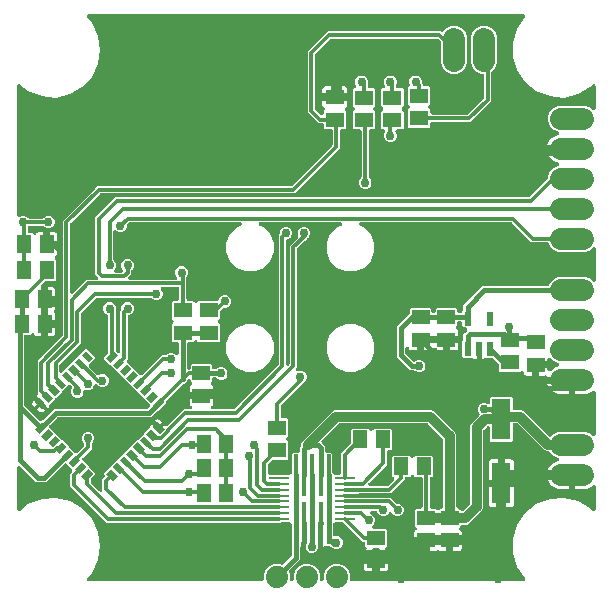
<source format=gbr>
G04 EAGLE Gerber RS-274X export*
G75*
%MOMM*%
%FSLAX34Y34*%
%LPD*%
%INTop Copper*%
%IPPOS*%
%AMOC8*
5,1,8,0,0,1.08239X$1,22.5*%
G01*
%ADD10R,1.778000X0.254000*%
%ADD11R,0.304800X3.556000*%
%ADD12R,0.540000X0.850000*%
%ADD13C,1.879600*%
%ADD14R,1.300000X1.500000*%
%ADD15R,1.500000X1.300000*%
%ADD16C,1.879600*%
%ADD17R,1.600000X1.300000*%
%ADD18R,1.300000X1.600000*%
%ADD19R,1.600000X3.500000*%
%ADD20R,0.550000X1.200000*%
%ADD21C,0.406400*%
%ADD22C,0.812800*%
%ADD23C,0.304800*%
%ADD24C,0.756400*%

G36*
X29552Y145714D02*
X29552Y145714D01*
X29700Y145717D01*
X29725Y145723D01*
X29752Y145724D01*
X29894Y145765D01*
X30038Y145802D01*
X30061Y145814D01*
X30087Y145821D01*
X30216Y145893D01*
X30348Y145961D01*
X30368Y145978D01*
X30391Y145991D01*
X30412Y146009D01*
X30750Y146009D01*
X30876Y146024D01*
X31002Y146030D01*
X31049Y146044D01*
X31097Y146049D01*
X31216Y146092D01*
X31337Y146127D01*
X31379Y146150D01*
X31425Y146167D01*
X31531Y146235D01*
X31641Y146297D01*
X31688Y146336D01*
X31718Y146356D01*
X31751Y146390D01*
X31827Y146455D01*
X38799Y153427D01*
X41329Y155957D01*
X119894Y155957D01*
X120019Y155971D01*
X120146Y155978D01*
X120192Y155991D01*
X120240Y155997D01*
X120359Y156039D01*
X120480Y156074D01*
X120523Y156098D01*
X120568Y156114D01*
X120674Y156183D01*
X120785Y156244D01*
X120831Y156284D01*
X120861Y156303D01*
X120894Y156338D01*
X120971Y156403D01*
X122352Y157784D01*
X122369Y157805D01*
X122389Y157822D01*
X122477Y157941D01*
X122569Y158057D01*
X122580Y158081D01*
X122596Y158102D01*
X122655Y158238D01*
X122718Y158372D01*
X122723Y158398D01*
X122734Y158422D01*
X122760Y158568D01*
X122791Y158713D01*
X122791Y158739D01*
X122795Y158765D01*
X122788Y158914D01*
X122785Y159062D01*
X122779Y159087D01*
X122778Y159113D01*
X122737Y159256D01*
X122700Y159400D01*
X122688Y159423D01*
X122681Y159448D01*
X122609Y159577D01*
X122541Y159709D01*
X122524Y159729D01*
X122511Y159752D01*
X122352Y159939D01*
X117663Y164628D01*
X117585Y164748D01*
X117567Y164767D01*
X117552Y164788D01*
X117442Y164887D01*
X117335Y164990D01*
X117312Y165004D01*
X117293Y165022D01*
X117241Y165050D01*
X112007Y170284D01*
X111929Y170405D01*
X111910Y170423D01*
X111895Y170445D01*
X111785Y170544D01*
X111678Y170647D01*
X111655Y170661D01*
X111636Y170678D01*
X111584Y170707D01*
X106350Y175941D01*
X106272Y176062D01*
X106253Y176080D01*
X106238Y176102D01*
X106128Y176201D01*
X106021Y176304D01*
X105999Y176318D01*
X105979Y176335D01*
X105927Y176364D01*
X100693Y181598D01*
X100615Y181719D01*
X100596Y181737D01*
X100581Y181759D01*
X100471Y181858D01*
X100364Y181961D01*
X100342Y181975D01*
X100322Y181992D01*
X100270Y182021D01*
X95036Y187255D01*
X94958Y187376D01*
X94939Y187394D01*
X94924Y187415D01*
X94814Y187515D01*
X94707Y187618D01*
X94685Y187631D01*
X94665Y187649D01*
X94613Y187678D01*
X89379Y192912D01*
X89301Y193033D01*
X89282Y193051D01*
X89267Y193072D01*
X89157Y193171D01*
X89051Y193275D01*
X89028Y193288D01*
X89009Y193306D01*
X88956Y193335D01*
X83991Y198300D01*
X83991Y199563D01*
X86935Y202508D01*
X87013Y202607D01*
X87098Y202700D01*
X87122Y202743D01*
X87152Y202781D01*
X87206Y202895D01*
X87267Y203005D01*
X87280Y203052D01*
X87300Y203096D01*
X87327Y203219D01*
X87361Y203341D01*
X87366Y203402D01*
X87374Y203436D01*
X87373Y203484D01*
X87381Y203585D01*
X87381Y234449D01*
X87372Y234525D01*
X87373Y234601D01*
X87352Y234698D01*
X87341Y234795D01*
X87315Y234867D01*
X87299Y234942D01*
X87257Y235031D01*
X87224Y235123D01*
X87182Y235188D01*
X87149Y235257D01*
X87088Y235333D01*
X87035Y235416D01*
X86980Y235469D01*
X86932Y235529D01*
X86855Y235590D01*
X86784Y235658D01*
X86718Y235698D01*
X86658Y235745D01*
X86525Y235813D01*
X86485Y235837D01*
X86467Y235843D01*
X86441Y235856D01*
X85386Y236293D01*
X83893Y237786D01*
X83085Y239736D01*
X83085Y241848D01*
X83893Y243798D01*
X85386Y245291D01*
X87336Y246099D01*
X89448Y246099D01*
X91398Y245291D01*
X92891Y243798D01*
X93699Y241848D01*
X93699Y239736D01*
X93595Y239485D01*
X93594Y239483D01*
X93593Y239481D01*
X93545Y239313D01*
X93499Y239150D01*
X93499Y239148D01*
X93498Y239146D01*
X93479Y238902D01*
X93479Y205777D01*
X93493Y205651D01*
X93499Y205525D01*
X93513Y205478D01*
X93518Y205430D01*
X93561Y205312D01*
X93596Y205190D01*
X93620Y205148D01*
X93636Y205102D01*
X93704Y204996D01*
X93766Y204886D01*
X93806Y204840D01*
X93825Y204810D01*
X93860Y204776D01*
X93925Y204700D01*
X94935Y203689D01*
X95014Y203627D01*
X95086Y203557D01*
X95150Y203519D01*
X95208Y203473D01*
X95299Y203430D01*
X95385Y203378D01*
X95456Y203356D01*
X95523Y203324D01*
X95621Y203303D01*
X95717Y203272D01*
X95791Y203266D01*
X95864Y203250D01*
X95964Y203252D01*
X96064Y203244D01*
X96138Y203255D01*
X96212Y203256D01*
X96309Y203281D01*
X96409Y203296D01*
X96478Y203323D01*
X96550Y203341D01*
X96639Y203387D01*
X96733Y203424D01*
X96794Y203467D01*
X96860Y203501D01*
X96936Y203566D01*
X97019Y203623D01*
X97069Y203679D01*
X97125Y203727D01*
X97185Y203808D01*
X97252Y203882D01*
X97288Y203947D01*
X97333Y204007D01*
X97372Y204099D01*
X97421Y204187D01*
X97441Y204259D01*
X97471Y204327D01*
X97488Y204426D01*
X97516Y204523D01*
X97524Y204623D01*
X97532Y204670D01*
X97530Y204706D01*
X97535Y204766D01*
X97535Y239007D01*
X97879Y239351D01*
X97958Y239450D01*
X98042Y239544D01*
X98066Y239586D01*
X98096Y239624D01*
X98150Y239738D01*
X98211Y239849D01*
X98224Y239895D01*
X98245Y239939D01*
X98271Y240062D01*
X98306Y240184D01*
X98311Y240245D01*
X98318Y240280D01*
X98317Y240328D01*
X98325Y240428D01*
X98325Y241848D01*
X99133Y243798D01*
X100626Y245291D01*
X102576Y246099D01*
X104688Y246099D01*
X106638Y245291D01*
X108131Y243798D01*
X108939Y241848D01*
X108939Y239736D01*
X108131Y237786D01*
X106638Y236293D01*
X104573Y235438D01*
X104506Y235401D01*
X104435Y235372D01*
X104354Y235316D01*
X104268Y235269D01*
X104212Y235217D01*
X104149Y235174D01*
X104083Y235101D01*
X104010Y235034D01*
X103967Y234971D01*
X103916Y234915D01*
X103868Y234829D01*
X103812Y234748D01*
X103784Y234677D01*
X103747Y234610D01*
X103720Y234515D01*
X103684Y234423D01*
X103673Y234348D01*
X103652Y234274D01*
X103640Y234125D01*
X103633Y234079D01*
X103635Y234060D01*
X103633Y234031D01*
X103633Y197605D01*
X103403Y197376D01*
X103387Y197355D01*
X103367Y197338D01*
X103278Y197219D01*
X103186Y197103D01*
X103175Y197079D01*
X103159Y197058D01*
X103101Y196922D01*
X103037Y196788D01*
X103032Y196762D01*
X103021Y196738D01*
X102995Y196592D01*
X102964Y196447D01*
X102964Y196421D01*
X102960Y196395D01*
X102967Y196246D01*
X102970Y196098D01*
X102976Y196073D01*
X102978Y196047D01*
X103019Y195904D01*
X103055Y195760D01*
X103067Y195737D01*
X103074Y195712D01*
X103147Y195583D01*
X103215Y195451D01*
X103232Y195431D01*
X103244Y195408D01*
X103403Y195221D01*
X108451Y190173D01*
X108529Y190052D01*
X108548Y190034D01*
X108563Y190013D01*
X108673Y189914D01*
X108780Y189810D01*
X108802Y189797D01*
X108822Y189779D01*
X108874Y189750D01*
X113908Y184717D01*
X113928Y184700D01*
X113945Y184680D01*
X114065Y184592D01*
X114181Y184500D01*
X114204Y184489D01*
X114225Y184473D01*
X114362Y184414D01*
X114496Y184351D01*
X114521Y184346D01*
X114546Y184335D01*
X114692Y184309D01*
X114836Y184278D01*
X114863Y184278D01*
X114889Y184273D01*
X115037Y184281D01*
X115185Y184284D01*
X115210Y184290D01*
X115237Y184291D01*
X115379Y184332D01*
X115523Y184369D01*
X115546Y184381D01*
X115571Y184388D01*
X115701Y184460D01*
X115833Y184528D01*
X115853Y184545D01*
X115876Y184558D01*
X116062Y184717D01*
X130282Y198937D01*
X132514Y201169D01*
X135121Y201169D01*
X135247Y201183D01*
X135373Y201190D01*
X135419Y201203D01*
X135467Y201209D01*
X135586Y201251D01*
X135708Y201286D01*
X135750Y201310D01*
X135795Y201326D01*
X135901Y201395D01*
X136012Y201456D01*
X136058Y201496D01*
X136088Y201515D01*
X136122Y201550D01*
X136198Y201615D01*
X137202Y202619D01*
X139152Y203427D01*
X141264Y203427D01*
X143214Y202619D01*
X144259Y201574D01*
X144338Y201511D01*
X144410Y201442D01*
X144474Y201403D01*
X144532Y201357D01*
X144623Y201314D01*
X144709Y201263D01*
X144780Y201240D01*
X144847Y201208D01*
X144945Y201187D01*
X145041Y201157D01*
X145115Y201151D01*
X145188Y201135D01*
X145288Y201137D01*
X145388Y201129D01*
X145462Y201140D01*
X145536Y201141D01*
X145633Y201165D01*
X145733Y201180D01*
X145802Y201208D01*
X145874Y201226D01*
X145963Y201272D01*
X146057Y201309D01*
X146118Y201352D01*
X146184Y201386D01*
X146260Y201451D01*
X146343Y201508D01*
X146393Y201563D01*
X146449Y201611D01*
X146509Y201692D01*
X146576Y201767D01*
X146612Y201832D01*
X146657Y201892D01*
X146696Y201984D01*
X146745Y202072D01*
X146765Y202143D01*
X146795Y202212D01*
X146812Y202311D01*
X146840Y202407D01*
X146848Y202507D01*
X146856Y202555D01*
X146854Y202591D01*
X146859Y202651D01*
X146859Y210824D01*
X146856Y210850D01*
X146858Y210876D01*
X146836Y211023D01*
X146819Y211170D01*
X146811Y211195D01*
X146807Y211221D01*
X146752Y211359D01*
X146702Y211498D01*
X146688Y211520D01*
X146678Y211545D01*
X146593Y211666D01*
X146513Y211791D01*
X146494Y211809D01*
X146479Y211831D01*
X146369Y211930D01*
X146262Y212033D01*
X146240Y212047D01*
X146220Y212064D01*
X146090Y212136D01*
X145963Y212212D01*
X145938Y212220D01*
X145915Y212233D01*
X145772Y212273D01*
X145631Y212318D01*
X145605Y212320D01*
X145580Y212328D01*
X145336Y212347D01*
X141784Y212347D01*
X140891Y213240D01*
X140891Y227504D01*
X142183Y228795D01*
X142199Y228815D01*
X142219Y228832D01*
X142307Y228952D01*
X142399Y229068D01*
X142410Y229092D01*
X142426Y229113D01*
X142485Y229249D01*
X142548Y229383D01*
X142554Y229409D01*
X142564Y229433D01*
X142590Y229579D01*
X142622Y229724D01*
X142621Y229750D01*
X142626Y229776D01*
X142618Y229924D01*
X142616Y230072D01*
X142609Y230098D01*
X142608Y230124D01*
X142567Y230266D01*
X142531Y230410D01*
X142519Y230433D01*
X142511Y230459D01*
X142439Y230588D01*
X142371Y230720D01*
X142354Y230740D01*
X142341Y230763D01*
X142183Y230949D01*
X140891Y232240D01*
X140891Y246504D01*
X141784Y247397D01*
X145844Y247397D01*
X145870Y247400D01*
X145896Y247398D01*
X146043Y247420D01*
X146190Y247437D01*
X146215Y247445D01*
X146241Y247449D01*
X146379Y247504D01*
X146518Y247554D01*
X146540Y247568D01*
X146565Y247578D01*
X146686Y247663D01*
X146811Y247743D01*
X146829Y247762D01*
X146851Y247777D01*
X146950Y247887D01*
X147053Y247994D01*
X147067Y248016D01*
X147084Y248036D01*
X147156Y248166D01*
X147232Y248293D01*
X147240Y248318D01*
X147253Y248341D01*
X147293Y248484D01*
X147338Y248625D01*
X147340Y248651D01*
X147348Y248676D01*
X147367Y248920D01*
X147367Y257556D01*
X147364Y257582D01*
X147366Y257608D01*
X147344Y257755D01*
X147327Y257902D01*
X147319Y257927D01*
X147315Y257953D01*
X147260Y258091D01*
X147210Y258230D01*
X147196Y258252D01*
X147186Y258277D01*
X147101Y258398D01*
X147021Y258523D01*
X147002Y258541D01*
X146987Y258563D01*
X146877Y258662D01*
X146770Y258765D01*
X146748Y258779D01*
X146728Y258796D01*
X146598Y258868D01*
X146471Y258944D01*
X146446Y258952D01*
X146423Y258965D01*
X146280Y259005D01*
X146139Y259050D01*
X146113Y259052D01*
X146088Y259060D01*
X145844Y259079D01*
X133103Y259079D01*
X133003Y259068D01*
X132903Y259066D01*
X132831Y259048D01*
X132757Y259039D01*
X132662Y259006D01*
X132565Y258981D01*
X132499Y258947D01*
X132429Y258922D01*
X132344Y258867D01*
X132255Y258821D01*
X132198Y258773D01*
X132136Y258733D01*
X132066Y258661D01*
X131990Y258596D01*
X131945Y258536D01*
X131894Y258482D01*
X131842Y258396D01*
X131782Y258315D01*
X131753Y258247D01*
X131715Y258183D01*
X131684Y258088D01*
X131644Y257995D01*
X131631Y257922D01*
X131609Y257851D01*
X131601Y257751D01*
X131583Y257652D01*
X131587Y257578D01*
X131581Y257504D01*
X131596Y257405D01*
X131601Y257304D01*
X131621Y257233D01*
X131632Y257159D01*
X131670Y257066D01*
X131697Y256969D01*
X131734Y256904D01*
X131761Y256835D01*
X131818Y256753D01*
X131867Y256665D01*
X131933Y256589D01*
X131960Y256549D01*
X131987Y256525D01*
X132026Y256479D01*
X132515Y255990D01*
X133323Y254040D01*
X133323Y251928D01*
X132515Y249978D01*
X131022Y248485D01*
X129072Y247677D01*
X126960Y247677D01*
X125010Y248485D01*
X124006Y249489D01*
X123907Y249568D01*
X123813Y249652D01*
X123771Y249676D01*
X123733Y249706D01*
X123619Y249760D01*
X123508Y249821D01*
X123462Y249834D01*
X123418Y249855D01*
X123295Y249881D01*
X123173Y249916D01*
X123112Y249921D01*
X123077Y249928D01*
X123029Y249927D01*
X122929Y249935D01*
X78094Y249935D01*
X77968Y249921D01*
X77842Y249914D01*
X77796Y249901D01*
X77748Y249895D01*
X77629Y249853D01*
X77507Y249818D01*
X77465Y249794D01*
X77419Y249778D01*
X77313Y249709D01*
X77203Y249648D01*
X77157Y249608D01*
X77127Y249589D01*
X77093Y249554D01*
X77017Y249489D01*
X64455Y236927D01*
X64376Y236828D01*
X64292Y236734D01*
X64268Y236692D01*
X64238Y236654D01*
X64184Y236540D01*
X64123Y236429D01*
X64110Y236383D01*
X64089Y236339D01*
X64063Y236216D01*
X64028Y236094D01*
X64023Y236033D01*
X64016Y235999D01*
X64017Y235951D01*
X64009Y235850D01*
X64009Y211358D01*
X46167Y193516D01*
X46088Y193417D01*
X46004Y193323D01*
X45980Y193280D01*
X45950Y193243D01*
X45896Y193128D01*
X45835Y193018D01*
X45822Y192971D01*
X45801Y192928D01*
X45775Y192804D01*
X45740Y192682D01*
X45735Y192622D01*
X45728Y192587D01*
X45729Y192539D01*
X45721Y192439D01*
X45721Y188022D01*
X45732Y187923D01*
X45734Y187822D01*
X45752Y187750D01*
X45761Y187676D01*
X45794Y187582D01*
X45819Y187484D01*
X45853Y187418D01*
X45878Y187348D01*
X45933Y187264D01*
X45979Y187174D01*
X46027Y187118D01*
X46067Y187055D01*
X46139Y186986D01*
X46204Y186909D01*
X46264Y186865D01*
X46318Y186813D01*
X46404Y186762D01*
X46485Y186702D01*
X46553Y186672D01*
X46617Y186634D01*
X46713Y186604D01*
X46805Y186564D01*
X46878Y186551D01*
X46949Y186528D01*
X47049Y186520D01*
X47148Y186502D01*
X47222Y186506D01*
X47296Y186500D01*
X47396Y186515D01*
X47496Y186520D01*
X47567Y186541D01*
X47641Y186552D01*
X47734Y186589D01*
X47831Y186617D01*
X47896Y186653D01*
X47965Y186681D01*
X48047Y186738D01*
X48135Y186787D01*
X48211Y186852D01*
X48251Y186879D01*
X48275Y186906D01*
X48321Y186945D01*
X51141Y189765D01*
X51261Y189843D01*
X51279Y189862D01*
X51301Y189877D01*
X51400Y189986D01*
X51503Y190093D01*
X51517Y190116D01*
X51534Y190135D01*
X51563Y190188D01*
X56797Y195422D01*
X56918Y195500D01*
X56936Y195519D01*
X56958Y195533D01*
X57057Y195643D01*
X57160Y195750D01*
X57174Y195773D01*
X57191Y195792D01*
X57220Y195844D01*
X62454Y201079D01*
X62575Y201156D01*
X62593Y201175D01*
X62615Y201190D01*
X62714Y201300D01*
X62817Y201407D01*
X62831Y201430D01*
X62848Y201449D01*
X62877Y201501D01*
X67843Y206467D01*
X69106Y206467D01*
X76009Y199563D01*
X76009Y198300D01*
X71230Y193520D01*
X71213Y193500D01*
X71193Y193483D01*
X71105Y193363D01*
X71013Y193247D01*
X71002Y193224D01*
X70986Y193203D01*
X70927Y193066D01*
X70864Y192932D01*
X70858Y192907D01*
X70848Y192883D01*
X70822Y192737D01*
X70791Y192592D01*
X70791Y192566D01*
X70786Y192540D01*
X70794Y192391D01*
X70797Y192243D01*
X70803Y192218D01*
X70804Y192192D01*
X70845Y192049D01*
X70882Y191905D01*
X70894Y191882D01*
X70901Y191857D01*
X70973Y191727D01*
X71041Y191595D01*
X71058Y191575D01*
X71071Y191553D01*
X71230Y191366D01*
X77846Y184750D01*
X77905Y184703D01*
X77959Y184648D01*
X78042Y184595D01*
X78119Y184534D01*
X78188Y184501D01*
X78252Y184460D01*
X78345Y184427D01*
X78434Y184385D01*
X78508Y184369D01*
X78580Y184343D01*
X78678Y184332D01*
X78774Y184311D01*
X78851Y184313D01*
X78927Y184304D01*
X79025Y184316D01*
X79123Y184317D01*
X79197Y184336D01*
X79273Y184345D01*
X79415Y184391D01*
X79461Y184402D01*
X79478Y184411D01*
X79506Y184420D01*
X81240Y185139D01*
X83352Y185139D01*
X85302Y184331D01*
X86795Y182838D01*
X87603Y180888D01*
X87603Y178776D01*
X86795Y176826D01*
X85302Y175333D01*
X83352Y174525D01*
X81240Y174525D01*
X79290Y175333D01*
X78286Y176337D01*
X78187Y176416D01*
X78093Y176500D01*
X78051Y176524D01*
X78013Y176554D01*
X77899Y176608D01*
X77788Y176669D01*
X77742Y176682D01*
X77698Y176703D01*
X77575Y176729D01*
X77453Y176764D01*
X77392Y176769D01*
X77357Y176776D01*
X77309Y176775D01*
X77209Y176783D01*
X76865Y176783D01*
X76790Y176775D01*
X76713Y176776D01*
X76617Y176755D01*
X76519Y176743D01*
X76447Y176718D01*
X76373Y176701D01*
X76284Y176659D01*
X76191Y176626D01*
X76127Y176584D01*
X76058Y176552D01*
X75981Y176490D01*
X75898Y176437D01*
X75845Y176382D01*
X75785Y176334D01*
X75725Y176257D01*
X75656Y176186D01*
X75617Y176121D01*
X75570Y176061D01*
X75501Y175928D01*
X75477Y175887D01*
X75471Y175869D01*
X75458Y175843D01*
X74603Y173778D01*
X73110Y172285D01*
X71160Y171477D01*
X69048Y171477D01*
X68373Y171757D01*
X68228Y171798D01*
X68085Y171844D01*
X68061Y171846D01*
X68038Y171853D01*
X67887Y171860D01*
X67738Y171872D01*
X67714Y171869D01*
X67690Y171870D01*
X67542Y171843D01*
X67393Y171820D01*
X67371Y171812D01*
X67347Y171807D01*
X67209Y171747D01*
X67069Y171692D01*
X67049Y171678D01*
X67027Y171668D01*
X66907Y171579D01*
X66783Y171493D01*
X66767Y171475D01*
X66747Y171460D01*
X66650Y171345D01*
X66550Y171234D01*
X66538Y171213D01*
X66522Y171194D01*
X66454Y171060D01*
X66381Y170929D01*
X66375Y170906D01*
X66364Y170884D01*
X66327Y170738D01*
X66286Y170594D01*
X66284Y170564D01*
X66279Y170546D01*
X66279Y170499D01*
X66267Y170350D01*
X66267Y169632D01*
X65459Y167682D01*
X63966Y166189D01*
X62016Y165381D01*
X59904Y165381D01*
X57954Y166189D01*
X56461Y167682D01*
X55653Y169632D01*
X55653Y171744D01*
X56420Y173595D01*
X56441Y173669D01*
X56471Y173739D01*
X56489Y173836D01*
X56516Y173930D01*
X56520Y174007D01*
X56533Y174082D01*
X56528Y174180D01*
X56533Y174278D01*
X56519Y174354D01*
X56515Y174430D01*
X56488Y174524D01*
X56470Y174621D01*
X56440Y174691D01*
X56419Y174765D01*
X56371Y174851D01*
X56331Y174941D01*
X56286Y175002D01*
X56249Y175069D01*
X56152Y175183D01*
X56124Y175221D01*
X56109Y175233D01*
X56090Y175255D01*
X55604Y175741D01*
X55584Y175757D01*
X55567Y175777D01*
X55447Y175866D01*
X55331Y175958D01*
X55308Y175969D01*
X55286Y175984D01*
X55150Y176043D01*
X55016Y176107D01*
X54990Y176112D01*
X54966Y176122D01*
X54820Y176149D01*
X54675Y176180D01*
X54649Y176179D01*
X54623Y176184D01*
X54475Y176176D01*
X54327Y176174D01*
X54302Y176168D01*
X54275Y176166D01*
X54133Y176125D01*
X53989Y176089D01*
X53966Y176077D01*
X53940Y176070D01*
X53811Y175997D01*
X53679Y175929D01*
X53659Y175912D01*
X53636Y175900D01*
X53450Y175741D01*
X48402Y170693D01*
X48281Y170615D01*
X48263Y170596D01*
X48241Y170581D01*
X48142Y170471D01*
X48039Y170364D01*
X48025Y170342D01*
X48008Y170322D01*
X47979Y170270D01*
X42745Y165036D01*
X42624Y164958D01*
X42606Y164939D01*
X42585Y164924D01*
X42485Y164814D01*
X42382Y164707D01*
X42369Y164685D01*
X42351Y164665D01*
X42322Y164613D01*
X37873Y160164D01*
X37795Y160065D01*
X37710Y159972D01*
X37687Y159929D01*
X37657Y159891D01*
X37603Y159777D01*
X37542Y159667D01*
X37529Y159620D01*
X37508Y159576D01*
X37481Y159453D01*
X37447Y159331D01*
X37442Y159270D01*
X37435Y159236D01*
X37435Y159188D01*
X37427Y159087D01*
X37427Y158999D01*
X37254Y158353D01*
X36920Y157774D01*
X35851Y156705D01*
X31050Y161507D01*
X31049Y161507D01*
X26248Y166309D01*
X27317Y167378D01*
X27356Y167407D01*
X27402Y167431D01*
X27496Y167511D01*
X27595Y167584D01*
X27628Y167623D01*
X27667Y167656D01*
X27741Y167756D01*
X27821Y167850D01*
X27844Y167896D01*
X27874Y167937D01*
X27923Y168050D01*
X27980Y168160D01*
X27992Y168210D01*
X28012Y168257D01*
X28034Y168378D01*
X28064Y168498D01*
X28065Y168549D01*
X28074Y168600D01*
X28068Y168723D01*
X28070Y168847D01*
X28059Y168897D01*
X28056Y168948D01*
X28022Y169067D01*
X27996Y169187D01*
X27974Y169234D01*
X27960Y169283D01*
X27899Y169391D01*
X27846Y169502D01*
X27814Y169542D01*
X27789Y169587D01*
X27631Y169773D01*
X27629Y169775D01*
X27431Y169973D01*
X27431Y196335D01*
X29663Y198567D01*
X48321Y217225D01*
X48400Y217324D01*
X48484Y217418D01*
X48508Y217460D01*
X48538Y217498D01*
X48592Y217612D01*
X48653Y217723D01*
X48666Y217769D01*
X48687Y217813D01*
X48713Y217936D01*
X48748Y218058D01*
X48753Y218119D01*
X48760Y218154D01*
X48759Y218202D01*
X48767Y218302D01*
X48767Y315207D01*
X75753Y342193D01*
X77985Y344425D01*
X241946Y344425D01*
X242072Y344439D01*
X242198Y344446D01*
X242244Y344459D01*
X242292Y344465D01*
X242411Y344507D01*
X242533Y344542D01*
X242575Y344566D01*
X242621Y344582D01*
X242727Y344651D01*
X242837Y344712D01*
X242883Y344752D01*
X242913Y344771D01*
X242947Y344806D01*
X243023Y344871D01*
X276921Y378769D01*
X277000Y378868D01*
X277084Y378962D01*
X277108Y379004D01*
X277138Y379042D01*
X277192Y379156D01*
X277253Y379267D01*
X277266Y379313D01*
X277287Y379357D01*
X277313Y379480D01*
X277348Y379602D01*
X277353Y379663D01*
X277360Y379698D01*
X277359Y379746D01*
X277367Y379846D01*
X277367Y391328D01*
X277364Y391354D01*
X277366Y391380D01*
X277344Y391527D01*
X277327Y391674D01*
X277319Y391699D01*
X277315Y391725D01*
X277260Y391863D01*
X277210Y392002D01*
X277196Y392024D01*
X277186Y392049D01*
X277101Y392170D01*
X277021Y392295D01*
X277002Y392313D01*
X276987Y392335D01*
X276877Y392434D01*
X276770Y392537D01*
X276748Y392551D01*
X276728Y392568D01*
X276598Y392640D01*
X276471Y392716D01*
X276446Y392724D01*
X276423Y392737D01*
X276280Y392777D01*
X276139Y392822D01*
X276113Y392824D01*
X276088Y392832D01*
X275844Y392851D01*
X270512Y392851D01*
X269619Y393744D01*
X269619Y396304D01*
X269616Y396330D01*
X269618Y396356D01*
X269596Y396503D01*
X269579Y396650D01*
X269571Y396675D01*
X269567Y396701D01*
X269512Y396839D01*
X269462Y396978D01*
X269448Y397000D01*
X269438Y397025D01*
X269353Y397146D01*
X269273Y397271D01*
X269254Y397289D01*
X269239Y397311D01*
X269129Y397410D01*
X269022Y397513D01*
X269000Y397527D01*
X268980Y397544D01*
X268850Y397616D01*
X268723Y397692D01*
X268698Y397700D01*
X268675Y397713D01*
X268532Y397753D01*
X268391Y397798D01*
X268365Y397800D01*
X268340Y397808D01*
X268096Y397827D01*
X265373Y397827D01*
X256031Y407169D01*
X256031Y458463D01*
X273057Y475489D01*
X368866Y475489D01*
X368929Y475439D01*
X368953Y475428D01*
X368974Y475412D01*
X369110Y475353D01*
X369244Y475290D01*
X369270Y475284D01*
X369294Y475274D01*
X369440Y475248D01*
X369585Y475217D01*
X369611Y475217D01*
X369637Y475212D01*
X369785Y475220D01*
X369933Y475222D01*
X369959Y475229D01*
X369985Y475230D01*
X370127Y475271D01*
X370271Y475307D01*
X370295Y475319D01*
X370320Y475327D01*
X370449Y475399D01*
X370581Y475467D01*
X370601Y475484D01*
X370624Y475497D01*
X370810Y475655D01*
X373813Y478658D01*
X377827Y480321D01*
X382173Y480321D01*
X386187Y478658D01*
X389260Y475585D01*
X390923Y471571D01*
X390923Y448429D01*
X389260Y444415D01*
X386187Y441342D01*
X382173Y439679D01*
X377827Y439679D01*
X373813Y441342D01*
X370740Y444415D01*
X369077Y448429D01*
X369077Y465980D01*
X369063Y466106D01*
X369056Y466232D01*
X369043Y466278D01*
X369037Y466326D01*
X368995Y466445D01*
X368960Y466567D01*
X368936Y466609D01*
X368920Y466655D01*
X368851Y466761D01*
X368790Y466871D01*
X368750Y466917D01*
X368731Y466947D01*
X368696Y466981D01*
X368631Y467057D01*
X366743Y468945D01*
X366644Y469024D01*
X366550Y469108D01*
X366508Y469132D01*
X366470Y469162D01*
X366356Y469216D01*
X366245Y469277D01*
X366199Y469290D01*
X366155Y469311D01*
X366032Y469337D01*
X365910Y469372D01*
X365849Y469377D01*
X365814Y469384D01*
X365766Y469383D01*
X365666Y469391D01*
X276214Y469391D01*
X276088Y469377D01*
X275962Y469370D01*
X275916Y469357D01*
X275868Y469351D01*
X275749Y469309D01*
X275627Y469274D01*
X275585Y469250D01*
X275539Y469234D01*
X275433Y469165D01*
X275323Y469104D01*
X275277Y469064D01*
X275247Y469045D01*
X275213Y469010D01*
X275137Y468945D01*
X262575Y456383D01*
X262496Y456284D01*
X262412Y456190D01*
X262388Y456148D01*
X262358Y456110D01*
X262304Y455996D01*
X262243Y455885D01*
X262230Y455839D01*
X262209Y455795D01*
X262183Y455672D01*
X262148Y455550D01*
X262143Y455489D01*
X262136Y455454D01*
X262137Y455406D01*
X262129Y455306D01*
X262129Y410326D01*
X262143Y410200D01*
X262150Y410074D01*
X262163Y410028D01*
X262169Y409980D01*
X262211Y409861D01*
X262246Y409739D01*
X262270Y409697D01*
X262286Y409651D01*
X262355Y409545D01*
X262416Y409435D01*
X262456Y409389D01*
X262475Y409359D01*
X262510Y409325D01*
X262575Y409249D01*
X267019Y404805D01*
X267097Y404742D01*
X267170Y404672D01*
X267234Y404634D01*
X267292Y404588D01*
X267383Y404545D01*
X267469Y404494D01*
X267540Y404471D01*
X267607Y404439D01*
X267705Y404418D01*
X267801Y404387D01*
X267875Y404381D01*
X267948Y404366D01*
X268048Y404367D01*
X268148Y404359D01*
X268222Y404370D01*
X268296Y404372D01*
X268393Y404396D01*
X268493Y404411D01*
X268562Y404439D01*
X268634Y404457D01*
X268724Y404503D01*
X268817Y404540D01*
X268878Y404582D01*
X268944Y404616D01*
X269021Y404682D01*
X269103Y404739D01*
X269153Y404794D01*
X269209Y404842D01*
X269269Y404923D01*
X269336Y404998D01*
X269372Y405063D01*
X269417Y405122D01*
X269456Y405215D01*
X269505Y405303D01*
X269525Y405374D01*
X269555Y405442D01*
X269572Y405541D01*
X269600Y405638D01*
X269608Y405738D01*
X269616Y405785D01*
X269614Y405821D01*
X269619Y405882D01*
X269619Y408008D01*
X270317Y408705D01*
X270349Y408746D01*
X270387Y408780D01*
X270457Y408881D01*
X270534Y408978D01*
X270556Y409025D01*
X270585Y409067D01*
X270630Y409182D01*
X270683Y409294D01*
X270693Y409343D01*
X270712Y409391D01*
X270730Y409513D01*
X270756Y409634D01*
X270755Y409685D01*
X270763Y409736D01*
X270752Y409859D01*
X270750Y409983D01*
X270738Y410032D01*
X270733Y410083D01*
X270695Y410201D01*
X270665Y410321D01*
X270642Y410366D01*
X270626Y410415D01*
X270562Y410521D01*
X270505Y410630D01*
X270472Y410669D01*
X270446Y410713D01*
X270360Y410802D01*
X270280Y410896D01*
X270239Y410926D01*
X270203Y410963D01*
X270002Y411102D01*
X269584Y411343D01*
X269111Y411816D01*
X268776Y412395D01*
X268603Y413041D01*
X268603Y416829D01*
X277620Y416829D01*
X277646Y416832D01*
X277672Y416830D01*
X277819Y416852D01*
X277966Y416869D01*
X277991Y416877D01*
X278017Y416881D01*
X278155Y416936D01*
X278294Y416986D01*
X278316Y417000D01*
X278341Y417010D01*
X278462Y417095D01*
X278587Y417175D01*
X278605Y417194D01*
X278627Y417209D01*
X278726Y417319D01*
X278829Y417426D01*
X278843Y417448D01*
X278860Y417468D01*
X278932Y417598D01*
X279008Y417725D01*
X279016Y417750D01*
X279029Y417773D01*
X279069Y417916D01*
X279114Y418057D01*
X279116Y418083D01*
X279124Y418108D01*
X279143Y418352D01*
X279143Y419877D01*
X279145Y419877D01*
X279145Y418352D01*
X279146Y418342D01*
X279146Y418340D01*
X279148Y418326D01*
X279146Y418300D01*
X279168Y418153D01*
X279185Y418006D01*
X279194Y417981D01*
X279197Y417955D01*
X279252Y417817D01*
X279302Y417678D01*
X279316Y417656D01*
X279326Y417631D01*
X279411Y417510D01*
X279491Y417385D01*
X279510Y417367D01*
X279525Y417345D01*
X279635Y417246D01*
X279742Y417143D01*
X279764Y417129D01*
X279784Y417112D01*
X279914Y417040D01*
X280041Y416964D01*
X280066Y416956D01*
X280089Y416943D01*
X280232Y416903D01*
X280373Y416858D01*
X280399Y416856D01*
X280424Y416848D01*
X280668Y416829D01*
X289685Y416829D01*
X289685Y413041D01*
X289512Y412395D01*
X289177Y411816D01*
X288704Y411343D01*
X288286Y411102D01*
X288245Y411071D01*
X288200Y411048D01*
X288106Y410968D01*
X288006Y410894D01*
X287973Y410855D01*
X287935Y410822D01*
X287861Y410723D01*
X287781Y410628D01*
X287758Y410583D01*
X287727Y410542D01*
X287678Y410428D01*
X287622Y410318D01*
X287610Y410269D01*
X287589Y410222D01*
X287568Y410100D01*
X287538Y409980D01*
X287537Y409929D01*
X287528Y409879D01*
X287534Y409755D01*
X287532Y409632D01*
X287543Y409582D01*
X287546Y409531D01*
X287580Y409412D01*
X287606Y409291D01*
X287628Y409245D01*
X287642Y409196D01*
X287703Y409088D01*
X287756Y408976D01*
X287787Y408936D01*
X287812Y408892D01*
X287971Y408705D01*
X288669Y408008D01*
X288669Y393744D01*
X287776Y392851D01*
X284988Y392851D01*
X284962Y392848D01*
X284936Y392850D01*
X284789Y392828D01*
X284642Y392811D01*
X284617Y392803D01*
X284591Y392799D01*
X284453Y392744D01*
X284314Y392694D01*
X284292Y392680D01*
X284267Y392670D01*
X284146Y392585D01*
X284021Y392505D01*
X284003Y392486D01*
X283981Y392471D01*
X283882Y392361D01*
X283779Y392254D01*
X283765Y392232D01*
X283748Y392212D01*
X283676Y392082D01*
X283600Y391955D01*
X283592Y391930D01*
X283579Y391907D01*
X283539Y391764D01*
X283494Y391623D01*
X283492Y391597D01*
X283484Y391572D01*
X283465Y391328D01*
X283465Y376689D01*
X245103Y338327D01*
X81142Y338327D01*
X81016Y338313D01*
X80890Y338306D01*
X80844Y338293D01*
X80796Y338287D01*
X80677Y338245D01*
X80555Y338210D01*
X80513Y338186D01*
X80467Y338170D01*
X80361Y338101D01*
X80251Y338040D01*
X80205Y338000D01*
X80175Y337981D01*
X80141Y337946D01*
X80065Y337881D01*
X55311Y313127D01*
X55232Y313028D01*
X55148Y312934D01*
X55124Y312892D01*
X55094Y312854D01*
X55040Y312740D01*
X54979Y312629D01*
X54966Y312583D01*
X54945Y312539D01*
X54919Y312416D01*
X54884Y312294D01*
X54879Y312233D01*
X54872Y312198D01*
X54873Y312150D01*
X54865Y312050D01*
X54865Y254878D01*
X54876Y254778D01*
X54878Y254678D01*
X54896Y254605D01*
X54905Y254532D01*
X54938Y254437D01*
X54963Y254340D01*
X54997Y254273D01*
X55022Y254203D01*
X55077Y254119D01*
X55123Y254030D01*
X55171Y253973D01*
X55211Y253911D01*
X55283Y253841D01*
X55348Y253764D01*
X55408Y253720D01*
X55462Y253668D01*
X55548Y253617D01*
X55629Y253557D01*
X55697Y253528D01*
X55761Y253490D01*
X55857Y253459D01*
X55949Y253419D01*
X56022Y253406D01*
X56093Y253383D01*
X56193Y253375D01*
X56292Y253358D01*
X56366Y253361D01*
X56440Y253355D01*
X56540Y253370D01*
X56640Y253375D01*
X56711Y253396D01*
X56785Y253407D01*
X56878Y253444D01*
X56975Y253472D01*
X57040Y253508D01*
X57109Y253536D01*
X57191Y253593D01*
X57279Y253642D01*
X57355Y253707D01*
X57395Y253735D01*
X57419Y253761D01*
X57465Y253801D01*
X68841Y265177D01*
X77354Y265177D01*
X77454Y265188D01*
X77554Y265190D01*
X77627Y265208D01*
X77700Y265217D01*
X77795Y265250D01*
X77892Y265275D01*
X77959Y265309D01*
X78029Y265334D01*
X78113Y265389D01*
X78202Y265435D01*
X78259Y265483D01*
X78321Y265523D01*
X78391Y265595D01*
X78468Y265660D01*
X78512Y265720D01*
X78564Y265774D01*
X78615Y265860D01*
X78675Y265941D01*
X78704Y266009D01*
X78742Y266073D01*
X78773Y266169D01*
X78813Y266261D01*
X78826Y266334D01*
X78849Y266405D01*
X78857Y266505D01*
X78874Y266604D01*
X78871Y266678D01*
X78877Y266752D01*
X78862Y266852D01*
X78857Y266952D01*
X78836Y267023D01*
X78825Y267097D01*
X78788Y267190D01*
X78760Y267287D01*
X78724Y267352D01*
X78696Y267421D01*
X78639Y267503D01*
X78590Y267591D01*
X78525Y267667D01*
X78497Y267707D01*
X78471Y267731D01*
X78431Y267777D01*
X76199Y270009D01*
X76199Y318255D01*
X93225Y335281D01*
X443114Y335281D01*
X443240Y335295D01*
X443366Y335302D01*
X443412Y335315D01*
X443460Y335321D01*
X443579Y335363D01*
X443701Y335398D01*
X443743Y335422D01*
X443789Y335438D01*
X443895Y335507D01*
X444005Y335568D01*
X444051Y335608D01*
X444081Y335627D01*
X444115Y335662D01*
X444191Y335727D01*
X459233Y350769D01*
X459312Y350868D01*
X459396Y350962D01*
X459420Y351004D01*
X459450Y351042D01*
X459504Y351156D01*
X459565Y351267D01*
X459578Y351313D01*
X459599Y351357D01*
X459625Y351480D01*
X459660Y351602D01*
X459665Y351663D01*
X459672Y351698D01*
X459671Y351746D01*
X459679Y351846D01*
X459679Y352973D01*
X461342Y356987D01*
X464415Y360060D01*
X468214Y361633D01*
X468306Y361685D01*
X468402Y361727D01*
X468458Y361769D01*
X468518Y361803D01*
X468596Y361874D01*
X468680Y361937D01*
X468725Y361990D01*
X468777Y362037D01*
X468837Y362124D01*
X468904Y362204D01*
X468935Y362266D01*
X468975Y362324D01*
X469013Y362422D01*
X469061Y362515D01*
X469077Y362583D01*
X469103Y362648D01*
X469118Y362752D01*
X469143Y362854D01*
X469143Y362924D01*
X469153Y362993D01*
X469145Y363098D01*
X469146Y363203D01*
X469130Y363271D01*
X469125Y363340D01*
X469092Y363440D01*
X469069Y363543D01*
X469039Y363605D01*
X469017Y363672D01*
X468963Y363762D01*
X468917Y363856D01*
X468874Y363911D01*
X468838Y363970D01*
X468764Y364046D01*
X468698Y364127D01*
X468644Y364170D01*
X468595Y364220D01*
X468506Y364277D01*
X468423Y364342D01*
X468360Y364371D01*
X468302Y364408D01*
X468203Y364444D01*
X468107Y364488D01*
X468017Y364510D01*
X467973Y364525D01*
X467935Y364529D01*
X467869Y364545D01*
X467806Y364555D01*
X466019Y365136D01*
X464345Y365989D01*
X462824Y367094D01*
X461496Y368422D01*
X460391Y369943D01*
X459538Y371617D01*
X458957Y373404D01*
X458957Y373407D01*
X478730Y373407D01*
X478756Y373410D01*
X478782Y373408D01*
X478929Y373430D01*
X479076Y373447D01*
X479101Y373455D01*
X479127Y373459D01*
X479264Y373514D01*
X479404Y373564D01*
X479426Y373578D01*
X479451Y373588D01*
X479572Y373673D01*
X479697Y373753D01*
X479715Y373772D01*
X479737Y373787D01*
X479836Y373897D01*
X479939Y374004D01*
X479953Y374026D01*
X479970Y374046D01*
X480042Y374176D01*
X480118Y374303D01*
X480126Y374328D01*
X480139Y374351D01*
X480179Y374494D01*
X480224Y374635D01*
X480226Y374661D01*
X480233Y374686D01*
X480253Y374930D01*
X480253Y377470D01*
X480250Y377496D01*
X480252Y377522D01*
X480230Y377669D01*
X480213Y377816D01*
X480204Y377841D01*
X480200Y377867D01*
X480146Y378005D01*
X480096Y378144D01*
X480081Y378166D01*
X480072Y378191D01*
X479987Y378312D01*
X479907Y378437D01*
X479888Y378455D01*
X479873Y378477D01*
X479763Y378576D01*
X479656Y378679D01*
X479633Y378693D01*
X479614Y378710D01*
X479484Y378782D01*
X479357Y378858D01*
X479332Y378866D01*
X479309Y378879D01*
X479166Y378919D01*
X479025Y378964D01*
X478999Y378966D01*
X478974Y378974D01*
X478730Y378993D01*
X458957Y378993D01*
X458957Y378996D01*
X459538Y380783D01*
X460391Y382457D01*
X461496Y383978D01*
X462824Y385306D01*
X464345Y386411D01*
X466019Y387264D01*
X467806Y387845D01*
X467869Y387855D01*
X467971Y387883D01*
X468074Y387902D01*
X468138Y387930D01*
X468205Y387948D01*
X468297Y387999D01*
X468394Y388041D01*
X468450Y388082D01*
X468511Y388116D01*
X468589Y388186D01*
X468673Y388249D01*
X468718Y388302D01*
X468770Y388348D01*
X468831Y388434D01*
X468899Y388515D01*
X468930Y388577D01*
X468970Y388634D01*
X469009Y388731D01*
X469057Y388825D01*
X469074Y388892D01*
X469100Y388957D01*
X469116Y389061D01*
X469142Y389163D01*
X469143Y389233D01*
X469153Y389301D01*
X469145Y389406D01*
X469147Y389512D01*
X469132Y389580D01*
X469126Y389649D01*
X469095Y389749D01*
X469072Y389852D01*
X469042Y389915D01*
X469021Y389981D01*
X468968Y390072D01*
X468923Y390167D01*
X468879Y390221D01*
X468844Y390281D01*
X468771Y390357D01*
X468705Y390439D01*
X468651Y390482D01*
X468602Y390533D01*
X468514Y390590D01*
X468432Y390655D01*
X468349Y390697D01*
X468310Y390723D01*
X468274Y390736D01*
X468214Y390767D01*
X464415Y392340D01*
X461342Y395413D01*
X459679Y399427D01*
X459679Y403773D01*
X461342Y407787D01*
X464415Y410860D01*
X468429Y412523D01*
X491571Y412523D01*
X495585Y410860D01*
X497239Y409206D01*
X497318Y409144D01*
X497390Y409074D01*
X497454Y409036D01*
X497512Y408990D01*
X497603Y408947D01*
X497689Y408895D01*
X497760Y408872D01*
X497827Y408841D01*
X497925Y408819D01*
X498021Y408789D01*
X498095Y408783D01*
X498168Y408767D01*
X498268Y408769D01*
X498368Y408761D01*
X498442Y408772D01*
X498516Y408773D01*
X498613Y408798D01*
X498713Y408813D01*
X498782Y408840D01*
X498854Y408858D01*
X498943Y408904D01*
X499037Y408941D01*
X499098Y408984D01*
X499164Y409018D01*
X499240Y409083D01*
X499323Y409140D01*
X499373Y409195D01*
X499429Y409244D01*
X499489Y409324D01*
X499556Y409399D01*
X499592Y409464D01*
X499637Y409524D01*
X499676Y409616D01*
X499725Y409704D01*
X499745Y409776D01*
X499775Y409844D01*
X499792Y409943D01*
X499820Y410039D01*
X499828Y410139D01*
X499836Y410187D01*
X499834Y410223D01*
X499839Y410283D01*
X499839Y429220D01*
X499825Y429348D01*
X499818Y429476D01*
X499805Y429520D01*
X499799Y429566D01*
X499756Y429687D01*
X499720Y429811D01*
X499697Y429851D01*
X499682Y429894D01*
X499612Y430002D01*
X499549Y430114D01*
X499518Y430148D01*
X499493Y430187D01*
X499400Y430276D01*
X499313Y430371D01*
X499275Y430397D01*
X499242Y430429D01*
X499132Y430495D01*
X499025Y430568D01*
X498983Y430584D01*
X498943Y430608D01*
X498820Y430647D01*
X498700Y430694D01*
X498655Y430700D01*
X498611Y430714D01*
X498483Y430724D01*
X498355Y430742D01*
X498309Y430738D01*
X498264Y430742D01*
X498136Y430723D01*
X498008Y430712D01*
X497965Y430697D01*
X497919Y430690D01*
X497799Y430643D01*
X497677Y430603D01*
X497638Y430579D01*
X497595Y430562D01*
X497489Y430488D01*
X497380Y430421D01*
X497337Y430382D01*
X497309Y430363D01*
X497276Y430326D01*
X497199Y430256D01*
X495328Y428239D01*
X484841Y422185D01*
X473036Y419490D01*
X460960Y420395D01*
X449688Y424819D01*
X440221Y432369D01*
X433399Y442374D01*
X429830Y453945D01*
X429830Y466055D01*
X433399Y477626D01*
X440103Y487458D01*
X440164Y487575D01*
X440232Y487689D01*
X440245Y487729D01*
X440265Y487766D01*
X440298Y487895D01*
X440339Y488021D01*
X440342Y488063D01*
X440353Y488104D01*
X440356Y488236D01*
X440367Y488368D01*
X440360Y488410D01*
X440361Y488452D01*
X440335Y488582D01*
X440315Y488713D01*
X440299Y488752D01*
X440291Y488793D01*
X440235Y488914D01*
X440186Y489037D01*
X440162Y489071D01*
X440144Y489110D01*
X440063Y489214D01*
X439987Y489323D01*
X439956Y489351D01*
X439930Y489384D01*
X439827Y489468D01*
X439729Y489556D01*
X439692Y489577D01*
X439659Y489603D01*
X439539Y489661D01*
X439423Y489725D01*
X439383Y489736D01*
X439345Y489755D01*
X439216Y489784D01*
X439088Y489820D01*
X439036Y489824D01*
X439005Y489831D01*
X438955Y489830D01*
X438844Y489839D01*
X70603Y489839D01*
X70531Y489831D01*
X70459Y489832D01*
X70358Y489811D01*
X70256Y489799D01*
X70189Y489775D01*
X70118Y489760D01*
X70025Y489717D01*
X69928Y489682D01*
X69868Y489643D01*
X69802Y489612D01*
X69722Y489549D01*
X69635Y489493D01*
X69585Y489441D01*
X69529Y489396D01*
X69465Y489316D01*
X69393Y489242D01*
X69356Y489180D01*
X69311Y489124D01*
X69267Y489031D01*
X69214Y488943D01*
X69192Y488875D01*
X69161Y488810D01*
X69140Y488709D01*
X69108Y488611D01*
X69102Y488539D01*
X69087Y488469D01*
X69088Y488366D01*
X69080Y488264D01*
X69091Y488193D01*
X69092Y488121D01*
X69117Y488021D01*
X69132Y487919D01*
X69159Y487852D01*
X69176Y487782D01*
X69223Y487691D01*
X69261Y487595D01*
X69302Y487536D01*
X69335Y487472D01*
X69434Y487345D01*
X69460Y487309D01*
X69471Y487299D01*
X69486Y487280D01*
X73565Y482884D01*
X78819Y471974D01*
X80624Y460000D01*
X78819Y448026D01*
X73565Y437116D01*
X65328Y428239D01*
X54841Y422185D01*
X43036Y419490D01*
X30960Y420395D01*
X19688Y424819D01*
X12634Y430445D01*
X12621Y430453D01*
X12610Y430463D01*
X12473Y430545D01*
X12338Y430630D01*
X12324Y430634D01*
X12311Y430642D01*
X12160Y430690D01*
X12008Y430742D01*
X11993Y430744D01*
X11979Y430748D01*
X11821Y430761D01*
X11662Y430777D01*
X11647Y430775D01*
X11632Y430776D01*
X11474Y430753D01*
X11316Y430732D01*
X11302Y430727D01*
X11287Y430725D01*
X11139Y430666D01*
X10990Y430610D01*
X10977Y430601D01*
X10963Y430596D01*
X10833Y430505D01*
X10700Y430416D01*
X10689Y430405D01*
X10677Y430397D01*
X10571Y430279D01*
X10461Y430162D01*
X10454Y430149D01*
X10444Y430138D01*
X10366Y429998D01*
X10287Y429861D01*
X10282Y429846D01*
X10275Y429833D01*
X10232Y429679D01*
X10185Y429527D01*
X10184Y429512D01*
X10180Y429498D01*
X10161Y429254D01*
X10161Y319864D01*
X10178Y319715D01*
X10190Y319565D01*
X10198Y319542D01*
X10201Y319518D01*
X10251Y319376D01*
X10297Y319233D01*
X10310Y319212D01*
X10318Y319189D01*
X10400Y319063D01*
X10477Y318934D01*
X10494Y318917D01*
X10507Y318897D01*
X10616Y318792D01*
X10720Y318684D01*
X10740Y318671D01*
X10758Y318654D01*
X10887Y318577D01*
X11013Y318496D01*
X11036Y318488D01*
X11057Y318476D01*
X11200Y318430D01*
X11342Y318379D01*
X11366Y318377D01*
X11389Y318369D01*
X11538Y318357D01*
X11688Y318341D01*
X11712Y318343D01*
X11736Y318341D01*
X11885Y318364D01*
X12034Y318381D01*
X12062Y318390D01*
X12081Y318393D01*
X12125Y318411D01*
X12267Y318456D01*
X14184Y319251D01*
X16296Y319251D01*
X18246Y318443D01*
X19250Y317439D01*
X19349Y317360D01*
X19443Y317276D01*
X19485Y317252D01*
X19523Y317222D01*
X19637Y317168D01*
X19748Y317107D01*
X19794Y317094D01*
X19838Y317073D01*
X19961Y317047D01*
X20083Y317012D01*
X20144Y317007D01*
X20179Y317000D01*
X20227Y317001D01*
X20327Y316993D01*
X31489Y316993D01*
X31615Y317007D01*
X31741Y317014D01*
X31787Y317027D01*
X31835Y317033D01*
X31954Y317075D01*
X32076Y317110D01*
X32118Y317134D01*
X32163Y317150D01*
X32269Y317219D01*
X32380Y317280D01*
X32426Y317320D01*
X32456Y317339D01*
X32490Y317374D01*
X32566Y317439D01*
X33570Y318443D01*
X35520Y319251D01*
X37632Y319251D01*
X39582Y318443D01*
X41075Y316950D01*
X41883Y315000D01*
X41883Y312888D01*
X41075Y310938D01*
X39582Y309445D01*
X37632Y308637D01*
X35520Y308637D01*
X33570Y309445D01*
X32566Y310449D01*
X32467Y310528D01*
X32373Y310612D01*
X32331Y310636D01*
X32293Y310666D01*
X32179Y310720D01*
X32068Y310781D01*
X32022Y310794D01*
X31978Y310815D01*
X31855Y310841D01*
X31733Y310876D01*
X31672Y310881D01*
X31637Y310888D01*
X31589Y310887D01*
X31489Y310895D01*
X20560Y310895D01*
X20534Y310892D01*
X20508Y310894D01*
X20361Y310872D01*
X20214Y310855D01*
X20189Y310847D01*
X20163Y310843D01*
X20025Y310788D01*
X19886Y310738D01*
X19864Y310724D01*
X19839Y310714D01*
X19718Y310629D01*
X19593Y310549D01*
X19575Y310530D01*
X19553Y310515D01*
X19454Y310405D01*
X19351Y310298D01*
X19337Y310276D01*
X19320Y310256D01*
X19248Y310126D01*
X19172Y309999D01*
X19164Y309974D01*
X19151Y309951D01*
X19111Y309808D01*
X19066Y309667D01*
X19064Y309641D01*
X19056Y309616D01*
X19037Y309372D01*
X19037Y305892D01*
X19040Y305866D01*
X19038Y305840D01*
X19060Y305693D01*
X19077Y305546D01*
X19085Y305521D01*
X19089Y305495D01*
X19144Y305357D01*
X19194Y305218D01*
X19208Y305196D01*
X19218Y305171D01*
X19303Y305050D01*
X19383Y304925D01*
X19402Y304907D01*
X19417Y304885D01*
X19527Y304786D01*
X19634Y304683D01*
X19656Y304669D01*
X19676Y304652D01*
X19806Y304580D01*
X19933Y304504D01*
X19958Y304496D01*
X19981Y304483D01*
X20124Y304443D01*
X20265Y304398D01*
X20291Y304396D01*
X20316Y304388D01*
X20560Y304369D01*
X23120Y304369D01*
X23817Y303671D01*
X23858Y303639D01*
X23892Y303601D01*
X23993Y303531D01*
X24090Y303454D01*
X24137Y303432D01*
X24179Y303403D01*
X24294Y303358D01*
X24406Y303305D01*
X24455Y303295D01*
X24503Y303276D01*
X24625Y303258D01*
X24746Y303232D01*
X24797Y303233D01*
X24848Y303225D01*
X24971Y303236D01*
X25095Y303238D01*
X25144Y303250D01*
X25195Y303255D01*
X25313Y303293D01*
X25433Y303323D01*
X25478Y303346D01*
X25527Y303362D01*
X25633Y303426D01*
X25742Y303483D01*
X25781Y303516D01*
X25825Y303542D01*
X25914Y303628D01*
X26008Y303708D01*
X26038Y303749D01*
X26075Y303785D01*
X26214Y303986D01*
X26455Y304404D01*
X26928Y304877D01*
X27507Y305212D01*
X28153Y305385D01*
X31941Y305385D01*
X31941Y296868D01*
X31944Y296842D01*
X31942Y296816D01*
X31964Y296669D01*
X31981Y296522D01*
X31989Y296497D01*
X31993Y296471D01*
X32048Y296333D01*
X32098Y296194D01*
X32112Y296172D01*
X32122Y296147D01*
X32207Y296026D01*
X32287Y295901D01*
X32306Y295883D01*
X32321Y295861D01*
X32431Y295762D01*
X32538Y295659D01*
X32560Y295645D01*
X32580Y295628D01*
X32710Y295556D01*
X32837Y295480D01*
X32862Y295472D01*
X32885Y295459D01*
X33028Y295419D01*
X33169Y295374D01*
X33195Y295372D01*
X33220Y295364D01*
X33464Y295345D01*
X34989Y295345D01*
X34989Y293820D01*
X34992Y293794D01*
X34990Y293768D01*
X35012Y293621D01*
X35029Y293474D01*
X35038Y293449D01*
X35041Y293423D01*
X35096Y293285D01*
X35146Y293146D01*
X35160Y293124D01*
X35170Y293099D01*
X35255Y292978D01*
X35335Y292853D01*
X35354Y292835D01*
X35369Y292813D01*
X35479Y292714D01*
X35586Y292611D01*
X35608Y292597D01*
X35628Y292580D01*
X35758Y292508D01*
X35885Y292432D01*
X35910Y292424D01*
X35933Y292411D01*
X36076Y292371D01*
X36217Y292326D01*
X36243Y292324D01*
X36268Y292316D01*
X36512Y292297D01*
X44029Y292297D01*
X44029Y287509D01*
X43856Y286863D01*
X43521Y286284D01*
X43048Y285811D01*
X42496Y285492D01*
X42455Y285462D01*
X42410Y285438D01*
X42315Y285358D01*
X42216Y285284D01*
X42183Y285246D01*
X42144Y285212D01*
X42071Y285113D01*
X41991Y285019D01*
X41967Y284973D01*
X41937Y284932D01*
X41888Y284819D01*
X41832Y284709D01*
X41819Y284659D01*
X41799Y284612D01*
X41777Y284491D01*
X41747Y284370D01*
X41746Y284319D01*
X41737Y284269D01*
X41744Y284146D01*
X41742Y284022D01*
X41753Y283972D01*
X41755Y283921D01*
X41790Y283802D01*
X41816Y283681D01*
X41838Y283635D01*
X41852Y283586D01*
X41912Y283478D01*
X41965Y283367D01*
X41997Y283327D01*
X42022Y283282D01*
X42180Y283096D01*
X43013Y282264D01*
X43013Y265000D01*
X42120Y264107D01*
X34354Y264107D01*
X34228Y264093D01*
X34102Y264086D01*
X34056Y264073D01*
X34008Y264067D01*
X33889Y264025D01*
X33767Y263990D01*
X33725Y263966D01*
X33679Y263950D01*
X33573Y263881D01*
X33463Y263820D01*
X33417Y263780D01*
X33387Y263761D01*
X33353Y263726D01*
X33277Y263661D01*
X30803Y261187D01*
X30724Y261088D01*
X30640Y260994D01*
X30616Y260952D01*
X30586Y260914D01*
X30532Y260800D01*
X30471Y260689D01*
X30458Y260643D01*
X30437Y260599D01*
X30411Y260476D01*
X30376Y260354D01*
X30372Y260293D01*
X30364Y260259D01*
X30365Y260211D01*
X30357Y260110D01*
X30357Y250188D01*
X30360Y250162D01*
X30358Y250136D01*
X30380Y249989D01*
X30397Y249842D01*
X30405Y249817D01*
X30409Y249791D01*
X30464Y249653D01*
X30514Y249514D01*
X30528Y249492D01*
X30538Y249467D01*
X30623Y249346D01*
X30703Y249221D01*
X30722Y249203D01*
X30737Y249181D01*
X30847Y249082D01*
X30954Y248979D01*
X30976Y248965D01*
X30996Y248948D01*
X31126Y248876D01*
X31253Y248800D01*
X31278Y248792D01*
X31301Y248779D01*
X31444Y248739D01*
X31585Y248694D01*
X31611Y248692D01*
X31636Y248684D01*
X31880Y248665D01*
X33405Y248665D01*
X33405Y248663D01*
X31880Y248663D01*
X31854Y248660D01*
X31828Y248662D01*
X31681Y248640D01*
X31534Y248623D01*
X31509Y248614D01*
X31483Y248611D01*
X31345Y248556D01*
X31206Y248506D01*
X31184Y248492D01*
X31159Y248482D01*
X31038Y248397D01*
X30913Y248317D01*
X30895Y248298D01*
X30873Y248283D01*
X30774Y248173D01*
X30671Y248066D01*
X30657Y248044D01*
X30640Y248024D01*
X30568Y247894D01*
X30492Y247767D01*
X30484Y247742D01*
X30471Y247719D01*
X30431Y247576D01*
X30386Y247435D01*
X30384Y247409D01*
X30376Y247384D01*
X30357Y247140D01*
X30357Y229332D01*
X30360Y229306D01*
X30358Y229280D01*
X30380Y229133D01*
X30397Y228986D01*
X30405Y228961D01*
X30409Y228935D01*
X30464Y228797D01*
X30514Y228658D01*
X30528Y228636D01*
X30538Y228611D01*
X30623Y228490D01*
X30703Y228365D01*
X30722Y228347D01*
X30737Y228325D01*
X30847Y228226D01*
X30954Y228123D01*
X30976Y228109D01*
X30996Y228092D01*
X31126Y228020D01*
X31253Y227944D01*
X31278Y227936D01*
X31301Y227923D01*
X31444Y227883D01*
X31585Y227838D01*
X31611Y227836D01*
X31636Y227828D01*
X31880Y227809D01*
X33405Y227809D01*
X33405Y227807D01*
X31880Y227807D01*
X31854Y227804D01*
X31828Y227806D01*
X31681Y227784D01*
X31534Y227767D01*
X31509Y227758D01*
X31483Y227755D01*
X31345Y227700D01*
X31206Y227650D01*
X31184Y227636D01*
X31159Y227626D01*
X31038Y227541D01*
X30913Y227461D01*
X30895Y227442D01*
X30873Y227427D01*
X30774Y227317D01*
X30671Y227210D01*
X30657Y227188D01*
X30640Y227168D01*
X30568Y227038D01*
X30492Y226911D01*
X30484Y226886D01*
X30471Y226863D01*
X30431Y226720D01*
X30386Y226579D01*
X30384Y226553D01*
X30376Y226528D01*
X30357Y226284D01*
X30357Y217767D01*
X26569Y217767D01*
X25923Y217940D01*
X25344Y218275D01*
X24871Y218748D01*
X24630Y219166D01*
X24599Y219207D01*
X24576Y219252D01*
X24496Y219346D01*
X24422Y219446D01*
X24383Y219479D01*
X24350Y219517D01*
X24251Y219591D01*
X24156Y219671D01*
X24111Y219694D01*
X24070Y219725D01*
X23956Y219774D01*
X23846Y219830D01*
X23797Y219842D01*
X23750Y219863D01*
X23628Y219884D01*
X23508Y219914D01*
X23457Y219915D01*
X23407Y219924D01*
X23283Y219918D01*
X23160Y219920D01*
X23110Y219909D01*
X23059Y219906D01*
X22940Y219872D01*
X22819Y219846D01*
X22773Y219824D01*
X22724Y219810D01*
X22616Y219749D01*
X22504Y219696D01*
X22464Y219665D01*
X22420Y219640D01*
X22233Y219481D01*
X21536Y218783D01*
X17272Y218783D01*
X17246Y218780D01*
X17220Y218782D01*
X17073Y218760D01*
X16926Y218743D01*
X16901Y218735D01*
X16875Y218731D01*
X16737Y218676D01*
X16598Y218626D01*
X16576Y218612D01*
X16551Y218602D01*
X16430Y218517D01*
X16305Y218437D01*
X16287Y218418D01*
X16265Y218403D01*
X16166Y218293D01*
X16063Y218186D01*
X16049Y218164D01*
X16032Y218144D01*
X15960Y218014D01*
X15884Y217887D01*
X15876Y217862D01*
X15863Y217839D01*
X15823Y217696D01*
X15778Y217555D01*
X15776Y217529D01*
X15768Y217504D01*
X15749Y217260D01*
X15749Y159455D01*
X15763Y159329D01*
X15770Y159203D01*
X15783Y159156D01*
X15789Y159108D01*
X15831Y158989D01*
X15866Y158868D01*
X15890Y158826D01*
X15906Y158780D01*
X15944Y158721D01*
X15945Y158718D01*
X15954Y158706D01*
X15975Y158674D01*
X16036Y158564D01*
X16076Y158517D01*
X16095Y158487D01*
X16128Y158455D01*
X16144Y158432D01*
X16161Y158417D01*
X16195Y158377D01*
X28423Y146150D01*
X28443Y146133D01*
X28460Y146113D01*
X28557Y146042D01*
X28589Y146013D01*
X28609Y146002D01*
X28696Y145933D01*
X28719Y145922D01*
X28741Y145906D01*
X28877Y145847D01*
X29011Y145784D01*
X29037Y145779D01*
X29061Y145768D01*
X29207Y145742D01*
X29352Y145711D01*
X29378Y145711D01*
X29404Y145706D01*
X29552Y145714D01*
G37*
G36*
X387108Y69370D02*
X387108Y69370D01*
X387208Y69376D01*
X387279Y69396D01*
X387353Y69407D01*
X387446Y69444D01*
X387543Y69472D01*
X387608Y69508D01*
X387677Y69536D01*
X387759Y69593D01*
X387847Y69642D01*
X387923Y69707D01*
X387963Y69735D01*
X387987Y69761D01*
X388033Y69801D01*
X393253Y75021D01*
X393332Y75120D01*
X393416Y75214D01*
X393440Y75256D01*
X393470Y75294D01*
X393524Y75408D01*
X393585Y75519D01*
X393598Y75565D01*
X393619Y75609D01*
X393645Y75732D01*
X393680Y75854D01*
X393685Y75915D01*
X393692Y75950D01*
X393691Y75998D01*
X393699Y76098D01*
X393699Y141320D01*
X394550Y143374D01*
X401127Y149951D01*
X401174Y149998D01*
X401191Y150019D01*
X401211Y150036D01*
X401299Y150155D01*
X401391Y150271D01*
X401402Y150295D01*
X401418Y150316D01*
X401477Y150452D01*
X401540Y150586D01*
X401546Y150612D01*
X401556Y150636D01*
X401582Y150782D01*
X401614Y150927D01*
X401613Y150953D01*
X401618Y150979D01*
X401610Y151127D01*
X401608Y151275D01*
X401601Y151301D01*
X401600Y151327D01*
X401559Y151470D01*
X401523Y151613D01*
X401511Y151637D01*
X401503Y151662D01*
X401431Y151792D01*
X401363Y151923D01*
X401346Y151943D01*
X401333Y151966D01*
X401175Y152152D01*
X400885Y152442D01*
X400077Y154392D01*
X400077Y156504D01*
X400885Y158454D01*
X402378Y159947D01*
X404328Y160755D01*
X406440Y160755D01*
X408369Y159955D01*
X408514Y159914D01*
X408657Y159868D01*
X408681Y159866D01*
X408704Y159860D01*
X408855Y159852D01*
X409004Y159840D01*
X409028Y159844D01*
X409052Y159843D01*
X409200Y159870D01*
X409349Y159892D01*
X409371Y159901D01*
X409395Y159905D01*
X409533Y159965D01*
X409673Y160021D01*
X409693Y160035D01*
X409715Y160044D01*
X409836Y160134D01*
X409959Y160220D01*
X409975Y160238D01*
X409995Y160252D01*
X410092Y160367D01*
X410192Y160479D01*
X410204Y160500D01*
X410220Y160518D01*
X410288Y160652D01*
X410361Y160784D01*
X410367Y160807D01*
X410378Y160828D01*
X410415Y160974D01*
X410456Y161119D01*
X410458Y161148D01*
X410463Y161167D01*
X410463Y161214D01*
X410475Y161363D01*
X410475Y165132D01*
X411368Y166025D01*
X428632Y166025D01*
X429525Y165132D01*
X429525Y156464D01*
X429528Y156438D01*
X429526Y156412D01*
X429548Y156265D01*
X429565Y156118D01*
X429573Y156093D01*
X429577Y156067D01*
X429632Y155929D01*
X429682Y155790D01*
X429696Y155768D01*
X429706Y155743D01*
X429791Y155622D01*
X429871Y155497D01*
X429890Y155479D01*
X429905Y155457D01*
X430015Y155358D01*
X430122Y155255D01*
X430144Y155241D01*
X430164Y155224D01*
X430294Y155152D01*
X430421Y155076D01*
X430446Y155068D01*
X430469Y155055D01*
X430612Y155015D01*
X430753Y154970D01*
X430779Y154968D01*
X430804Y154960D01*
X431048Y154941D01*
X436976Y154941D01*
X439030Y154090D01*
X440816Y152304D01*
X460360Y132759D01*
X460381Y132743D01*
X460398Y132723D01*
X460517Y132635D01*
X460633Y132543D01*
X460657Y132532D01*
X460678Y132516D01*
X460814Y132457D01*
X460948Y132394D01*
X460974Y132388D01*
X460998Y132378D01*
X461144Y132352D01*
X461289Y132321D01*
X461315Y132321D01*
X461341Y132316D01*
X461490Y132324D01*
X461637Y132327D01*
X461663Y132333D01*
X461689Y132334D01*
X461832Y132375D01*
X461975Y132412D01*
X461999Y132424D01*
X462024Y132431D01*
X462153Y132503D01*
X462285Y132571D01*
X462305Y132588D01*
X462328Y132601D01*
X462514Y132759D01*
X464415Y134660D01*
X468429Y136323D01*
X491571Y136323D01*
X495585Y134660D01*
X497239Y133006D01*
X497318Y132944D01*
X497390Y132874D01*
X497454Y132836D01*
X497512Y132790D01*
X497603Y132747D01*
X497689Y132695D01*
X497760Y132672D01*
X497827Y132641D01*
X497925Y132619D01*
X498021Y132589D01*
X498095Y132583D01*
X498168Y132567D01*
X498268Y132569D01*
X498368Y132561D01*
X498442Y132572D01*
X498516Y132573D01*
X498613Y132598D01*
X498713Y132613D01*
X498782Y132640D01*
X498854Y132658D01*
X498943Y132704D01*
X499037Y132741D01*
X499098Y132784D01*
X499164Y132818D01*
X499240Y132883D01*
X499323Y132940D01*
X499373Y132995D01*
X499429Y133044D01*
X499489Y133124D01*
X499556Y133199D01*
X499592Y133264D01*
X499637Y133324D01*
X499676Y133416D01*
X499725Y133504D01*
X499745Y133576D01*
X499775Y133644D01*
X499792Y133743D01*
X499820Y133839D01*
X499828Y133939D01*
X499836Y133987D01*
X499834Y134023D01*
X499839Y134083D01*
X499839Y169880D01*
X499828Y169980D01*
X499826Y170080D01*
X499808Y170152D01*
X499799Y170226D01*
X499766Y170321D01*
X499741Y170418D01*
X499707Y170484D01*
X499682Y170554D01*
X499627Y170639D01*
X499581Y170728D01*
X499533Y170785D01*
X499493Y170847D01*
X499421Y170917D01*
X499355Y170993D01*
X499296Y171038D01*
X499242Y171089D01*
X499156Y171141D01*
X499075Y171201D01*
X499007Y171230D01*
X498943Y171268D01*
X498848Y171299D01*
X498755Y171339D01*
X498682Y171352D01*
X498611Y171374D01*
X498511Y171382D01*
X498412Y171400D01*
X498338Y171396D01*
X498264Y171402D01*
X498165Y171387D01*
X498064Y171382D01*
X497993Y171362D01*
X497919Y171351D01*
X497826Y171313D01*
X497729Y171286D01*
X497664Y171249D01*
X497595Y171222D01*
X497513Y171165D01*
X497425Y171115D01*
X497349Y171050D01*
X497309Y171023D01*
X497285Y170996D01*
X497239Y170957D01*
X497175Y170893D01*
X495655Y169789D01*
X493981Y168936D01*
X492194Y168355D01*
X490338Y168061D01*
X482793Y168061D01*
X482793Y178730D01*
X482790Y178756D01*
X482792Y178782D01*
X482770Y178929D01*
X482753Y179076D01*
X482745Y179101D01*
X482741Y179127D01*
X482686Y179264D01*
X482636Y179404D01*
X482622Y179426D01*
X482612Y179451D01*
X482527Y179572D01*
X482447Y179697D01*
X482428Y179715D01*
X482413Y179737D01*
X482303Y179836D01*
X482196Y179939D01*
X482174Y179953D01*
X482154Y179970D01*
X482024Y180042D01*
X481897Y180118D01*
X481872Y180126D01*
X481849Y180139D01*
X481706Y180179D01*
X481565Y180224D01*
X481539Y180226D01*
X481514Y180233D01*
X481270Y180253D01*
X480253Y180253D01*
X480253Y181270D01*
X480250Y181296D01*
X480252Y181322D01*
X480230Y181469D01*
X480213Y181616D01*
X480204Y181641D01*
X480200Y181667D01*
X480146Y181805D01*
X480096Y181944D01*
X480081Y181966D01*
X480072Y181991D01*
X479987Y182112D01*
X479907Y182237D01*
X479888Y182255D01*
X479873Y182277D01*
X479763Y182376D01*
X479656Y182479D01*
X479633Y182493D01*
X479614Y182510D01*
X479484Y182582D01*
X479357Y182658D01*
X479332Y182666D01*
X479309Y182679D01*
X479166Y182719D01*
X479025Y182764D01*
X478999Y182766D01*
X478974Y182774D01*
X478730Y182793D01*
X458908Y182793D01*
X458881Y182933D01*
X458850Y183103D01*
X458849Y183107D01*
X458848Y183111D01*
X458781Y183262D01*
X458711Y183423D01*
X458709Y183426D01*
X458707Y183430D01*
X458606Y183564D01*
X458503Y183702D01*
X458500Y183705D01*
X458497Y183708D01*
X458368Y183816D01*
X458237Y183927D01*
X458233Y183929D01*
X458230Y183932D01*
X458080Y184007D01*
X457926Y184086D01*
X457922Y184087D01*
X457919Y184088D01*
X457755Y184128D01*
X457588Y184169D01*
X457584Y184169D01*
X457580Y184170D01*
X457409Y184172D01*
X457240Y184174D01*
X457235Y184173D01*
X457231Y184173D01*
X457215Y184170D01*
X456999Y184130D01*
X456914Y184107D01*
X452127Y184107D01*
X452127Y190101D01*
X459121Y190101D01*
X459121Y189080D01*
X459132Y188980D01*
X459134Y188880D01*
X459152Y188808D01*
X459161Y188734D01*
X459195Y188639D01*
X459219Y188542D01*
X459253Y188476D01*
X459278Y188406D01*
X459333Y188321D01*
X459379Y188232D01*
X459427Y188175D01*
X459467Y188113D01*
X459539Y188043D01*
X459604Y187967D01*
X459664Y187922D01*
X459718Y187871D01*
X459804Y187819D01*
X459885Y187760D01*
X459953Y187730D01*
X460017Y187692D01*
X460113Y187661D01*
X460205Y187622D01*
X460278Y187608D01*
X460349Y187586D01*
X460449Y187578D01*
X460548Y187560D01*
X460622Y187564D01*
X460696Y187558D01*
X460796Y187573D01*
X460896Y187578D01*
X460967Y187598D01*
X461041Y187609D01*
X461134Y187647D01*
X461231Y187674D01*
X461296Y187711D01*
X461365Y187738D01*
X461447Y187795D01*
X461535Y187844D01*
X461611Y187910D01*
X461651Y187937D01*
X461675Y187963D01*
X461721Y188003D01*
X462825Y189107D01*
X464345Y190211D01*
X466019Y191064D01*
X467806Y191645D01*
X467869Y191655D01*
X467971Y191683D01*
X468074Y191702D01*
X468138Y191730D01*
X468205Y191748D01*
X468297Y191799D01*
X468394Y191841D01*
X468450Y191882D01*
X468511Y191916D01*
X468589Y191986D01*
X468673Y192049D01*
X468718Y192102D01*
X468770Y192148D01*
X468831Y192234D01*
X468899Y192315D01*
X468930Y192377D01*
X468970Y192434D01*
X469009Y192531D01*
X469057Y192625D01*
X469074Y192692D01*
X469100Y192757D01*
X469116Y192861D01*
X469142Y192963D01*
X469143Y193033D01*
X469153Y193101D01*
X469145Y193206D01*
X469147Y193312D01*
X469132Y193380D01*
X469126Y193449D01*
X469095Y193549D01*
X469072Y193652D01*
X469042Y193715D01*
X469021Y193781D01*
X468968Y193872D01*
X468923Y193967D01*
X468879Y194021D01*
X468844Y194081D01*
X468771Y194157D01*
X468705Y194239D01*
X468651Y194282D01*
X468602Y194333D01*
X468514Y194390D01*
X468432Y194455D01*
X468349Y194497D01*
X468310Y194523D01*
X468274Y194536D01*
X468214Y194567D01*
X464415Y196140D01*
X461721Y198834D01*
X461643Y198896D01*
X461570Y198966D01*
X461506Y199004D01*
X461448Y199050D01*
X461357Y199093D01*
X461271Y199145D01*
X461200Y199168D01*
X461133Y199199D01*
X461035Y199221D01*
X460939Y199251D01*
X460865Y199257D01*
X460792Y199273D01*
X460692Y199271D01*
X460592Y199279D01*
X460518Y199268D01*
X460444Y199267D01*
X460347Y199242D01*
X460247Y199227D01*
X460178Y199200D01*
X460106Y199182D01*
X460017Y199136D01*
X459923Y199099D01*
X459862Y199056D01*
X459796Y199022D01*
X459720Y198957D01*
X459637Y198900D01*
X459587Y198845D01*
X459531Y198796D01*
X459471Y198716D01*
X459404Y198641D01*
X459368Y198576D01*
X459323Y198516D01*
X459284Y198424D01*
X459235Y198336D01*
X459215Y198264D01*
X459185Y198196D01*
X459168Y198097D01*
X459140Y198001D01*
X459132Y197901D01*
X459124Y197853D01*
X459126Y197817D01*
X459121Y197757D01*
X459121Y196195D01*
X450604Y196195D01*
X450578Y196192D01*
X450552Y196194D01*
X450405Y196172D01*
X450258Y196155D01*
X450233Y196146D01*
X450207Y196143D01*
X450069Y196088D01*
X449930Y196038D01*
X449908Y196024D01*
X449883Y196014D01*
X449762Y195929D01*
X449637Y195849D01*
X449619Y195830D01*
X449597Y195815D01*
X449498Y195705D01*
X449395Y195598D01*
X449381Y195576D01*
X449364Y195556D01*
X449292Y195426D01*
X449216Y195299D01*
X449208Y195274D01*
X449195Y195251D01*
X449155Y195108D01*
X449110Y194967D01*
X449108Y194941D01*
X449100Y194916D01*
X449081Y194672D01*
X449081Y193147D01*
X447556Y193147D01*
X447530Y193144D01*
X447504Y193146D01*
X447357Y193124D01*
X447210Y193107D01*
X447185Y193098D01*
X447159Y193095D01*
X447021Y193040D01*
X446882Y192990D01*
X446860Y192976D01*
X446835Y192966D01*
X446714Y192881D01*
X446589Y192801D01*
X446571Y192782D01*
X446549Y192767D01*
X446450Y192657D01*
X446347Y192550D01*
X446333Y192528D01*
X446316Y192508D01*
X446244Y192378D01*
X446168Y192251D01*
X446160Y192226D01*
X446147Y192203D01*
X446107Y192060D01*
X446062Y191919D01*
X446060Y191893D01*
X446052Y191868D01*
X446033Y191624D01*
X446033Y184107D01*
X441245Y184107D01*
X440599Y184280D01*
X440020Y184615D01*
X439547Y185088D01*
X439212Y185667D01*
X439008Y186431D01*
X438999Y186504D01*
X438966Y186598D01*
X438941Y186696D01*
X438907Y186762D01*
X438882Y186832D01*
X438827Y186916D01*
X438781Y187006D01*
X438733Y187062D01*
X438693Y187125D01*
X438621Y187195D01*
X438556Y187271D01*
X438496Y187315D01*
X438442Y187367D01*
X438356Y187418D01*
X438275Y187478D01*
X438207Y187508D01*
X438143Y187546D01*
X438048Y187576D01*
X437955Y187616D01*
X437882Y187629D01*
X437811Y187652D01*
X437711Y187660D01*
X437612Y187678D01*
X437538Y187674D01*
X437464Y187680D01*
X437365Y187665D01*
X437264Y187660D01*
X437193Y187639D01*
X437119Y187628D01*
X437026Y187591D01*
X436929Y187563D01*
X436864Y187527D01*
X436795Y187499D01*
X436713Y187442D01*
X436625Y187393D01*
X436549Y187328D01*
X436509Y187301D01*
X436485Y187274D01*
X436440Y187235D01*
X419176Y187235D01*
X418283Y188128D01*
X418283Y192803D01*
X418269Y192928D01*
X418262Y193055D01*
X418249Y193101D01*
X418243Y193149D01*
X418201Y193268D01*
X418166Y193389D01*
X418142Y193432D01*
X418126Y193477D01*
X418057Y193583D01*
X417996Y193694D01*
X417956Y193740D01*
X417937Y193770D01*
X417902Y193803D01*
X417837Y193880D01*
X413377Y198340D01*
X413278Y198419D01*
X413184Y198503D01*
X413142Y198527D01*
X413104Y198557D01*
X412990Y198611D01*
X412879Y198672D01*
X412832Y198685D01*
X412789Y198706D01*
X412665Y198732D01*
X412544Y198767D01*
X412483Y198772D01*
X412448Y198779D01*
X412400Y198778D01*
X412300Y198786D01*
X406608Y198786D01*
X406554Y198798D01*
X406527Y198798D01*
X406501Y198802D01*
X406353Y198795D01*
X406205Y198792D01*
X406179Y198786D01*
X406153Y198784D01*
X406011Y198744D01*
X405867Y198708D01*
X405843Y198695D01*
X405818Y198688D01*
X405689Y198616D01*
X405558Y198548D01*
X405537Y198531D01*
X405514Y198518D01*
X405327Y198359D01*
X405246Y198278D01*
X404667Y197943D01*
X404021Y197770D01*
X402459Y197770D01*
X402459Y206311D01*
X402456Y206337D01*
X402458Y206363D01*
X402436Y206510D01*
X402420Y206657D01*
X402411Y206682D01*
X402407Y206708D01*
X402352Y206845D01*
X402302Y206985D01*
X402288Y207007D01*
X402278Y207031D01*
X402194Y207153D01*
X402113Y207278D01*
X402094Y207296D01*
X402079Y207318D01*
X401969Y207417D01*
X401862Y207520D01*
X401840Y207533D01*
X401820Y207551D01*
X401690Y207623D01*
X401563Y207699D01*
X401538Y207707D01*
X401515Y207720D01*
X401373Y207760D01*
X401231Y207805D01*
X401205Y207807D01*
X401180Y207814D01*
X400936Y207834D01*
X400910Y207831D01*
X400884Y207833D01*
X400737Y207811D01*
X400590Y207794D01*
X400565Y207785D01*
X400539Y207781D01*
X400401Y207727D01*
X400262Y207677D01*
X400239Y207662D01*
X400215Y207653D01*
X400094Y207568D01*
X399969Y207488D01*
X399950Y207469D01*
X399929Y207454D01*
X399830Y207344D01*
X399727Y207237D01*
X399713Y207214D01*
X399695Y207195D01*
X399624Y207065D01*
X399548Y206938D01*
X399540Y206913D01*
X399527Y206890D01*
X399487Y206747D01*
X399441Y206606D01*
X399439Y206580D01*
X399432Y206554D01*
X399413Y206311D01*
X399413Y197770D01*
X397851Y197770D01*
X397205Y197943D01*
X396626Y198278D01*
X396545Y198359D01*
X396524Y198376D01*
X396506Y198396D01*
X396387Y198484D01*
X396272Y198576D01*
X396247Y198587D01*
X396226Y198603D01*
X396090Y198662D01*
X395957Y198725D01*
X395930Y198730D01*
X395906Y198741D01*
X395760Y198767D01*
X395616Y198798D01*
X395589Y198798D01*
X395563Y198802D01*
X395415Y198795D01*
X395268Y198792D01*
X395244Y198786D01*
X388054Y198786D01*
X387161Y199679D01*
X387161Y212943D01*
X387433Y213214D01*
X387498Y213296D01*
X387550Y213350D01*
X387561Y213368D01*
X387596Y213407D01*
X387620Y213450D01*
X387650Y213487D01*
X387704Y213602D01*
X387765Y213712D01*
X387778Y213759D01*
X387799Y213802D01*
X387825Y213926D01*
X387860Y214048D01*
X387865Y214108D01*
X387872Y214143D01*
X387871Y214191D01*
X387879Y214291D01*
X387879Y219173D01*
X389189Y220483D01*
X390894Y222188D01*
X390956Y222267D01*
X391026Y222339D01*
X391064Y222403D01*
X391111Y222461D01*
X391153Y222552D01*
X391205Y222638D01*
X391228Y222709D01*
X391259Y222776D01*
X391281Y222874D01*
X391311Y222970D01*
X391317Y223044D01*
X391333Y223117D01*
X391331Y223217D01*
X391339Y223317D01*
X391328Y223391D01*
X391327Y223465D01*
X391302Y223562D01*
X391288Y223662D01*
X391260Y223731D01*
X391242Y223803D01*
X391196Y223892D01*
X391159Y223986D01*
X391116Y224047D01*
X391082Y224113D01*
X391017Y224189D01*
X390960Y224272D01*
X390905Y224322D01*
X390856Y224378D01*
X390776Y224438D01*
X390701Y224505D01*
X390636Y224541D01*
X390576Y224586D01*
X390484Y224625D01*
X390396Y224674D01*
X390324Y224694D01*
X390256Y224724D01*
X390157Y224741D01*
X390061Y224769D01*
X389961Y224777D01*
X389913Y224785D01*
X389877Y224783D01*
X389817Y224788D01*
X388054Y224788D01*
X387161Y225681D01*
X387161Y228404D01*
X387158Y228430D01*
X387160Y228456D01*
X387138Y228603D01*
X387121Y228750D01*
X387113Y228775D01*
X387109Y228801D01*
X387054Y228939D01*
X387004Y229078D01*
X386990Y229100D01*
X386980Y229125D01*
X386895Y229246D01*
X386815Y229371D01*
X386796Y229389D01*
X386781Y229411D01*
X386671Y229510D01*
X386564Y229613D01*
X386542Y229627D01*
X386522Y229644D01*
X386392Y229716D01*
X386265Y229792D01*
X386240Y229800D01*
X386217Y229813D01*
X386074Y229853D01*
X385933Y229898D01*
X385907Y229900D01*
X385882Y229908D01*
X385638Y229927D01*
X384180Y229927D01*
X384154Y229924D01*
X384128Y229926D01*
X383981Y229904D01*
X383834Y229887D01*
X383809Y229879D01*
X383783Y229875D01*
X383645Y229820D01*
X383506Y229770D01*
X383484Y229756D01*
X383459Y229746D01*
X383338Y229661D01*
X383213Y229581D01*
X383195Y229562D01*
X383173Y229547D01*
X383074Y229437D01*
X382971Y229330D01*
X382957Y229308D01*
X382940Y229288D01*
X382868Y229158D01*
X382792Y229031D01*
X382784Y229006D01*
X382771Y228983D01*
X382731Y228840D01*
X382686Y228699D01*
X382684Y228673D01*
X382676Y228648D01*
X382657Y228404D01*
X382657Y226352D01*
X381959Y225655D01*
X381927Y225614D01*
X381889Y225580D01*
X381819Y225479D01*
X381742Y225382D01*
X381720Y225335D01*
X381691Y225293D01*
X381646Y225178D01*
X381593Y225066D01*
X381583Y225017D01*
X381564Y224969D01*
X381546Y224847D01*
X381520Y224726D01*
X381521Y224675D01*
X381513Y224624D01*
X381524Y224501D01*
X381526Y224377D01*
X381538Y224328D01*
X381543Y224277D01*
X381581Y224159D01*
X381611Y224039D01*
X381634Y223994D01*
X381650Y223945D01*
X381714Y223839D01*
X381771Y223730D01*
X381804Y223691D01*
X381830Y223647D01*
X381916Y223558D01*
X381996Y223464D01*
X382037Y223434D01*
X382073Y223397D01*
X382274Y223258D01*
X382692Y223017D01*
X383165Y222544D01*
X383500Y221965D01*
X383673Y221319D01*
X383673Y217531D01*
X375156Y217531D01*
X375130Y217528D01*
X375104Y217530D01*
X374957Y217508D01*
X374810Y217491D01*
X374785Y217482D01*
X374759Y217479D01*
X374621Y217424D01*
X374482Y217374D01*
X374460Y217360D01*
X374435Y217350D01*
X374314Y217265D01*
X374189Y217185D01*
X374171Y217166D01*
X374149Y217151D01*
X374050Y217041D01*
X373947Y216934D01*
X373933Y216912D01*
X373916Y216892D01*
X373844Y216762D01*
X373768Y216635D01*
X373760Y216610D01*
X373747Y216587D01*
X373707Y216444D01*
X373662Y216303D01*
X373660Y216277D01*
X373652Y216252D01*
X373633Y216008D01*
X373633Y214483D01*
X373631Y214483D01*
X373631Y216008D01*
X373628Y216034D01*
X373630Y216060D01*
X373608Y216207D01*
X373591Y216354D01*
X373582Y216379D01*
X373579Y216405D01*
X373524Y216543D01*
X373474Y216682D01*
X373460Y216704D01*
X373450Y216729D01*
X373365Y216850D01*
X373285Y216975D01*
X373266Y216993D01*
X373251Y217015D01*
X373141Y217114D01*
X373034Y217217D01*
X373012Y217231D01*
X372992Y217248D01*
X372862Y217320D01*
X372735Y217396D01*
X372710Y217404D01*
X372687Y217417D01*
X372544Y217457D01*
X372403Y217502D01*
X372377Y217504D01*
X372352Y217512D01*
X372108Y217531D01*
X353340Y217531D01*
X353314Y217528D01*
X353288Y217530D01*
X353141Y217508D01*
X352994Y217491D01*
X352969Y217482D01*
X352943Y217479D01*
X352805Y217424D01*
X352666Y217374D01*
X352644Y217360D01*
X352619Y217350D01*
X352498Y217265D01*
X352373Y217185D01*
X352355Y217166D01*
X352333Y217151D01*
X352234Y217041D01*
X352131Y216934D01*
X352117Y216912D01*
X352100Y216892D01*
X352028Y216762D01*
X351952Y216635D01*
X351944Y216610D01*
X351931Y216587D01*
X351891Y216444D01*
X351846Y216303D01*
X351844Y216277D01*
X351836Y216252D01*
X351817Y216008D01*
X351817Y214483D01*
X350292Y214483D01*
X350266Y214480D01*
X350240Y214482D01*
X350093Y214460D01*
X349946Y214443D01*
X349921Y214434D01*
X349895Y214431D01*
X349757Y214376D01*
X349618Y214326D01*
X349596Y214312D01*
X349571Y214302D01*
X349450Y214217D01*
X349325Y214137D01*
X349307Y214118D01*
X349285Y214103D01*
X349186Y213993D01*
X349083Y213886D01*
X349069Y213864D01*
X349052Y213844D01*
X348980Y213714D01*
X348904Y213587D01*
X348896Y213562D01*
X348883Y213539D01*
X348843Y213396D01*
X348798Y213255D01*
X348796Y213229D01*
X348788Y213204D01*
X348769Y212960D01*
X348769Y205443D01*
X343981Y205443D01*
X343335Y205616D01*
X342756Y205951D01*
X342283Y206424D01*
X341948Y207003D01*
X341831Y207440D01*
X341776Y207580D01*
X341726Y207720D01*
X341712Y207741D01*
X341703Y207764D01*
X341618Y207887D01*
X341537Y208013D01*
X341519Y208030D01*
X341505Y208051D01*
X341394Y208151D01*
X341286Y208255D01*
X341265Y208268D01*
X341246Y208285D01*
X341116Y208357D01*
X340987Y208434D01*
X340963Y208442D01*
X340942Y208454D01*
X340798Y208495D01*
X340655Y208540D01*
X340630Y208542D01*
X340606Y208549D01*
X340457Y208556D01*
X340308Y208568D01*
X340283Y208565D01*
X340258Y208566D01*
X340111Y208539D01*
X339963Y208517D01*
X339940Y208508D01*
X339916Y208503D01*
X339778Y208443D01*
X339639Y208388D01*
X339619Y208374D01*
X339596Y208364D01*
X339476Y208274D01*
X339353Y208189D01*
X339337Y208171D01*
X339317Y208156D01*
X339220Y208041D01*
X339120Y207930D01*
X339108Y207908D01*
X339092Y207890D01*
X339024Y207757D01*
X338951Y207625D01*
X338944Y207601D01*
X338933Y207579D01*
X338897Y207434D01*
X338856Y207290D01*
X338854Y207260D01*
X338849Y207241D01*
X338849Y207193D01*
X338837Y207046D01*
X338837Y203272D01*
X338851Y203147D01*
X338858Y203020D01*
X338871Y202974D01*
X338877Y202926D01*
X338919Y202807D01*
X338954Y202686D01*
X338978Y202643D01*
X338994Y202598D01*
X339063Y202492D01*
X339124Y202381D01*
X339164Y202335D01*
X339183Y202305D01*
X339218Y202272D01*
X339283Y202195D01*
X345157Y196321D01*
X345178Y196304D01*
X345195Y196284D01*
X345314Y196196D01*
X345430Y196104D01*
X345454Y196093D01*
X345475Y196077D01*
X345612Y196018D01*
X345746Y195955D01*
X345771Y195949D01*
X345795Y195939D01*
X345942Y195913D01*
X346086Y195882D01*
X346112Y195882D01*
X346138Y195877D01*
X346287Y195885D01*
X346435Y195888D01*
X346460Y195894D01*
X346486Y195895D01*
X346629Y195936D01*
X346773Y195973D01*
X346796Y195985D01*
X346821Y195992D01*
X346950Y196064D01*
X347083Y196132D01*
X347103Y196149D01*
X347125Y196162D01*
X347312Y196321D01*
X347514Y196523D01*
X349464Y197331D01*
X351576Y197331D01*
X353526Y196523D01*
X355019Y195030D01*
X355827Y193080D01*
X355827Y190968D01*
X355019Y189018D01*
X353526Y187525D01*
X351576Y186717D01*
X349464Y186717D01*
X347514Y187525D01*
X347018Y188021D01*
X346919Y188100D01*
X346825Y188184D01*
X346783Y188208D01*
X346745Y188238D01*
X346631Y188292D01*
X346520Y188353D01*
X346474Y188366D01*
X346430Y188387D01*
X346307Y188413D01*
X346185Y188448D01*
X346124Y188453D01*
X346089Y188460D01*
X346041Y188459D01*
X345941Y188467D01*
X342951Y188467D01*
X331723Y199695D01*
X331723Y225813D01*
X342345Y236435D01*
X342424Y236534D01*
X342508Y236628D01*
X342532Y236670D01*
X342562Y236708D01*
X342616Y236822D01*
X342677Y236933D01*
X342690Y236980D01*
X342711Y237023D01*
X342737Y237147D01*
X342772Y237268D01*
X342777Y237329D01*
X342784Y237364D01*
X342783Y237412D01*
X342791Y237512D01*
X342791Y240616D01*
X343684Y241509D01*
X359948Y241509D01*
X360841Y240616D01*
X360841Y238564D01*
X360844Y238538D01*
X360842Y238512D01*
X360864Y238365D01*
X360881Y238218D01*
X360889Y238193D01*
X360893Y238167D01*
X360948Y238029D01*
X360998Y237890D01*
X361012Y237868D01*
X361022Y237843D01*
X361107Y237722D01*
X361187Y237597D01*
X361206Y237579D01*
X361221Y237557D01*
X361331Y237458D01*
X361438Y237355D01*
X361460Y237341D01*
X361480Y237324D01*
X361610Y237252D01*
X361737Y237176D01*
X361762Y237168D01*
X361785Y237155D01*
X361928Y237115D01*
X362069Y237070D01*
X362095Y237068D01*
X362120Y237060D01*
X362364Y237041D01*
X363084Y237041D01*
X363110Y237044D01*
X363136Y237042D01*
X363283Y237064D01*
X363430Y237081D01*
X363455Y237089D01*
X363481Y237093D01*
X363619Y237148D01*
X363758Y237198D01*
X363780Y237212D01*
X363805Y237222D01*
X363926Y237307D01*
X364051Y237387D01*
X364069Y237406D01*
X364091Y237421D01*
X364190Y237531D01*
X364293Y237638D01*
X364307Y237660D01*
X364324Y237680D01*
X364396Y237810D01*
X364472Y237937D01*
X364480Y237962D01*
X364493Y237985D01*
X364533Y238128D01*
X364578Y238269D01*
X364580Y238295D01*
X364588Y238320D01*
X364607Y238564D01*
X364607Y240616D01*
X365500Y241509D01*
X381764Y241509D01*
X382657Y240616D01*
X382657Y238564D01*
X382660Y238538D01*
X382658Y238512D01*
X382680Y238365D01*
X382697Y238218D01*
X382705Y238193D01*
X382709Y238167D01*
X382764Y238029D01*
X382814Y237890D01*
X382828Y237868D01*
X382838Y237843D01*
X382923Y237722D01*
X383003Y237597D01*
X383022Y237579D01*
X383037Y237557D01*
X383147Y237458D01*
X383254Y237355D01*
X383276Y237341D01*
X383296Y237324D01*
X383426Y237252D01*
X383553Y237176D01*
X383578Y237168D01*
X383601Y237155D01*
X383744Y237115D01*
X383885Y237070D01*
X383911Y237068D01*
X383936Y237060D01*
X384180Y237041D01*
X385638Y237041D01*
X385664Y237044D01*
X385690Y237042D01*
X385837Y237064D01*
X385984Y237081D01*
X386009Y237089D01*
X386035Y237093D01*
X386173Y237148D01*
X386312Y237198D01*
X386334Y237212D01*
X386359Y237222D01*
X386480Y237307D01*
X386605Y237387D01*
X386623Y237406D01*
X386645Y237421D01*
X386744Y237531D01*
X386847Y237638D01*
X386861Y237660D01*
X386878Y237680D01*
X386950Y237810D01*
X387026Y237937D01*
X387034Y237962D01*
X387047Y237985D01*
X387087Y238128D01*
X387132Y238269D01*
X387134Y238295D01*
X387142Y238320D01*
X387161Y238564D01*
X387161Y238945D01*
X387433Y239216D01*
X387512Y239315D01*
X387596Y239409D01*
X387620Y239452D01*
X387650Y239489D01*
X387704Y239604D01*
X387765Y239714D01*
X387778Y239761D01*
X387799Y239804D01*
X387825Y239928D01*
X387860Y240050D01*
X387865Y240110D01*
X387872Y240145D01*
X387871Y240193D01*
X387879Y240293D01*
X387879Y243557D01*
X404079Y259757D01*
X459235Y259757D01*
X459311Y259765D01*
X459387Y259764D01*
X459483Y259785D01*
X459581Y259797D01*
X459653Y259822D01*
X459728Y259839D01*
X459816Y259881D01*
X459909Y259914D01*
X459973Y259956D01*
X460042Y259988D01*
X460119Y260050D01*
X460202Y260103D01*
X460255Y260158D01*
X460315Y260206D01*
X460376Y260283D01*
X460444Y260354D01*
X460483Y260419D01*
X460531Y260479D01*
X460599Y260612D01*
X460623Y260653D01*
X460629Y260671D01*
X460642Y260697D01*
X461342Y262387D01*
X464415Y265460D01*
X468429Y267123D01*
X491571Y267123D01*
X495585Y265460D01*
X497239Y263806D01*
X497318Y263744D01*
X497390Y263674D01*
X497454Y263636D01*
X497512Y263590D01*
X497603Y263547D01*
X497689Y263495D01*
X497760Y263472D01*
X497827Y263441D01*
X497925Y263419D01*
X498021Y263389D01*
X498095Y263383D01*
X498168Y263367D01*
X498268Y263369D01*
X498368Y263361D01*
X498442Y263372D01*
X498516Y263373D01*
X498613Y263398D01*
X498713Y263413D01*
X498782Y263440D01*
X498854Y263458D01*
X498943Y263504D01*
X499037Y263541D01*
X499098Y263584D01*
X499164Y263618D01*
X499240Y263683D01*
X499323Y263740D01*
X499373Y263795D01*
X499429Y263844D01*
X499489Y263924D01*
X499556Y263999D01*
X499592Y264064D01*
X499637Y264124D01*
X499676Y264216D01*
X499725Y264304D01*
X499745Y264376D01*
X499775Y264444D01*
X499792Y264543D01*
X499820Y264639D01*
X499828Y264739D01*
X499836Y264787D01*
X499834Y264823D01*
X499839Y264883D01*
X499839Y291317D01*
X499828Y291417D01*
X499826Y291517D01*
X499808Y291589D01*
X499799Y291663D01*
X499766Y291757D01*
X499741Y291855D01*
X499707Y291921D01*
X499682Y291991D01*
X499627Y292075D01*
X499581Y292165D01*
X499533Y292221D01*
X499493Y292284D01*
X499421Y292354D01*
X499356Y292430D01*
X499296Y292474D01*
X499242Y292526D01*
X499156Y292578D01*
X499075Y292637D01*
X499007Y292667D01*
X498943Y292705D01*
X498847Y292736D01*
X498755Y292775D01*
X498682Y292788D01*
X498611Y292811D01*
X498511Y292819D01*
X498412Y292837D01*
X498338Y292833D01*
X498264Y292839D01*
X498164Y292824D01*
X498064Y292819D01*
X497993Y292798D01*
X497919Y292787D01*
X497826Y292750D01*
X497729Y292723D01*
X497664Y292686D01*
X497595Y292659D01*
X497513Y292601D01*
X497425Y292552D01*
X497349Y292487D01*
X497309Y292460D01*
X497285Y292433D01*
X497239Y292394D01*
X495585Y290740D01*
X491571Y289077D01*
X468429Y289077D01*
X464415Y290740D01*
X461342Y293813D01*
X460432Y296011D01*
X460395Y296078D01*
X460366Y296149D01*
X460310Y296230D01*
X460262Y296316D01*
X460211Y296372D01*
X460167Y296435D01*
X460094Y296501D01*
X460028Y296574D01*
X459965Y296617D01*
X459909Y296668D01*
X459822Y296716D01*
X459742Y296772D01*
X459671Y296800D01*
X459604Y296837D01*
X459509Y296864D01*
X459417Y296900D01*
X459342Y296911D01*
X459268Y296932D01*
X459119Y296944D01*
X459073Y296951D01*
X459053Y296949D01*
X459024Y296951D01*
X445497Y296951D01*
X428951Y313497D01*
X428852Y313576D01*
X428758Y313660D01*
X428716Y313684D01*
X428678Y313714D01*
X428564Y313768D01*
X428453Y313829D01*
X428407Y313842D01*
X428363Y313863D01*
X428240Y313889D01*
X428118Y313924D01*
X428057Y313929D01*
X428023Y313936D01*
X427975Y313935D01*
X427874Y313943D01*
X301072Y313943D01*
X301022Y313938D01*
X300971Y313940D01*
X300849Y313918D01*
X300726Y313903D01*
X300678Y313886D01*
X300629Y313877D01*
X300514Y313828D01*
X300397Y313786D01*
X300355Y313759D01*
X300309Y313739D01*
X300209Y313664D01*
X300105Y313597D01*
X300070Y313561D01*
X300029Y313531D01*
X299949Y313436D01*
X299862Y313346D01*
X299837Y313303D01*
X299804Y313265D01*
X299747Y313154D01*
X299684Y313047D01*
X299668Y312999D01*
X299645Y312954D01*
X299615Y312834D01*
X299577Y312715D01*
X299573Y312665D01*
X299561Y312616D01*
X299559Y312492D01*
X299549Y312368D01*
X299557Y312318D01*
X299556Y312268D01*
X299583Y312146D01*
X299601Y312023D01*
X299620Y311976D01*
X299630Y311927D01*
X299684Y311815D01*
X299730Y311699D01*
X299759Y311658D01*
X299780Y311612D01*
X299858Y311515D01*
X299929Y311413D01*
X299966Y311379D01*
X299998Y311340D01*
X300095Y311263D01*
X300188Y311180D01*
X300232Y311155D01*
X300271Y311124D01*
X300489Y311013D01*
X303920Y309591D01*
X309591Y303920D01*
X312661Y296510D01*
X312661Y288490D01*
X309591Y281080D01*
X303920Y275409D01*
X296510Y272339D01*
X288490Y272339D01*
X281080Y275409D01*
X275409Y281080D01*
X272339Y288490D01*
X272339Y296510D01*
X275409Y303920D01*
X281080Y309591D01*
X284511Y311013D01*
X284555Y311037D01*
X284603Y311054D01*
X284707Y311122D01*
X284816Y311182D01*
X284853Y311216D01*
X284895Y311243D01*
X284982Y311333D01*
X285074Y311416D01*
X285103Y311458D01*
X285138Y311494D01*
X285201Y311601D01*
X285272Y311703D01*
X285291Y311750D01*
X285316Y311793D01*
X285354Y311911D01*
X285400Y312027D01*
X285407Y312077D01*
X285423Y312125D01*
X285433Y312249D01*
X285451Y312372D01*
X285447Y312422D01*
X285451Y312472D01*
X285432Y312595D01*
X285422Y312719D01*
X285406Y312767D01*
X285399Y312817D01*
X285353Y312932D01*
X285315Y313051D01*
X285289Y313094D01*
X285270Y313141D01*
X285199Y313243D01*
X285135Y313349D01*
X285100Y313386D01*
X285071Y313427D01*
X284979Y313510D01*
X284892Y313599D01*
X284850Y313627D01*
X284812Y313660D01*
X284704Y313720D01*
X284599Y313788D01*
X284551Y313805D01*
X284507Y313829D01*
X284388Y313863D01*
X284271Y313904D01*
X284221Y313910D01*
X284172Y313924D01*
X283928Y313943D01*
X216072Y313943D01*
X216022Y313938D01*
X215971Y313940D01*
X215849Y313918D01*
X215726Y313903D01*
X215678Y313886D01*
X215629Y313877D01*
X215514Y313828D01*
X215397Y313786D01*
X215355Y313759D01*
X215309Y313739D01*
X215209Y313664D01*
X215105Y313597D01*
X215070Y313561D01*
X215029Y313531D01*
X214949Y313436D01*
X214862Y313346D01*
X214837Y313303D01*
X214804Y313265D01*
X214747Y313154D01*
X214684Y313047D01*
X214668Y312999D01*
X214645Y312954D01*
X214615Y312834D01*
X214577Y312715D01*
X214573Y312665D01*
X214561Y312616D01*
X214559Y312492D01*
X214549Y312368D01*
X214557Y312318D01*
X214556Y312268D01*
X214583Y312146D01*
X214601Y312023D01*
X214620Y311976D01*
X214630Y311927D01*
X214684Y311815D01*
X214730Y311699D01*
X214759Y311658D01*
X214780Y311612D01*
X214858Y311515D01*
X214929Y311413D01*
X214966Y311379D01*
X214998Y311340D01*
X215095Y311263D01*
X215188Y311180D01*
X215232Y311155D01*
X215271Y311124D01*
X215489Y311013D01*
X218920Y309591D01*
X224591Y303920D01*
X227661Y296510D01*
X227661Y288490D01*
X224591Y281080D01*
X218920Y275409D01*
X211510Y272339D01*
X203490Y272339D01*
X196080Y275409D01*
X190409Y281080D01*
X187339Y288490D01*
X187339Y296510D01*
X190409Y303920D01*
X196080Y309591D01*
X199511Y311013D01*
X199555Y311037D01*
X199603Y311054D01*
X199707Y311122D01*
X199816Y311182D01*
X199853Y311216D01*
X199895Y311243D01*
X199982Y311333D01*
X200074Y311416D01*
X200103Y311458D01*
X200138Y311494D01*
X200201Y311601D01*
X200272Y311703D01*
X200291Y311750D01*
X200316Y311793D01*
X200354Y311911D01*
X200400Y312027D01*
X200407Y312077D01*
X200423Y312125D01*
X200433Y312249D01*
X200451Y312372D01*
X200447Y312422D01*
X200451Y312472D01*
X200432Y312595D01*
X200422Y312719D01*
X200406Y312767D01*
X200399Y312817D01*
X200353Y312932D01*
X200315Y313051D01*
X200289Y313094D01*
X200270Y313141D01*
X200199Y313243D01*
X200135Y313349D01*
X200100Y313386D01*
X200071Y313427D01*
X199979Y313510D01*
X199892Y313599D01*
X199850Y313627D01*
X199812Y313660D01*
X199704Y313720D01*
X199599Y313788D01*
X199551Y313805D01*
X199507Y313829D01*
X199388Y313863D01*
X199271Y313904D01*
X199221Y313910D01*
X199172Y313924D01*
X198928Y313943D01*
X105526Y313943D01*
X105400Y313929D01*
X105274Y313922D01*
X105228Y313909D01*
X105180Y313903D01*
X105061Y313861D01*
X104939Y313826D01*
X104897Y313802D01*
X104851Y313786D01*
X104745Y313717D01*
X104635Y313656D01*
X104589Y313616D01*
X104559Y313597D01*
X104525Y313562D01*
X104449Y313497D01*
X103289Y312337D01*
X103210Y312238D01*
X103126Y312144D01*
X103102Y312102D01*
X103072Y312064D01*
X103018Y311950D01*
X102957Y311839D01*
X102944Y311793D01*
X102923Y311749D01*
X102897Y311626D01*
X102862Y311504D01*
X102857Y311443D01*
X102850Y311408D01*
X102851Y311360D01*
X102843Y311260D01*
X102843Y309840D01*
X102035Y307890D01*
X100542Y306397D01*
X98592Y305589D01*
X96480Y305589D01*
X94530Y306397D01*
X94041Y306886D01*
X93963Y306948D01*
X93890Y307018D01*
X93826Y307056D01*
X93768Y307103D01*
X93677Y307146D01*
X93591Y307197D01*
X93520Y307220D01*
X93453Y307252D01*
X93355Y307273D01*
X93259Y307303D01*
X93185Y307309D01*
X93112Y307325D01*
X93012Y307323D01*
X92912Y307331D01*
X92838Y307320D01*
X92764Y307319D01*
X92667Y307295D01*
X92567Y307280D01*
X92498Y307252D01*
X92426Y307234D01*
X92337Y307188D01*
X92243Y307151D01*
X92182Y307109D01*
X92116Y307074D01*
X92039Y307009D01*
X91957Y306952D01*
X91907Y306897D01*
X91851Y306849D01*
X91791Y306768D01*
X91724Y306693D01*
X91688Y306628D01*
X91643Y306568D01*
X91604Y306476D01*
X91555Y306388D01*
X91535Y306317D01*
X91505Y306248D01*
X91488Y306149D01*
X91460Y306053D01*
X91452Y305953D01*
X91444Y305905D01*
X91446Y305869D01*
X91441Y305809D01*
X91441Y282455D01*
X91455Y282329D01*
X91462Y282203D01*
X91475Y282157D01*
X91481Y282109D01*
X91523Y281990D01*
X91558Y281868D01*
X91582Y281826D01*
X91598Y281781D01*
X91667Y281675D01*
X91728Y281564D01*
X91768Y281518D01*
X91787Y281488D01*
X91822Y281454D01*
X91887Y281378D01*
X92891Y280374D01*
X93699Y278424D01*
X93699Y276312D01*
X92891Y274362D01*
X92402Y273873D01*
X92340Y273795D01*
X92270Y273722D01*
X92232Y273658D01*
X92185Y273600D01*
X92142Y273509D01*
X92091Y273423D01*
X92068Y273352D01*
X92036Y273285D01*
X92015Y273187D01*
X91985Y273091D01*
X91979Y273017D01*
X91963Y272944D01*
X91965Y272844D01*
X91957Y272744D01*
X91968Y272670D01*
X91969Y272596D01*
X91993Y272499D01*
X92008Y272399D01*
X92036Y272330D01*
X92054Y272258D01*
X92100Y272169D01*
X92137Y272075D01*
X92179Y272014D01*
X92214Y271948D01*
X92279Y271871D01*
X92336Y271789D01*
X92391Y271739D01*
X92439Y271683D01*
X92520Y271623D01*
X92595Y271556D01*
X92660Y271520D01*
X92720Y271475D01*
X92812Y271436D01*
X92900Y271387D01*
X92971Y271367D01*
X93040Y271337D01*
X93139Y271320D01*
X93235Y271292D01*
X93335Y271284D01*
X93383Y271276D01*
X93419Y271278D01*
X93479Y271273D01*
X98545Y271273D01*
X98645Y271284D01*
X98745Y271286D01*
X98817Y271304D01*
X98891Y271313D01*
X98986Y271346D01*
X99083Y271371D01*
X99149Y271405D01*
X99219Y271430D01*
X99304Y271485D01*
X99393Y271531D01*
X99450Y271579D01*
X99512Y271619D01*
X99582Y271691D01*
X99658Y271756D01*
X99703Y271816D01*
X99754Y271870D01*
X99806Y271956D01*
X99866Y272037D01*
X99895Y272105D01*
X99933Y272169D01*
X99964Y272264D01*
X100004Y272357D01*
X100017Y272430D01*
X100039Y272501D01*
X100047Y272601D01*
X100065Y272700D01*
X100061Y272774D01*
X100067Y272848D01*
X100052Y272947D01*
X100047Y273048D01*
X100027Y273119D01*
X100016Y273193D01*
X99979Y273286D01*
X99951Y273383D01*
X99914Y273448D01*
X99887Y273517D01*
X99830Y273599D01*
X99781Y273687D01*
X99715Y273763D01*
X99688Y273803D01*
X99661Y273827D01*
X99622Y273873D01*
X99133Y274362D01*
X98325Y276312D01*
X98325Y278424D01*
X99133Y280374D01*
X100626Y281867D01*
X102576Y282675D01*
X104688Y282675D01*
X106638Y281867D01*
X108131Y280374D01*
X108939Y278424D01*
X108939Y276312D01*
X108131Y274362D01*
X107127Y273358D01*
X107048Y273259D01*
X106964Y273165D01*
X106940Y273123D01*
X106910Y273085D01*
X106856Y272971D01*
X106795Y272860D01*
X106782Y272814D01*
X106761Y272770D01*
X106735Y272647D01*
X106700Y272525D01*
X106695Y272464D01*
X106688Y272429D01*
X106689Y272381D01*
X106681Y272281D01*
X106681Y270009D01*
X104449Y267777D01*
X104387Y267699D01*
X104316Y267626D01*
X104314Y267623D01*
X104312Y267620D01*
X104276Y267559D01*
X104232Y267504D01*
X104189Y267414D01*
X104138Y267327D01*
X104136Y267323D01*
X104134Y267320D01*
X104113Y267253D01*
X104083Y267189D01*
X104062Y267091D01*
X104031Y266995D01*
X104031Y266991D01*
X104030Y266988D01*
X104025Y266917D01*
X104010Y266848D01*
X104012Y266749D01*
X104003Y266648D01*
X104004Y266644D01*
X104004Y266640D01*
X104015Y266570D01*
X104016Y266500D01*
X104040Y266403D01*
X104055Y266303D01*
X104057Y266300D01*
X104057Y266296D01*
X104084Y266230D01*
X104101Y266162D01*
X104146Y266073D01*
X104184Y265979D01*
X104186Y265976D01*
X104187Y265972D01*
X104228Y265914D01*
X104260Y265852D01*
X104325Y265776D01*
X104383Y265693D01*
X104386Y265691D01*
X104388Y265687D01*
X104441Y265640D01*
X104486Y265587D01*
X104567Y265527D01*
X104642Y265460D01*
X104645Y265458D01*
X104648Y265455D01*
X104710Y265421D01*
X104767Y265379D01*
X104858Y265340D01*
X104947Y265291D01*
X104950Y265290D01*
X104954Y265288D01*
X105022Y265269D01*
X105087Y265241D01*
X105185Y265224D01*
X105282Y265196D01*
X105287Y265196D01*
X105290Y265195D01*
X105304Y265195D01*
X105382Y265188D01*
X105430Y265180D01*
X105465Y265182D01*
X105526Y265177D01*
X144265Y265177D01*
X144365Y265188D01*
X144465Y265190D01*
X144537Y265208D01*
X144611Y265217D01*
X144706Y265250D01*
X144803Y265275D01*
X144869Y265309D01*
X144939Y265334D01*
X145024Y265389D01*
X145113Y265435D01*
X145170Y265483D01*
X145232Y265523D01*
X145302Y265595D01*
X145378Y265660D01*
X145423Y265720D01*
X145474Y265774D01*
X145526Y265860D01*
X145586Y265941D01*
X145615Y266009D01*
X145653Y266073D01*
X145684Y266168D01*
X145724Y266261D01*
X145737Y266334D01*
X145759Y266405D01*
X145767Y266505D01*
X145785Y266604D01*
X145781Y266678D01*
X145787Y266752D01*
X145772Y266851D01*
X145767Y266952D01*
X145747Y267023D01*
X145736Y267097D01*
X145698Y267190D01*
X145671Y267287D01*
X145634Y267352D01*
X145607Y267421D01*
X145550Y267503D01*
X145501Y267591D01*
X145435Y267667D01*
X145408Y267707D01*
X145381Y267731D01*
X145342Y267777D01*
X144853Y268266D01*
X144045Y270216D01*
X144045Y272328D01*
X144853Y274278D01*
X146346Y275771D01*
X148296Y276579D01*
X150408Y276579D01*
X152358Y275771D01*
X153851Y274278D01*
X154659Y272328D01*
X154659Y270216D01*
X153837Y268233D01*
X153832Y268227D01*
X153748Y268133D01*
X153724Y268091D01*
X153694Y268053D01*
X153640Y267939D01*
X153579Y267828D01*
X153566Y267782D01*
X153545Y267738D01*
X153519Y267615D01*
X153484Y267493D01*
X153479Y267432D01*
X153472Y267397D01*
X153473Y267349D01*
X153465Y267249D01*
X153465Y248920D01*
X153468Y248894D01*
X153466Y248868D01*
X153488Y248721D01*
X153505Y248574D01*
X153513Y248549D01*
X153517Y248523D01*
X153572Y248385D01*
X153622Y248246D01*
X153636Y248224D01*
X153646Y248199D01*
X153731Y248078D01*
X153811Y247953D01*
X153830Y247935D01*
X153845Y247913D01*
X153955Y247814D01*
X154062Y247711D01*
X154084Y247697D01*
X154104Y247680D01*
X154234Y247608D01*
X154361Y247532D01*
X154386Y247524D01*
X154409Y247511D01*
X154552Y247471D01*
X154693Y247426D01*
X154719Y247424D01*
X154744Y247416D01*
X154988Y247397D01*
X159048Y247397D01*
X160247Y246197D01*
X160267Y246181D01*
X160284Y246161D01*
X160404Y246073D01*
X160520Y245981D01*
X160544Y245970D01*
X160565Y245954D01*
X160701Y245895D01*
X160835Y245832D01*
X160861Y245826D01*
X160885Y245816D01*
X161031Y245790D01*
X161176Y245758D01*
X161202Y245759D01*
X161228Y245754D01*
X161376Y245762D01*
X161524Y245764D01*
X161550Y245771D01*
X161576Y245772D01*
X161718Y245813D01*
X161862Y245849D01*
X161885Y245861D01*
X161911Y245869D01*
X162040Y245941D01*
X162172Y246009D01*
X162192Y246026D01*
X162215Y246039D01*
X162401Y246197D01*
X163600Y247397D01*
X179377Y247397D01*
X179453Y247405D01*
X179529Y247404D01*
X179626Y247425D01*
X179723Y247437D01*
X179795Y247462D01*
X179870Y247479D01*
X179959Y247521D01*
X180051Y247554D01*
X180115Y247596D01*
X180184Y247628D01*
X180261Y247690D01*
X180344Y247743D01*
X180397Y247798D01*
X180457Y247846D01*
X180518Y247923D01*
X180586Y247994D01*
X180625Y248059D01*
X180673Y248119D01*
X180741Y248253D01*
X180765Y248293D01*
X180771Y248311D01*
X180784Y248337D01*
X181429Y249894D01*
X182922Y251387D01*
X184872Y252195D01*
X186984Y252195D01*
X188934Y251387D01*
X190427Y249894D01*
X191235Y247944D01*
X191235Y245832D01*
X190427Y243882D01*
X188934Y242389D01*
X186984Y241581D01*
X185564Y241581D01*
X185438Y241567D01*
X185312Y241560D01*
X185266Y241547D01*
X185218Y241541D01*
X185099Y241499D01*
X184977Y241464D01*
X184935Y241440D01*
X184889Y241424D01*
X184783Y241355D01*
X184673Y241294D01*
X184627Y241254D01*
X184597Y241235D01*
X184563Y241200D01*
X184487Y241135D01*
X182203Y238851D01*
X182124Y238752D01*
X182040Y238658D01*
X182016Y238616D01*
X181986Y238578D01*
X181932Y238464D01*
X181871Y238353D01*
X181858Y238307D01*
X181837Y238263D01*
X181811Y238140D01*
X181776Y238018D01*
X181771Y237957D01*
X181764Y237922D01*
X181765Y237874D01*
X181757Y237774D01*
X181757Y232240D01*
X180465Y230949D01*
X180449Y230929D01*
X180429Y230912D01*
X180341Y230792D01*
X180249Y230676D01*
X180238Y230652D01*
X180222Y230631D01*
X180163Y230495D01*
X180100Y230361D01*
X180094Y230335D01*
X180084Y230311D01*
X180058Y230165D01*
X180026Y230020D01*
X180027Y229994D01*
X180022Y229968D01*
X180030Y229820D01*
X180032Y229672D01*
X180039Y229646D01*
X180040Y229620D01*
X180081Y229478D01*
X180117Y229334D01*
X180129Y229311D01*
X180137Y229285D01*
X180209Y229156D01*
X180277Y229024D01*
X180294Y229004D01*
X180307Y228981D01*
X180465Y228795D01*
X181757Y227504D01*
X181757Y213240D01*
X180864Y212347D01*
X163600Y212347D01*
X162401Y213547D01*
X162381Y213563D01*
X162364Y213583D01*
X162244Y213671D01*
X162128Y213763D01*
X162104Y213774D01*
X162083Y213790D01*
X161947Y213849D01*
X161813Y213912D01*
X161787Y213918D01*
X161763Y213928D01*
X161617Y213954D01*
X161472Y213986D01*
X161446Y213985D01*
X161420Y213990D01*
X161272Y213982D01*
X161124Y213980D01*
X161098Y213973D01*
X161072Y213972D01*
X160930Y213931D01*
X160786Y213895D01*
X160763Y213883D01*
X160737Y213875D01*
X160608Y213803D01*
X160476Y213735D01*
X160456Y213718D01*
X160433Y213705D01*
X160247Y213547D01*
X159048Y212347D01*
X155496Y212347D01*
X155470Y212344D01*
X155444Y212346D01*
X155297Y212324D01*
X155150Y212307D01*
X155125Y212299D01*
X155099Y212295D01*
X154961Y212240D01*
X154822Y212190D01*
X154800Y212176D01*
X154775Y212166D01*
X154654Y212081D01*
X154529Y212001D01*
X154511Y211982D01*
X154489Y211967D01*
X154390Y211857D01*
X154287Y211750D01*
X154273Y211728D01*
X154256Y211708D01*
X154184Y211578D01*
X154108Y211451D01*
X154100Y211426D01*
X154087Y211403D01*
X154047Y211260D01*
X154002Y211119D01*
X154000Y211093D01*
X153992Y211068D01*
X153973Y210824D01*
X153973Y190648D01*
X153976Y190622D01*
X153974Y190596D01*
X153996Y190449D01*
X154013Y190302D01*
X154021Y190277D01*
X154025Y190251D01*
X154080Y190113D01*
X154130Y189974D01*
X154144Y189952D01*
X154154Y189927D01*
X154239Y189806D01*
X154319Y189681D01*
X154338Y189663D01*
X154353Y189641D01*
X154463Y189542D01*
X154570Y189439D01*
X154592Y189425D01*
X154612Y189408D01*
X154742Y189336D01*
X154869Y189260D01*
X154894Y189252D01*
X154917Y189239D01*
X155060Y189199D01*
X155201Y189154D01*
X155227Y189152D01*
X155252Y189144D01*
X155496Y189125D01*
X155548Y189125D01*
X155574Y189128D01*
X155600Y189126D01*
X155747Y189148D01*
X155894Y189165D01*
X155919Y189173D01*
X155945Y189177D01*
X156083Y189232D01*
X156222Y189282D01*
X156244Y189296D01*
X156269Y189306D01*
X156390Y189391D01*
X156515Y189471D01*
X156533Y189490D01*
X156555Y189505D01*
X156654Y189615D01*
X156757Y189722D01*
X156771Y189744D01*
X156788Y189764D01*
X156860Y189894D01*
X156936Y190021D01*
X156944Y190046D01*
X156957Y190069D01*
X156997Y190212D01*
X157042Y190353D01*
X157044Y190379D01*
X157052Y190404D01*
X157071Y190648D01*
X157071Y193208D01*
X157964Y194101D01*
X174228Y194101D01*
X175121Y193208D01*
X175121Y191156D01*
X175124Y191130D01*
X175122Y191104D01*
X175144Y190957D01*
X175161Y190810D01*
X175169Y190785D01*
X175173Y190759D01*
X175228Y190621D01*
X175278Y190482D01*
X175292Y190460D01*
X175302Y190435D01*
X175387Y190313D01*
X175467Y190189D01*
X175486Y190171D01*
X175501Y190149D01*
X175611Y190050D01*
X175718Y189947D01*
X175740Y189933D01*
X175760Y189916D01*
X175890Y189844D01*
X176017Y189768D01*
X176042Y189760D01*
X176065Y189747D01*
X176208Y189707D01*
X176349Y189662D01*
X176375Y189660D01*
X176400Y189652D01*
X176644Y189633D01*
X178449Y189633D01*
X178575Y189647D01*
X178701Y189654D01*
X178747Y189667D01*
X178795Y189673D01*
X178914Y189715D01*
X179036Y189750D01*
X179078Y189774D01*
X179123Y189790D01*
X179229Y189859D01*
X179340Y189920D01*
X179386Y189960D01*
X179416Y189979D01*
X179450Y190014D01*
X179526Y190079D01*
X179874Y190427D01*
X181824Y191235D01*
X183936Y191235D01*
X185886Y190427D01*
X187379Y188934D01*
X188187Y186984D01*
X188187Y184872D01*
X187379Y182922D01*
X185886Y181429D01*
X183936Y180621D01*
X181824Y180621D01*
X179874Y181429D01*
X179230Y182073D01*
X179131Y182152D01*
X179037Y182236D01*
X178995Y182260D01*
X178957Y182290D01*
X178843Y182344D01*
X178732Y182405D01*
X178686Y182418D01*
X178642Y182439D01*
X178519Y182465D01*
X178397Y182500D01*
X178336Y182505D01*
X178301Y182512D01*
X178253Y182511D01*
X178153Y182519D01*
X176644Y182519D01*
X176618Y182516D01*
X176592Y182518D01*
X176445Y182496D01*
X176298Y182479D01*
X176273Y182471D01*
X176247Y182467D01*
X176109Y182412D01*
X175970Y182362D01*
X175948Y182348D01*
X175923Y182338D01*
X175802Y182253D01*
X175677Y182173D01*
X175659Y182154D01*
X175637Y182139D01*
X175538Y182029D01*
X175435Y181922D01*
X175421Y181900D01*
X175404Y181880D01*
X175332Y181750D01*
X175256Y181623D01*
X175248Y181598D01*
X175235Y181575D01*
X175195Y181432D01*
X175150Y181291D01*
X175148Y181265D01*
X175140Y181240D01*
X175121Y180996D01*
X175121Y178944D01*
X174423Y178247D01*
X174391Y178206D01*
X174353Y178172D01*
X174283Y178071D01*
X174206Y177974D01*
X174184Y177927D01*
X174155Y177885D01*
X174110Y177770D01*
X174057Y177658D01*
X174047Y177609D01*
X174028Y177561D01*
X174010Y177439D01*
X173984Y177318D01*
X173985Y177267D01*
X173977Y177216D01*
X173988Y177093D01*
X173990Y176969D01*
X174002Y176920D01*
X174007Y176869D01*
X174045Y176751D01*
X174075Y176631D01*
X174098Y176586D01*
X174114Y176537D01*
X174178Y176431D01*
X174235Y176322D01*
X174268Y176283D01*
X174294Y176239D01*
X174380Y176150D01*
X174460Y176056D01*
X174501Y176026D01*
X174537Y175989D01*
X174738Y175850D01*
X175156Y175609D01*
X175629Y175136D01*
X175964Y174557D01*
X176137Y173911D01*
X176137Y170123D01*
X167620Y170123D01*
X167594Y170120D01*
X167568Y170122D01*
X167421Y170100D01*
X167274Y170083D01*
X167249Y170074D01*
X167223Y170071D01*
X167085Y170016D01*
X166946Y169966D01*
X166924Y169952D01*
X166899Y169942D01*
X166778Y169857D01*
X166653Y169777D01*
X166635Y169758D01*
X166613Y169743D01*
X166514Y169633D01*
X166411Y169526D01*
X166397Y169504D01*
X166380Y169484D01*
X166308Y169354D01*
X166232Y169227D01*
X166224Y169202D01*
X166211Y169179D01*
X166171Y169036D01*
X166126Y168895D01*
X166124Y168869D01*
X166116Y168844D01*
X166097Y168600D01*
X166097Y165552D01*
X166100Y165526D01*
X166098Y165500D01*
X166120Y165353D01*
X166137Y165206D01*
X166146Y165181D01*
X166149Y165155D01*
X166204Y165017D01*
X166254Y164878D01*
X166268Y164856D01*
X166278Y164831D01*
X166363Y164710D01*
X166443Y164585D01*
X166462Y164567D01*
X166477Y164545D01*
X166587Y164446D01*
X166694Y164343D01*
X166716Y164329D01*
X166736Y164312D01*
X166866Y164240D01*
X166993Y164164D01*
X167018Y164156D01*
X167041Y164143D01*
X167184Y164103D01*
X167325Y164058D01*
X167351Y164056D01*
X167376Y164048D01*
X167620Y164029D01*
X176137Y164029D01*
X176137Y160241D01*
X175964Y159595D01*
X175629Y159016D01*
X175156Y158543D01*
X174720Y158291D01*
X174620Y158217D01*
X174514Y158149D01*
X174480Y158113D01*
X174440Y158084D01*
X174359Y157988D01*
X174272Y157898D01*
X174247Y157856D01*
X174215Y157818D01*
X174158Y157706D01*
X174093Y157599D01*
X174078Y157552D01*
X174056Y157508D01*
X174025Y157386D01*
X173987Y157267D01*
X173983Y157218D01*
X173971Y157170D01*
X173969Y157044D01*
X173959Y156920D01*
X173967Y156871D01*
X173966Y156821D01*
X173992Y156699D01*
X174011Y156575D01*
X174029Y156529D01*
X174040Y156480D01*
X174093Y156367D01*
X174140Y156251D01*
X174168Y156210D01*
X174189Y156166D01*
X174267Y156068D01*
X174339Y155965D01*
X174375Y155932D01*
X174406Y155893D01*
X174505Y155815D01*
X174597Y155732D01*
X174641Y155708D01*
X174680Y155677D01*
X174793Y155624D01*
X174902Y155563D01*
X174950Y155550D01*
X174995Y155529D01*
X175117Y155502D01*
X175238Y155468D01*
X175300Y155463D01*
X175336Y155456D01*
X175384Y155457D01*
X175482Y155449D01*
X193178Y155449D01*
X193304Y155463D01*
X193430Y155470D01*
X193476Y155483D01*
X193524Y155489D01*
X193643Y155531D01*
X193765Y155566D01*
X193807Y155590D01*
X193853Y155606D01*
X193959Y155675D01*
X194069Y155736D01*
X194115Y155776D01*
X194145Y155795D01*
X194179Y155830D01*
X194255Y155895D01*
X231201Y192841D01*
X231280Y192940D01*
X231364Y193034D01*
X231388Y193076D01*
X231418Y193114D01*
X231472Y193228D01*
X231533Y193339D01*
X231546Y193385D01*
X231567Y193429D01*
X231593Y193552D01*
X231628Y193674D01*
X231633Y193735D01*
X231640Y193769D01*
X231639Y193817D01*
X231647Y193918D01*
X231647Y303015D01*
X231991Y303359D01*
X232070Y303458D01*
X232154Y303552D01*
X232178Y303594D01*
X232208Y303632D01*
X232262Y303746D01*
X232323Y303857D01*
X232336Y303903D01*
X232357Y303947D01*
X232383Y304070D01*
X232418Y304192D01*
X232423Y304253D01*
X232430Y304288D01*
X232429Y304336D01*
X232437Y304436D01*
X232437Y305856D01*
X233245Y307806D01*
X234738Y309299D01*
X236688Y310107D01*
X238800Y310107D01*
X240750Y309299D01*
X242243Y307806D01*
X243051Y305856D01*
X243051Y303744D01*
X242243Y301794D01*
X240750Y300301D01*
X238685Y299446D01*
X238652Y299428D01*
X238633Y299421D01*
X238608Y299405D01*
X238547Y299380D01*
X238466Y299324D01*
X238380Y299277D01*
X238324Y299225D01*
X238261Y299182D01*
X238195Y299109D01*
X238122Y299042D01*
X238079Y298979D01*
X238028Y298923D01*
X237980Y298837D01*
X237924Y298756D01*
X237896Y298685D01*
X237859Y298618D01*
X237832Y298523D01*
X237796Y298431D01*
X237785Y298356D01*
X237764Y298282D01*
X237752Y298133D01*
X237745Y298087D01*
X237747Y298068D01*
X237745Y298039D01*
X237745Y193918D01*
X237764Y193749D01*
X237783Y193579D01*
X237784Y193575D01*
X237785Y193572D01*
X237843Y193408D01*
X237899Y193250D01*
X237901Y193247D01*
X237902Y193243D01*
X237995Y193099D01*
X238086Y192957D01*
X238089Y192954D01*
X238091Y192951D01*
X238215Y192830D01*
X238336Y192713D01*
X238339Y192711D01*
X238342Y192708D01*
X238490Y192620D01*
X238634Y192533D01*
X238638Y192532D01*
X238641Y192530D01*
X238803Y192478D01*
X238965Y192425D01*
X238969Y192425D01*
X238973Y192423D01*
X239141Y192410D01*
X239312Y192395D01*
X239316Y192396D01*
X239320Y192395D01*
X239490Y192421D01*
X239657Y192445D01*
X239661Y192446D01*
X239665Y192447D01*
X239826Y192511D01*
X239982Y192572D01*
X239985Y192574D01*
X239989Y192576D01*
X240128Y192673D01*
X240269Y192770D01*
X240272Y192773D01*
X240275Y192775D01*
X240387Y192899D01*
X240504Y193027D01*
X240506Y193031D01*
X240508Y193034D01*
X240516Y193047D01*
X240630Y193237D01*
X240650Y193289D01*
X240672Y193330D01*
X240677Y193339D01*
X240709Y193453D01*
X240750Y193564D01*
X240756Y193620D01*
X240772Y193674D01*
X240789Y193895D01*
X240791Y193910D01*
X240791Y193913D01*
X240791Y193918D01*
X240791Y293871D01*
X247833Y300912D01*
X247880Y300972D01*
X247935Y301025D01*
X247988Y301108D01*
X248049Y301185D01*
X248082Y301254D01*
X248123Y301319D01*
X248156Y301411D01*
X248198Y301500D01*
X248214Y301575D01*
X248240Y301647D01*
X248251Y301745D01*
X248272Y301841D01*
X248270Y301917D01*
X248279Y301993D01*
X248267Y302091D01*
X248266Y302189D01*
X248247Y302264D01*
X248238Y302339D01*
X248192Y302481D01*
X248181Y302527D01*
X248172Y302545D01*
X248163Y302572D01*
X247677Y303744D01*
X247677Y305856D01*
X248485Y307806D01*
X249978Y309299D01*
X251928Y310107D01*
X254040Y310107D01*
X255990Y309299D01*
X257483Y307806D01*
X258291Y305856D01*
X258291Y303744D01*
X257483Y301794D01*
X255981Y300292D01*
X255866Y300228D01*
X255717Y300145D01*
X255716Y300144D01*
X255714Y300143D01*
X255528Y299984D01*
X253801Y298257D01*
X247335Y291791D01*
X247256Y291692D01*
X247172Y291598D01*
X247148Y291556D01*
X247118Y291518D01*
X247064Y291404D01*
X247003Y291293D01*
X246990Y291247D01*
X246969Y291203D01*
X246943Y291080D01*
X246908Y290958D01*
X246903Y290897D01*
X246896Y290862D01*
X246897Y290814D01*
X246889Y290714D01*
X246889Y190761D01*
X246500Y190373D01*
X246469Y190333D01*
X246432Y190300D01*
X246361Y190197D01*
X246284Y190100D01*
X246262Y190054D01*
X246234Y190013D01*
X246188Y189897D01*
X246135Y189785D01*
X246124Y189736D01*
X246106Y189689D01*
X246088Y189566D01*
X246062Y189444D01*
X246062Y189394D01*
X246055Y189344D01*
X246065Y189220D01*
X246068Y189096D01*
X246080Y189047D01*
X246084Y188997D01*
X246122Y188878D01*
X246153Y188758D01*
X246176Y188713D01*
X246191Y188665D01*
X246255Y188559D01*
X246312Y188448D01*
X246345Y188409D01*
X246371Y188366D01*
X246457Y188277D01*
X246538Y188182D01*
X246579Y188153D01*
X246614Y188116D01*
X246718Y188049D01*
X246818Y187975D01*
X246864Y187955D01*
X246907Y187928D01*
X247024Y187886D01*
X247138Y187837D01*
X247188Y187828D01*
X247235Y187812D01*
X247359Y187798D01*
X247481Y187776D01*
X247532Y187778D01*
X247582Y187773D01*
X247705Y187787D01*
X247829Y187794D01*
X247878Y187808D01*
X247928Y187813D01*
X248161Y187889D01*
X248164Y187890D01*
X248880Y188187D01*
X250992Y188187D01*
X252942Y187379D01*
X254435Y185886D01*
X255243Y183936D01*
X255243Y181824D01*
X254435Y179874D01*
X252933Y178372D01*
X252818Y178308D01*
X252669Y178225D01*
X252668Y178224D01*
X252666Y178223D01*
X252480Y178064D01*
X250753Y176337D01*
X233807Y159391D01*
X233728Y159292D01*
X233644Y159198D01*
X233620Y159156D01*
X233590Y159118D01*
X233536Y159004D01*
X233475Y158893D01*
X233462Y158847D01*
X233441Y158803D01*
X233415Y158680D01*
X233380Y158558D01*
X233375Y158497D01*
X233368Y158462D01*
X233369Y158414D01*
X233361Y158314D01*
X233361Y149464D01*
X233364Y149438D01*
X233362Y149412D01*
X233384Y149265D01*
X233401Y149118D01*
X233409Y149093D01*
X233413Y149067D01*
X233468Y148929D01*
X233518Y148790D01*
X233532Y148768D01*
X233542Y148743D01*
X233627Y148622D01*
X233707Y148497D01*
X233726Y148479D01*
X233741Y148457D01*
X233851Y148358D01*
X233958Y148255D01*
X233980Y148241D01*
X234000Y148224D01*
X234130Y148152D01*
X234257Y148076D01*
X234282Y148068D01*
X234305Y148055D01*
X234448Y148015D01*
X234589Y147970D01*
X234615Y147968D01*
X234640Y147960D01*
X234884Y147941D01*
X238944Y147941D01*
X239837Y147048D01*
X239837Y132784D01*
X238545Y131493D01*
X238529Y131473D01*
X238509Y131456D01*
X238421Y131336D01*
X238329Y131220D01*
X238318Y131196D01*
X238302Y131175D01*
X238243Y131039D01*
X238180Y130905D01*
X238174Y130879D01*
X238164Y130855D01*
X238138Y130709D01*
X238106Y130564D01*
X238107Y130538D01*
X238102Y130512D01*
X238110Y130364D01*
X238112Y130216D01*
X238119Y130190D01*
X238120Y130164D01*
X238161Y130022D01*
X238197Y129878D01*
X238209Y129855D01*
X238217Y129829D01*
X238289Y129700D01*
X238357Y129568D01*
X238374Y129548D01*
X238387Y129525D01*
X238545Y129339D01*
X239837Y128048D01*
X239837Y113784D01*
X238944Y112891D01*
X227230Y112891D01*
X227104Y112877D01*
X226978Y112870D01*
X226932Y112857D01*
X226884Y112851D01*
X226765Y112809D01*
X226643Y112774D01*
X226601Y112750D01*
X226555Y112734D01*
X226449Y112665D01*
X226339Y112604D01*
X226293Y112564D01*
X226263Y112545D01*
X226229Y112510D01*
X226153Y112445D01*
X222951Y109243D01*
X222872Y109144D01*
X222788Y109050D01*
X222764Y109008D01*
X222734Y108970D01*
X222680Y108856D01*
X222619Y108745D01*
X222606Y108699D01*
X222585Y108655D01*
X222559Y108532D01*
X222524Y108410D01*
X222519Y108349D01*
X222512Y108314D01*
X222513Y108266D01*
X222505Y108166D01*
X222505Y101818D01*
X222508Y101792D01*
X222506Y101766D01*
X222528Y101619D01*
X222545Y101472D01*
X222553Y101447D01*
X222557Y101421D01*
X222612Y101283D01*
X222662Y101144D01*
X222676Y101122D01*
X222686Y101097D01*
X222771Y100976D01*
X222851Y100851D01*
X222870Y100833D01*
X222885Y100811D01*
X222995Y100712D01*
X223102Y100609D01*
X223124Y100595D01*
X223144Y100578D01*
X223274Y100506D01*
X223401Y100430D01*
X223426Y100422D01*
X223449Y100409D01*
X223592Y100369D01*
X223733Y100324D01*
X223759Y100322D01*
X223784Y100314D01*
X224028Y100295D01*
X241070Y100295D01*
X241195Y100309D01*
X241322Y100316D01*
X241368Y100329D01*
X241416Y100335D01*
X241535Y100377D01*
X241656Y100412D01*
X241699Y100436D01*
X241744Y100452D01*
X241850Y100521D01*
X241961Y100582D01*
X242007Y100622D01*
X242037Y100641D01*
X242070Y100676D01*
X242147Y100741D01*
X242505Y101099D01*
X242584Y101198D01*
X242668Y101292D01*
X242692Y101334D01*
X242722Y101372D01*
X242776Y101486D01*
X242837Y101597D01*
X242850Y101644D01*
X242871Y101687D01*
X242897Y101811D01*
X242932Y101932D01*
X242937Y101993D01*
X242944Y102028D01*
X242943Y102076D01*
X242951Y102176D01*
X242951Y117976D01*
X243844Y118869D01*
X247920Y118869D01*
X247946Y118872D01*
X247972Y118870D01*
X248119Y118892D01*
X248266Y118909D01*
X248291Y118917D01*
X248317Y118921D01*
X248455Y118976D01*
X248594Y119026D01*
X248616Y119040D01*
X248641Y119050D01*
X248762Y119135D01*
X248887Y119215D01*
X248905Y119234D01*
X248927Y119249D01*
X249026Y119359D01*
X249129Y119466D01*
X249143Y119488D01*
X249160Y119508D01*
X249232Y119638D01*
X249308Y119765D01*
X249316Y119790D01*
X249329Y119813D01*
X249369Y119956D01*
X249414Y120097D01*
X249416Y120123D01*
X249424Y120148D01*
X249443Y120392D01*
X249443Y123409D01*
X249997Y123963D01*
X250076Y124062D01*
X250160Y124156D01*
X250184Y124198D01*
X250214Y124236D01*
X250268Y124350D01*
X250329Y124461D01*
X250342Y124507D01*
X250363Y124551D01*
X250389Y124675D01*
X250424Y124796D01*
X250429Y124857D01*
X250436Y124892D01*
X250435Y124940D01*
X250443Y125040D01*
X250443Y126080D01*
X251294Y128134D01*
X277250Y154090D01*
X279304Y154941D01*
X360776Y154941D01*
X362830Y154090D01*
X381146Y135774D01*
X381997Y133720D01*
X381997Y72992D01*
X382000Y72966D01*
X381998Y72940D01*
X382020Y72793D01*
X382037Y72646D01*
X382045Y72621D01*
X382049Y72595D01*
X382104Y72457D01*
X382154Y72318D01*
X382168Y72296D01*
X382178Y72271D01*
X382263Y72150D01*
X382343Y72025D01*
X382362Y72007D01*
X382377Y71985D01*
X382487Y71886D01*
X382594Y71783D01*
X382616Y71769D01*
X382636Y71752D01*
X382766Y71680D01*
X382893Y71604D01*
X382918Y71596D01*
X382941Y71583D01*
X383084Y71543D01*
X383225Y71498D01*
X383251Y71496D01*
X383276Y71488D01*
X383520Y71469D01*
X384540Y71469D01*
X385472Y70536D01*
X385473Y70532D01*
X385506Y70437D01*
X385531Y70340D01*
X385565Y70274D01*
X385590Y70204D01*
X385645Y70119D01*
X385691Y70030D01*
X385739Y69973D01*
X385779Y69911D01*
X385851Y69841D01*
X385916Y69764D01*
X385976Y69720D01*
X386030Y69669D01*
X386116Y69617D01*
X386197Y69557D01*
X386265Y69528D01*
X386329Y69490D01*
X386425Y69459D01*
X386517Y69419D01*
X386590Y69406D01*
X386661Y69383D01*
X386761Y69375D01*
X386860Y69358D01*
X386934Y69361D01*
X387008Y69355D01*
X387108Y69370D01*
G37*
G36*
X242980Y10164D02*
X242980Y10164D01*
X243006Y10162D01*
X243153Y10184D01*
X243300Y10201D01*
X243325Y10209D01*
X243351Y10213D01*
X243489Y10268D01*
X243628Y10318D01*
X243650Y10332D01*
X243675Y10342D01*
X243796Y10427D01*
X243921Y10507D01*
X243939Y10526D01*
X243961Y10541D01*
X244060Y10651D01*
X244163Y10758D01*
X244177Y10780D01*
X244194Y10800D01*
X244266Y10930D01*
X244342Y11057D01*
X244350Y11082D01*
X244363Y11105D01*
X244403Y11248D01*
X244448Y11389D01*
X244450Y11415D01*
X244458Y11440D01*
X244477Y11684D01*
X244477Y16077D01*
X246140Y20091D01*
X249213Y23164D01*
X253227Y24827D01*
X257573Y24827D01*
X261587Y23164D01*
X264660Y20091D01*
X266323Y16077D01*
X266323Y11684D01*
X266326Y11658D01*
X266324Y11632D01*
X266346Y11485D01*
X266363Y11338D01*
X266371Y11313D01*
X266375Y11287D01*
X266430Y11149D01*
X266480Y11010D01*
X266494Y10988D01*
X266504Y10963D01*
X266589Y10842D01*
X266669Y10717D01*
X266688Y10699D01*
X266703Y10677D01*
X266813Y10578D01*
X266920Y10475D01*
X266942Y10461D01*
X266962Y10444D01*
X267092Y10372D01*
X267219Y10296D01*
X267244Y10288D01*
X267267Y10275D01*
X267410Y10235D01*
X267551Y10190D01*
X267577Y10188D01*
X267602Y10180D01*
X267846Y10161D01*
X268354Y10161D01*
X268380Y10164D01*
X268406Y10162D01*
X268553Y10184D01*
X268700Y10201D01*
X268725Y10209D01*
X268751Y10213D01*
X268889Y10268D01*
X269028Y10318D01*
X269050Y10332D01*
X269075Y10342D01*
X269196Y10427D01*
X269321Y10507D01*
X269339Y10526D01*
X269361Y10541D01*
X269460Y10651D01*
X269563Y10758D01*
X269577Y10780D01*
X269594Y10800D01*
X269666Y10930D01*
X269742Y11057D01*
X269750Y11082D01*
X269763Y11105D01*
X269803Y11248D01*
X269848Y11389D01*
X269850Y11415D01*
X269858Y11440D01*
X269877Y11684D01*
X269877Y16077D01*
X271540Y20091D01*
X274613Y23164D01*
X278627Y24827D01*
X282973Y24827D01*
X286987Y23164D01*
X290060Y20091D01*
X291723Y16077D01*
X291723Y11684D01*
X291726Y11658D01*
X291724Y11632D01*
X291746Y11485D01*
X291763Y11338D01*
X291771Y11313D01*
X291775Y11287D01*
X291830Y11149D01*
X291880Y11010D01*
X291894Y10988D01*
X291904Y10963D01*
X291989Y10842D01*
X292069Y10717D01*
X292088Y10699D01*
X292103Y10677D01*
X292213Y10578D01*
X292320Y10475D01*
X292342Y10461D01*
X292362Y10444D01*
X292492Y10372D01*
X292619Y10296D01*
X292644Y10288D01*
X292667Y10275D01*
X292810Y10235D01*
X292951Y10190D01*
X292977Y10188D01*
X293002Y10180D01*
X293246Y10161D01*
X438844Y10161D01*
X438976Y10176D01*
X439108Y10184D01*
X439149Y10196D01*
X439191Y10201D01*
X439315Y10245D01*
X439442Y10283D01*
X439479Y10304D01*
X439519Y10318D01*
X439630Y10390D01*
X439745Y10456D01*
X439776Y10484D01*
X439811Y10507D01*
X439904Y10603D01*
X440001Y10692D01*
X440024Y10727D01*
X440054Y10758D01*
X440122Y10872D01*
X440196Y10981D01*
X440211Y11021D01*
X440232Y11057D01*
X440273Y11183D01*
X440320Y11307D01*
X440326Y11349D01*
X440339Y11389D01*
X440349Y11521D01*
X440367Y11652D01*
X440363Y11694D01*
X440367Y11736D01*
X440347Y11867D01*
X440335Y11999D01*
X440321Y12039D01*
X440315Y12081D01*
X440266Y12204D01*
X440224Y12330D01*
X440198Y12375D01*
X440186Y12405D01*
X440158Y12445D01*
X440103Y12542D01*
X433399Y22374D01*
X429830Y33945D01*
X429830Y46055D01*
X433399Y57626D01*
X440221Y67631D01*
X449688Y75181D01*
X460960Y79605D01*
X473036Y80510D01*
X484841Y77815D01*
X495328Y71761D01*
X497199Y69744D01*
X497297Y69661D01*
X497390Y69571D01*
X497429Y69547D01*
X497464Y69518D01*
X497578Y69458D01*
X497689Y69392D01*
X497732Y69378D01*
X497773Y69357D01*
X497898Y69325D01*
X498021Y69286D01*
X498067Y69282D01*
X498111Y69271D01*
X498240Y69268D01*
X498368Y69258D01*
X498414Y69265D01*
X498460Y69264D01*
X498585Y69291D01*
X498713Y69310D01*
X498756Y69327D01*
X498800Y69336D01*
X498917Y69391D01*
X499037Y69438D01*
X499074Y69465D01*
X499116Y69484D01*
X499217Y69564D01*
X499323Y69637D01*
X499354Y69671D01*
X499390Y69700D01*
X499470Y69801D01*
X499556Y69896D01*
X499579Y69936D01*
X499607Y69972D01*
X499663Y70088D01*
X499725Y70201D01*
X499737Y70245D01*
X499757Y70287D01*
X499785Y70412D01*
X499820Y70537D01*
X499824Y70594D01*
X499832Y70627D01*
X499831Y70676D01*
X499839Y70780D01*
X499839Y89880D01*
X499828Y89980D01*
X499826Y90080D01*
X499808Y90152D01*
X499799Y90226D01*
X499766Y90321D01*
X499741Y90418D01*
X499707Y90484D01*
X499682Y90554D01*
X499627Y90639D01*
X499581Y90728D01*
X499533Y90785D01*
X499493Y90847D01*
X499421Y90917D01*
X499355Y90993D01*
X499296Y91038D01*
X499242Y91089D01*
X499156Y91141D01*
X499075Y91201D01*
X499007Y91230D01*
X498943Y91268D01*
X498848Y91299D01*
X498755Y91339D01*
X498682Y91352D01*
X498611Y91374D01*
X498511Y91382D01*
X498412Y91400D01*
X498338Y91396D01*
X498264Y91402D01*
X498165Y91387D01*
X498064Y91382D01*
X497993Y91362D01*
X497919Y91351D01*
X497826Y91313D01*
X497729Y91286D01*
X497664Y91249D01*
X497595Y91222D01*
X497513Y91165D01*
X497425Y91115D01*
X497349Y91050D01*
X497309Y91023D01*
X497285Y90996D01*
X497239Y90957D01*
X497175Y90893D01*
X495655Y89789D01*
X493981Y88936D01*
X492194Y88355D01*
X490338Y88061D01*
X482793Y88061D01*
X482793Y98730D01*
X482790Y98756D01*
X482792Y98782D01*
X482770Y98929D01*
X482753Y99076D01*
X482745Y99101D01*
X482741Y99127D01*
X482686Y99264D01*
X482636Y99404D01*
X482622Y99426D01*
X482612Y99451D01*
X482527Y99572D01*
X482447Y99697D01*
X482428Y99715D01*
X482413Y99737D01*
X482303Y99836D01*
X482196Y99939D01*
X482174Y99953D01*
X482154Y99970D01*
X482024Y100042D01*
X481897Y100118D01*
X481872Y100126D01*
X481849Y100139D01*
X481706Y100179D01*
X481565Y100224D01*
X481539Y100226D01*
X481514Y100233D01*
X481270Y100253D01*
X480253Y100253D01*
X480253Y101270D01*
X480250Y101296D01*
X480252Y101322D01*
X480230Y101469D01*
X480213Y101616D01*
X480204Y101641D01*
X480200Y101667D01*
X480146Y101805D01*
X480096Y101944D01*
X480081Y101966D01*
X480072Y101991D01*
X479987Y102112D01*
X479907Y102237D01*
X479888Y102255D01*
X479873Y102277D01*
X479763Y102376D01*
X479656Y102479D01*
X479633Y102493D01*
X479614Y102510D01*
X479484Y102582D01*
X479357Y102658D01*
X479332Y102666D01*
X479309Y102679D01*
X479166Y102719D01*
X479025Y102764D01*
X478999Y102766D01*
X478974Y102774D01*
X478730Y102793D01*
X458957Y102793D01*
X458957Y102796D01*
X459538Y104583D01*
X460391Y106257D01*
X461496Y107778D01*
X462824Y109106D01*
X464345Y110211D01*
X466019Y111064D01*
X467806Y111645D01*
X467869Y111655D01*
X467971Y111683D01*
X468074Y111702D01*
X468138Y111730D01*
X468205Y111748D01*
X468297Y111799D01*
X468394Y111841D01*
X468450Y111882D01*
X468511Y111916D01*
X468589Y111986D01*
X468673Y112049D01*
X468718Y112102D01*
X468770Y112148D01*
X468831Y112234D01*
X468899Y112315D01*
X468930Y112377D01*
X468970Y112434D01*
X469009Y112531D01*
X469057Y112625D01*
X469074Y112692D01*
X469100Y112757D01*
X469116Y112861D01*
X469142Y112963D01*
X469143Y113033D01*
X469153Y113101D01*
X469145Y113206D01*
X469147Y113312D01*
X469132Y113380D01*
X469126Y113449D01*
X469095Y113549D01*
X469072Y113652D01*
X469042Y113715D01*
X469021Y113781D01*
X468968Y113872D01*
X468923Y113967D01*
X468879Y114021D01*
X468844Y114081D01*
X468771Y114157D01*
X468705Y114239D01*
X468651Y114282D01*
X468602Y114333D01*
X468514Y114390D01*
X468432Y114455D01*
X468349Y114497D01*
X468310Y114523D01*
X468274Y114536D01*
X468214Y114567D01*
X464415Y116140D01*
X461190Y119365D01*
X461091Y119444D01*
X460997Y119528D01*
X460955Y119552D01*
X460917Y119582D01*
X460803Y119636D01*
X460692Y119697D01*
X460645Y119710D01*
X460602Y119731D01*
X460478Y119757D01*
X460356Y119792D01*
X460296Y119797D01*
X460261Y119804D01*
X460213Y119803D01*
X460113Y119811D01*
X458704Y119811D01*
X456650Y120662D01*
X433995Y143317D01*
X433896Y143396D01*
X433802Y143480D01*
X433760Y143504D01*
X433722Y143534D01*
X433608Y143588D01*
X433497Y143649D01*
X433451Y143662D01*
X433407Y143683D01*
X433284Y143709D01*
X433162Y143744D01*
X433101Y143749D01*
X433066Y143756D01*
X433018Y143755D01*
X432918Y143763D01*
X431048Y143763D01*
X431022Y143760D01*
X430996Y143762D01*
X430849Y143740D01*
X430702Y143723D01*
X430677Y143715D01*
X430651Y143711D01*
X430513Y143656D01*
X430374Y143606D01*
X430352Y143592D01*
X430327Y143582D01*
X430206Y143497D01*
X430081Y143417D01*
X430063Y143398D01*
X430041Y143383D01*
X429942Y143273D01*
X429839Y143166D01*
X429825Y143144D01*
X429808Y143124D01*
X429736Y142994D01*
X429660Y142867D01*
X429652Y142842D01*
X429639Y142819D01*
X429599Y142676D01*
X429554Y142535D01*
X429552Y142509D01*
X429544Y142484D01*
X429525Y142240D01*
X429525Y128868D01*
X428632Y127975D01*
X411368Y127975D01*
X410475Y128868D01*
X410475Y139814D01*
X410464Y139914D01*
X410462Y140014D01*
X410444Y140087D01*
X410435Y140160D01*
X410402Y140255D01*
X410377Y140352D01*
X410343Y140418D01*
X410318Y140488D01*
X410263Y140573D01*
X410217Y140662D01*
X410169Y140719D01*
X410129Y140781D01*
X410057Y140851D01*
X409992Y140928D01*
X409932Y140972D01*
X409878Y141023D01*
X409792Y141075D01*
X409711Y141135D01*
X409643Y141164D01*
X409579Y141202D01*
X409483Y141233D01*
X409391Y141273D01*
X409318Y141286D01*
X409247Y141309D01*
X409147Y141317D01*
X409048Y141334D01*
X408974Y141331D01*
X408900Y141337D01*
X408800Y141322D01*
X408700Y141316D01*
X408629Y141296D01*
X408555Y141285D01*
X408462Y141248D01*
X408365Y141220D01*
X408300Y141184D01*
X408231Y141156D01*
X408149Y141099D01*
X408061Y141050D01*
X407985Y140985D01*
X407945Y140957D01*
X407921Y140931D01*
X407875Y140891D01*
X405323Y138339D01*
X405244Y138240D01*
X405160Y138146D01*
X405136Y138104D01*
X405106Y138066D01*
X405052Y137952D01*
X404991Y137841D01*
X404978Y137795D01*
X404957Y137751D01*
X404931Y137628D01*
X404896Y137506D01*
X404891Y137445D01*
X404884Y137410D01*
X404885Y137362D01*
X404877Y137262D01*
X404877Y72040D01*
X404026Y69986D01*
X392746Y58706D01*
X390692Y57855D01*
X386956Y57855D01*
X386930Y57852D01*
X386904Y57854D01*
X386757Y57832D01*
X386610Y57815D01*
X386585Y57807D01*
X386559Y57803D01*
X386421Y57748D01*
X386282Y57698D01*
X386260Y57684D01*
X386235Y57674D01*
X386114Y57589D01*
X385989Y57509D01*
X385971Y57490D01*
X385949Y57475D01*
X385850Y57365D01*
X385747Y57258D01*
X385733Y57236D01*
X385716Y57216D01*
X385644Y57086D01*
X385568Y56959D01*
X385560Y56934D01*
X385547Y56911D01*
X385507Y56768D01*
X385462Y56627D01*
X385460Y56601D01*
X385452Y56576D01*
X385433Y56332D01*
X385433Y56312D01*
X384735Y55615D01*
X384703Y55574D01*
X384665Y55540D01*
X384595Y55439D01*
X384518Y55342D01*
X384496Y55295D01*
X384467Y55253D01*
X384422Y55138D01*
X384369Y55026D01*
X384359Y54977D01*
X384340Y54929D01*
X384322Y54807D01*
X384296Y54686D01*
X384297Y54635D01*
X384289Y54584D01*
X384300Y54461D01*
X384302Y54337D01*
X384314Y54288D01*
X384319Y54237D01*
X384357Y54119D01*
X384387Y53999D01*
X384410Y53954D01*
X384426Y53905D01*
X384490Y53799D01*
X384547Y53690D01*
X384580Y53651D01*
X384606Y53607D01*
X384692Y53518D01*
X384772Y53424D01*
X384813Y53394D01*
X384849Y53357D01*
X385050Y53218D01*
X385468Y52977D01*
X385941Y52504D01*
X386276Y51925D01*
X386449Y51279D01*
X386449Y47491D01*
X377932Y47491D01*
X377906Y47488D01*
X377880Y47490D01*
X377733Y47468D01*
X377586Y47451D01*
X377561Y47442D01*
X377535Y47439D01*
X377397Y47384D01*
X377258Y47334D01*
X377236Y47320D01*
X377211Y47310D01*
X377090Y47225D01*
X376965Y47145D01*
X376947Y47126D01*
X376925Y47111D01*
X376826Y47001D01*
X376723Y46894D01*
X376709Y46872D01*
X376692Y46852D01*
X376620Y46722D01*
X376544Y46595D01*
X376536Y46570D01*
X376523Y46547D01*
X376483Y46404D01*
X376438Y46263D01*
X376436Y46237D01*
X376428Y46212D01*
X376409Y45968D01*
X376409Y44443D01*
X376407Y44443D01*
X376407Y45968D01*
X376404Y45994D01*
X376406Y46020D01*
X376384Y46167D01*
X376367Y46314D01*
X376358Y46339D01*
X376355Y46365D01*
X376300Y46503D01*
X376250Y46642D01*
X376236Y46664D01*
X376226Y46689D01*
X376141Y46810D01*
X376061Y46935D01*
X376042Y46953D01*
X376027Y46975D01*
X375917Y47074D01*
X375810Y47177D01*
X375788Y47191D01*
X375768Y47208D01*
X375638Y47280D01*
X375511Y47356D01*
X375486Y47364D01*
X375463Y47377D01*
X375320Y47417D01*
X375179Y47462D01*
X375153Y47464D01*
X375128Y47472D01*
X374884Y47491D01*
X357932Y47491D01*
X357906Y47488D01*
X357880Y47490D01*
X357733Y47468D01*
X357586Y47451D01*
X357561Y47442D01*
X357535Y47439D01*
X357397Y47384D01*
X357258Y47334D01*
X357236Y47320D01*
X357211Y47310D01*
X357090Y47225D01*
X356965Y47145D01*
X356947Y47126D01*
X356925Y47111D01*
X356826Y47001D01*
X356723Y46894D01*
X356709Y46872D01*
X356692Y46852D01*
X356620Y46722D01*
X356544Y46595D01*
X356536Y46570D01*
X356523Y46547D01*
X356483Y46404D01*
X356438Y46263D01*
X356436Y46237D01*
X356428Y46212D01*
X356409Y45968D01*
X356409Y44443D01*
X356407Y44443D01*
X356407Y45968D01*
X356404Y45994D01*
X356406Y46020D01*
X356384Y46167D01*
X356367Y46314D01*
X356358Y46339D01*
X356355Y46365D01*
X356300Y46503D01*
X356250Y46642D01*
X356236Y46664D01*
X356226Y46689D01*
X356141Y46810D01*
X356061Y46935D01*
X356042Y46953D01*
X356027Y46975D01*
X355917Y47074D01*
X355810Y47177D01*
X355788Y47191D01*
X355768Y47208D01*
X355638Y47280D01*
X355511Y47356D01*
X355486Y47364D01*
X355463Y47377D01*
X355320Y47417D01*
X355179Y47462D01*
X355153Y47464D01*
X355128Y47472D01*
X354884Y47491D01*
X346367Y47491D01*
X346367Y51279D01*
X346540Y51925D01*
X346875Y52504D01*
X347348Y52977D01*
X347766Y53218D01*
X347807Y53249D01*
X347852Y53272D01*
X347946Y53352D01*
X348046Y53426D01*
X348079Y53465D01*
X348117Y53498D01*
X348191Y53597D01*
X348271Y53692D01*
X348294Y53737D01*
X348325Y53778D01*
X348374Y53892D01*
X348430Y54002D01*
X348442Y54051D01*
X348463Y54098D01*
X348484Y54220D01*
X348514Y54340D01*
X348515Y54391D01*
X348524Y54441D01*
X348518Y54565D01*
X348520Y54688D01*
X348509Y54738D01*
X348506Y54789D01*
X348472Y54908D01*
X348446Y55029D01*
X348424Y55075D01*
X348410Y55124D01*
X348349Y55232D01*
X348296Y55344D01*
X348265Y55384D01*
X348240Y55428D01*
X348081Y55615D01*
X347383Y56312D01*
X347383Y70576D01*
X348276Y71469D01*
X351836Y71469D01*
X351862Y71472D01*
X351888Y71470D01*
X352035Y71492D01*
X352182Y71509D01*
X352207Y71517D01*
X352233Y71521D01*
X352371Y71576D01*
X352510Y71626D01*
X352532Y71640D01*
X352557Y71650D01*
X352678Y71735D01*
X352803Y71815D01*
X352821Y71834D01*
X352843Y71849D01*
X352942Y71959D01*
X353045Y72066D01*
X353059Y72088D01*
X353076Y72108D01*
X353148Y72238D01*
X353224Y72365D01*
X353232Y72390D01*
X353245Y72413D01*
X353285Y72556D01*
X353330Y72697D01*
X353332Y72723D01*
X353340Y72748D01*
X353359Y72992D01*
X353359Y96652D01*
X353356Y96678D01*
X353358Y96704D01*
X353336Y96851D01*
X353319Y96998D01*
X353311Y97023D01*
X353307Y97049D01*
X353252Y97187D01*
X353202Y97326D01*
X353188Y97348D01*
X353178Y97373D01*
X353093Y97494D01*
X353013Y97619D01*
X352994Y97637D01*
X352979Y97659D01*
X352869Y97758D01*
X352762Y97861D01*
X352740Y97875D01*
X352720Y97892D01*
X352590Y97964D01*
X352463Y98040D01*
X352438Y98048D01*
X352415Y98061D01*
X352272Y98101D01*
X352131Y98146D01*
X352105Y98148D01*
X352080Y98156D01*
X351836Y98175D01*
X347064Y98175D01*
X345773Y99467D01*
X345753Y99483D01*
X345736Y99503D01*
X345616Y99591D01*
X345500Y99683D01*
X345476Y99694D01*
X345455Y99710D01*
X345319Y99769D01*
X345185Y99832D01*
X345159Y99838D01*
X345135Y99848D01*
X344989Y99874D01*
X344844Y99906D01*
X344818Y99905D01*
X344792Y99910D01*
X344644Y99902D01*
X344496Y99900D01*
X344470Y99893D01*
X344444Y99892D01*
X344302Y99851D01*
X344158Y99815D01*
X344135Y99803D01*
X344109Y99795D01*
X343980Y99723D01*
X343848Y99655D01*
X343828Y99638D01*
X343805Y99625D01*
X343619Y99467D01*
X342328Y98175D01*
X339768Y98175D01*
X339742Y98172D01*
X339716Y98174D01*
X339569Y98152D01*
X339422Y98135D01*
X339397Y98127D01*
X339371Y98123D01*
X339233Y98068D01*
X339094Y98018D01*
X339072Y98004D01*
X339047Y97994D01*
X338926Y97909D01*
X338801Y97829D01*
X338783Y97810D01*
X338761Y97795D01*
X338662Y97685D01*
X338559Y97578D01*
X338545Y97556D01*
X338528Y97536D01*
X338456Y97406D01*
X338380Y97279D01*
X338372Y97254D01*
X338359Y97231D01*
X338319Y97088D01*
X338274Y96947D01*
X338272Y96921D01*
X338264Y96896D01*
X338245Y96652D01*
X338245Y96189D01*
X326507Y84451D01*
X300518Y84451D01*
X300492Y84448D01*
X300466Y84450D01*
X300319Y84428D01*
X300172Y84411D01*
X300147Y84403D01*
X300121Y84399D01*
X299983Y84344D01*
X299844Y84294D01*
X299822Y84280D01*
X299797Y84270D01*
X299676Y84185D01*
X299551Y84105D01*
X299533Y84086D01*
X299511Y84071D01*
X299468Y84023D01*
X287564Y84023D01*
X287538Y84020D01*
X287512Y84022D01*
X287365Y84000D01*
X287218Y83984D01*
X287193Y83975D01*
X287167Y83971D01*
X287030Y83916D01*
X286890Y83866D01*
X286868Y83852D01*
X286844Y83842D01*
X286722Y83758D01*
X286597Y83677D01*
X286579Y83658D01*
X286557Y83643D01*
X286458Y83533D01*
X286355Y83426D01*
X286342Y83404D01*
X286324Y83384D01*
X286252Y83254D01*
X286176Y83127D01*
X286168Y83102D01*
X286155Y83079D01*
X286115Y82936D01*
X286070Y82795D01*
X286068Y82769D01*
X286061Y82744D01*
X286041Y82500D01*
X286044Y82474D01*
X286042Y82448D01*
X286064Y82301D01*
X286081Y82154D01*
X286090Y82129D01*
X286094Y82103D01*
X286148Y81965D01*
X286198Y81826D01*
X286213Y81803D01*
X286222Y81779D01*
X286307Y81658D01*
X286387Y81533D01*
X286406Y81514D01*
X286421Y81493D01*
X286531Y81394D01*
X286638Y81291D01*
X286661Y81277D01*
X286680Y81259D01*
X286810Y81188D01*
X286937Y81112D01*
X286962Y81104D01*
X286985Y81091D01*
X287128Y81051D01*
X287269Y81005D01*
X287295Y81003D01*
X287321Y80996D01*
X287564Y80977D01*
X299473Y80977D01*
X299485Y80966D01*
X299592Y80863D01*
X299614Y80849D01*
X299634Y80832D01*
X299764Y80760D01*
X299891Y80684D01*
X299916Y80676D01*
X299939Y80663D01*
X300082Y80623D01*
X300223Y80578D01*
X300249Y80576D01*
X300274Y80568D01*
X300518Y80549D01*
X326099Y80549D01*
X330791Y75857D01*
X330890Y75778D01*
X330984Y75694D01*
X331026Y75670D01*
X331064Y75640D01*
X331178Y75586D01*
X331289Y75525D01*
X331335Y75512D01*
X331379Y75491D01*
X331502Y75465D01*
X331624Y75430D01*
X331685Y75425D01*
X331720Y75418D01*
X331768Y75419D01*
X331868Y75411D01*
X333288Y75411D01*
X335238Y74603D01*
X336731Y73110D01*
X337539Y71160D01*
X337539Y69048D01*
X336731Y67098D01*
X335238Y65605D01*
X333288Y64797D01*
X331176Y64797D01*
X329226Y65605D01*
X327733Y67098D01*
X327543Y67556D01*
X327495Y67644D01*
X327455Y67736D01*
X327410Y67796D01*
X327374Y67861D01*
X327307Y67935D01*
X327247Y68016D01*
X327190Y68064D01*
X327140Y68119D01*
X327057Y68176D01*
X326981Y68241D01*
X326914Y68275D01*
X326853Y68317D01*
X326760Y68354D01*
X326670Y68400D01*
X326598Y68418D01*
X326529Y68445D01*
X326429Y68460D01*
X326332Y68484D01*
X326258Y68485D01*
X326184Y68496D01*
X326084Y68488D01*
X325984Y68489D01*
X325911Y68473D01*
X325837Y68467D01*
X325741Y68436D01*
X325643Y68415D01*
X325576Y68383D01*
X325505Y68360D01*
X325419Y68308D01*
X325328Y68265D01*
X325270Y68219D01*
X325207Y68180D01*
X325134Y68110D01*
X325056Y68048D01*
X325010Y67989D01*
X324957Y67938D01*
X324902Y67853D01*
X324840Y67774D01*
X324794Y67685D01*
X324768Y67644D01*
X324756Y67611D01*
X324729Y67556D01*
X324539Y67098D01*
X323046Y65605D01*
X321096Y64797D01*
X318984Y64797D01*
X317034Y65605D01*
X315541Y67098D01*
X314956Y68511D01*
X314919Y68578D01*
X314891Y68649D01*
X314834Y68730D01*
X314787Y68816D01*
X314735Y68872D01*
X314692Y68935D01*
X314619Y69001D01*
X314552Y69074D01*
X314490Y69117D01*
X314433Y69168D01*
X314347Y69216D01*
X314266Y69272D01*
X314195Y69300D01*
X314128Y69337D01*
X314033Y69364D01*
X313942Y69400D01*
X313866Y69411D01*
X313792Y69432D01*
X313644Y69444D01*
X313597Y69451D01*
X313578Y69449D01*
X313549Y69451D01*
X310645Y69451D01*
X310595Y69446D01*
X310545Y69448D01*
X310423Y69426D01*
X310299Y69411D01*
X310252Y69394D01*
X310202Y69385D01*
X310088Y69336D01*
X309971Y69294D01*
X309929Y69267D01*
X309883Y69247D01*
X309783Y69172D01*
X309678Y69105D01*
X309643Y69069D01*
X309603Y69039D01*
X309523Y68944D01*
X309436Y68854D01*
X309410Y68811D01*
X309378Y68773D01*
X309321Y68662D01*
X309257Y68555D01*
X309242Y68507D01*
X309219Y68462D01*
X309189Y68342D01*
X309151Y68223D01*
X309147Y68173D01*
X309135Y68124D01*
X309133Y68000D01*
X309123Y67876D01*
X309130Y67826D01*
X309130Y67776D01*
X309156Y67654D01*
X309175Y67531D01*
X309193Y67484D01*
X309204Y67435D01*
X309257Y67323D01*
X309303Y67207D01*
X309332Y67166D01*
X309354Y67120D01*
X309431Y67023D01*
X309502Y66921D01*
X309540Y66887D01*
X309571Y66848D01*
X309669Y66771D01*
X309761Y66688D01*
X309805Y66663D01*
X309845Y66632D01*
X310062Y66521D01*
X310854Y66193D01*
X312347Y64700D01*
X313155Y62750D01*
X313155Y60638D01*
X312347Y58688D01*
X310736Y57077D01*
X310673Y56998D01*
X310604Y56926D01*
X310565Y56862D01*
X310519Y56804D01*
X310476Y56713D01*
X310425Y56627D01*
X310402Y56556D01*
X310370Y56489D01*
X310349Y56391D01*
X310319Y56295D01*
X310313Y56221D01*
X310297Y56148D01*
X310299Y56048D01*
X310291Y55948D01*
X310302Y55874D01*
X310303Y55800D01*
X310327Y55703D01*
X310342Y55603D01*
X310370Y55534D01*
X310388Y55462D01*
X310434Y55373D01*
X310471Y55279D01*
X310514Y55218D01*
X310548Y55152D01*
X310613Y55076D01*
X310670Y54993D01*
X310725Y54943D01*
X310773Y54887D01*
X310854Y54827D01*
X310929Y54760D01*
X310994Y54724D01*
X311054Y54679D01*
X311146Y54640D01*
X311234Y54591D01*
X311305Y54571D01*
X311374Y54541D01*
X311473Y54524D01*
X311569Y54496D01*
X311669Y54488D01*
X311717Y54480D01*
X311752Y54482D01*
X311813Y54477D01*
X322036Y54477D01*
X322929Y53584D01*
X322929Y39320D01*
X322231Y38623D01*
X322199Y38582D01*
X322161Y38548D01*
X322091Y38447D01*
X322014Y38350D01*
X321992Y38303D01*
X321963Y38261D01*
X321918Y38146D01*
X321865Y38034D01*
X321855Y37985D01*
X321836Y37937D01*
X321818Y37815D01*
X321792Y37694D01*
X321793Y37643D01*
X321785Y37592D01*
X321796Y37469D01*
X321798Y37345D01*
X321810Y37296D01*
X321815Y37245D01*
X321853Y37127D01*
X321883Y37007D01*
X321906Y36962D01*
X321922Y36913D01*
X321986Y36807D01*
X322043Y36698D01*
X322076Y36659D01*
X322102Y36615D01*
X322188Y36526D01*
X322268Y36432D01*
X322309Y36402D01*
X322345Y36365D01*
X322546Y36226D01*
X322964Y35985D01*
X323437Y35512D01*
X323772Y34933D01*
X323945Y34287D01*
X323945Y30499D01*
X316951Y30499D01*
X316951Y36904D01*
X316948Y36930D01*
X316950Y36956D01*
X316928Y37103D01*
X316911Y37250D01*
X316902Y37275D01*
X316899Y37301D01*
X316844Y37439D01*
X316794Y37578D01*
X316780Y37600D01*
X316770Y37625D01*
X316685Y37746D01*
X316605Y37871D01*
X316586Y37889D01*
X316571Y37911D01*
X316461Y38010D01*
X316354Y38113D01*
X316332Y38127D01*
X316312Y38144D01*
X316182Y38216D01*
X316055Y38292D01*
X316030Y38300D01*
X316007Y38313D01*
X315864Y38353D01*
X315723Y38398D01*
X315697Y38400D01*
X315672Y38408D01*
X315428Y38427D01*
X312380Y38427D01*
X312354Y38424D01*
X312328Y38426D01*
X312181Y38404D01*
X312034Y38387D01*
X312009Y38379D01*
X311983Y38375D01*
X311845Y38320D01*
X311706Y38270D01*
X311684Y38256D01*
X311659Y38246D01*
X311538Y38161D01*
X311413Y38081D01*
X311395Y38062D01*
X311373Y38047D01*
X311274Y37937D01*
X311171Y37830D01*
X311157Y37808D01*
X311140Y37788D01*
X311068Y37658D01*
X310992Y37531D01*
X310984Y37506D01*
X310971Y37483D01*
X310931Y37340D01*
X310886Y37199D01*
X310884Y37173D01*
X310876Y37148D01*
X310857Y36904D01*
X310857Y30499D01*
X303863Y30499D01*
X303863Y34287D01*
X304036Y34933D01*
X304371Y35512D01*
X304844Y35985D01*
X305262Y36226D01*
X305303Y36257D01*
X305348Y36280D01*
X305442Y36360D01*
X305542Y36434D01*
X305575Y36473D01*
X305613Y36506D01*
X305687Y36605D01*
X305767Y36700D01*
X305790Y36745D01*
X305821Y36786D01*
X305870Y36900D01*
X305926Y37010D01*
X305938Y37059D01*
X305959Y37106D01*
X305980Y37228D01*
X306010Y37348D01*
X306011Y37399D01*
X306020Y37449D01*
X306014Y37573D01*
X306016Y37696D01*
X306005Y37746D01*
X306002Y37797D01*
X305968Y37916D01*
X305942Y38037D01*
X305920Y38083D01*
X305906Y38132D01*
X305845Y38240D01*
X305792Y38352D01*
X305761Y38392D01*
X305736Y38436D01*
X305614Y38579D01*
X305609Y38586D01*
X305605Y38590D01*
X305577Y38623D01*
X304879Y39320D01*
X304879Y41880D01*
X304876Y41906D01*
X304878Y41932D01*
X304856Y42079D01*
X304839Y42226D01*
X304831Y42251D01*
X304827Y42277D01*
X304772Y42415D01*
X304722Y42554D01*
X304708Y42576D01*
X304698Y42601D01*
X304613Y42722D01*
X304533Y42847D01*
X304514Y42865D01*
X304499Y42887D01*
X304389Y42986D01*
X304282Y43089D01*
X304260Y43103D01*
X304240Y43120D01*
X304110Y43192D01*
X303983Y43268D01*
X303958Y43276D01*
X303935Y43289D01*
X303792Y43329D01*
X303651Y43374D01*
X303625Y43376D01*
X303600Y43384D01*
X303356Y43403D01*
X302349Y43403D01*
X300117Y45635D01*
X286493Y59259D01*
X286394Y59338D01*
X286300Y59422D01*
X286258Y59446D01*
X286220Y59476D01*
X286106Y59530D01*
X285995Y59591D01*
X285949Y59604D01*
X285905Y59625D01*
X285782Y59651D01*
X285660Y59686D01*
X285599Y59691D01*
X285565Y59698D01*
X285517Y59697D01*
X285416Y59705D01*
X279080Y59705D01*
X279054Y59702D01*
X279028Y59704D01*
X278881Y59682D01*
X278734Y59665D01*
X278709Y59657D01*
X278683Y59653D01*
X278545Y59598D01*
X278406Y59548D01*
X278384Y59534D01*
X278359Y59524D01*
X278238Y59439D01*
X278113Y59359D01*
X278095Y59340D01*
X278073Y59325D01*
X277974Y59215D01*
X277871Y59108D01*
X277857Y59086D01*
X277840Y59066D01*
X277768Y58936D01*
X277692Y58809D01*
X277684Y58784D01*
X277671Y58761D01*
X277631Y58618D01*
X277586Y58477D01*
X277584Y58451D01*
X277576Y58426D01*
X277557Y58182D01*
X277557Y49502D01*
X277560Y49476D01*
X277558Y49450D01*
X277580Y49303D01*
X277597Y49156D01*
X277605Y49131D01*
X277609Y49105D01*
X277664Y48967D01*
X277714Y48828D01*
X277728Y48806D01*
X277738Y48781D01*
X277823Y48660D01*
X277903Y48535D01*
X277922Y48517D01*
X277937Y48495D01*
X278047Y48396D01*
X278154Y48293D01*
X278176Y48279D01*
X278196Y48262D01*
X278326Y48190D01*
X278453Y48114D01*
X278478Y48106D01*
X278501Y48093D01*
X278644Y48053D01*
X278785Y48008D01*
X278811Y48006D01*
X278836Y47998D01*
X279080Y47979D01*
X281472Y47979D01*
X283422Y47171D01*
X284915Y45678D01*
X285723Y43728D01*
X285723Y41616D01*
X284915Y39666D01*
X283422Y38173D01*
X281472Y37365D01*
X279360Y37365D01*
X277410Y38173D01*
X276914Y38669D01*
X276815Y38748D01*
X276721Y38832D01*
X276679Y38856D01*
X276641Y38886D01*
X276527Y38940D01*
X276416Y39001D01*
X276370Y39014D01*
X276326Y39035D01*
X276203Y39061D01*
X276081Y39096D01*
X276020Y39101D01*
X275985Y39108D01*
X275937Y39107D01*
X275900Y39110D01*
X275341Y39669D01*
X275242Y39748D01*
X275148Y39832D01*
X275106Y39856D01*
X275068Y39886D01*
X274954Y39940D01*
X274843Y40001D01*
X274796Y40014D01*
X274753Y40035D01*
X274629Y40061D01*
X274508Y40096D01*
X274447Y40101D01*
X274412Y40108D01*
X274364Y40107D01*
X274264Y40115D01*
X271223Y40115D01*
X271098Y40101D01*
X270972Y40094D01*
X270925Y40081D01*
X270877Y40075D01*
X270758Y40033D01*
X270637Y39998D01*
X270595Y39974D01*
X270549Y39958D01*
X270443Y39889D01*
X270333Y39828D01*
X270286Y39788D01*
X270256Y39769D01*
X270223Y39734D01*
X270146Y39669D01*
X270084Y39607D01*
X269505Y39272D01*
X268859Y39099D01*
X268523Y39099D01*
X268523Y59420D01*
X268520Y59446D01*
X268522Y59472D01*
X268500Y59619D01*
X268484Y59766D01*
X268475Y59791D01*
X268471Y59817D01*
X268416Y59954D01*
X268366Y60094D01*
X268352Y60116D01*
X268342Y60140D01*
X268258Y60262D01*
X268177Y60387D01*
X268158Y60405D01*
X268143Y60427D01*
X268033Y60526D01*
X267926Y60629D01*
X267904Y60642D01*
X267884Y60660D01*
X267754Y60732D01*
X267627Y60808D01*
X267602Y60816D01*
X267579Y60829D01*
X267436Y60869D01*
X267295Y60914D01*
X267269Y60916D01*
X267244Y60923D01*
X267000Y60943D01*
X266974Y60940D01*
X266948Y60942D01*
X266801Y60920D01*
X266654Y60903D01*
X266629Y60894D01*
X266603Y60890D01*
X266465Y60836D01*
X266326Y60786D01*
X266303Y60771D01*
X266279Y60762D01*
X266158Y60677D01*
X266033Y60597D01*
X266014Y60578D01*
X265993Y60563D01*
X265894Y60453D01*
X265791Y60346D01*
X265777Y60323D01*
X265759Y60304D01*
X265688Y60174D01*
X265612Y60047D01*
X265604Y60022D01*
X265591Y59999D01*
X265551Y59856D01*
X265505Y59715D01*
X265503Y59689D01*
X265496Y59663D01*
X265477Y59420D01*
X265477Y38868D01*
X265476Y38868D01*
X265399Y38806D01*
X265316Y38753D01*
X265263Y38698D01*
X265203Y38650D01*
X265142Y38573D01*
X265074Y38502D01*
X265035Y38437D01*
X264987Y38377D01*
X264919Y38244D01*
X264895Y38203D01*
X264889Y38185D01*
X264876Y38159D01*
X264045Y36152D01*
X262552Y34659D01*
X260601Y33851D01*
X258490Y33851D01*
X256540Y34659D01*
X255047Y36152D01*
X254216Y38159D01*
X254179Y38226D01*
X254150Y38297D01*
X254094Y38378D01*
X254046Y38464D01*
X253995Y38520D01*
X253952Y38583D01*
X253878Y38649D01*
X253812Y38722D01*
X253749Y38765D01*
X253693Y38816D01*
X253607Y38864D01*
X253526Y38920D01*
X253455Y38948D01*
X253388Y38985D01*
X253293Y39012D01*
X253201Y39048D01*
X253126Y39059D01*
X253052Y39080D01*
X252903Y39092D01*
X252857Y39098D01*
X252838Y39097D01*
X252809Y39099D01*
X251080Y39099D01*
X251054Y39096D01*
X251028Y39098D01*
X250881Y39076D01*
X250734Y39059D01*
X250709Y39051D01*
X250683Y39047D01*
X250545Y38992D01*
X250406Y38942D01*
X250384Y38928D01*
X250359Y38918D01*
X250238Y38834D01*
X250113Y38753D01*
X250095Y38734D01*
X250073Y38719D01*
X249974Y38609D01*
X249871Y38502D01*
X249857Y38480D01*
X249840Y38460D01*
X249768Y38330D01*
X249692Y38203D01*
X249684Y38178D01*
X249671Y38155D01*
X249631Y38013D01*
X249586Y37871D01*
X249584Y37845D01*
X249576Y37820D01*
X249557Y37576D01*
X249557Y28431D01*
X247027Y25901D01*
X240553Y19427D01*
X240505Y19367D01*
X240450Y19314D01*
X240397Y19231D01*
X240336Y19154D01*
X240304Y19085D01*
X240262Y19020D01*
X240229Y18928D01*
X240187Y18839D01*
X240171Y18764D01*
X240146Y18692D01*
X240135Y18594D01*
X240114Y18498D01*
X240115Y18422D01*
X240107Y18346D01*
X240118Y18248D01*
X240120Y18150D01*
X240139Y18075D01*
X240147Y18000D01*
X240193Y17858D01*
X240205Y17812D01*
X240214Y17795D01*
X240223Y17767D01*
X240923Y16077D01*
X240923Y11684D01*
X240926Y11658D01*
X240924Y11632D01*
X240946Y11485D01*
X240963Y11338D01*
X240971Y11313D01*
X240975Y11287D01*
X241030Y11149D01*
X241080Y11010D01*
X241094Y10988D01*
X241104Y10963D01*
X241189Y10842D01*
X241269Y10717D01*
X241288Y10699D01*
X241303Y10677D01*
X241413Y10578D01*
X241520Y10475D01*
X241542Y10461D01*
X241562Y10444D01*
X241692Y10372D01*
X241819Y10296D01*
X241844Y10288D01*
X241867Y10275D01*
X242010Y10235D01*
X242151Y10190D01*
X242177Y10188D01*
X242202Y10180D01*
X242446Y10161D01*
X242954Y10161D01*
X242980Y10164D01*
G37*
G36*
X217580Y10164D02*
X217580Y10164D01*
X217606Y10162D01*
X217753Y10184D01*
X217900Y10201D01*
X217925Y10209D01*
X217951Y10213D01*
X218089Y10268D01*
X218228Y10318D01*
X218250Y10332D01*
X218275Y10342D01*
X218396Y10427D01*
X218521Y10507D01*
X218539Y10526D01*
X218561Y10541D01*
X218660Y10651D01*
X218763Y10758D01*
X218777Y10780D01*
X218794Y10800D01*
X218866Y10930D01*
X218942Y11057D01*
X218950Y11082D01*
X218963Y11105D01*
X219003Y11248D01*
X219048Y11389D01*
X219050Y11415D01*
X219058Y11440D01*
X219077Y11684D01*
X219077Y16077D01*
X220740Y20091D01*
X223813Y23164D01*
X227827Y24827D01*
X232173Y24827D01*
X233863Y24127D01*
X233936Y24106D01*
X234007Y24075D01*
X234103Y24058D01*
X234198Y24031D01*
X234274Y24027D01*
X234350Y24014D01*
X234448Y24019D01*
X234546Y24014D01*
X234621Y24028D01*
X234698Y24032D01*
X234792Y24059D01*
X234889Y24077D01*
X234959Y24107D01*
X235032Y24128D01*
X235118Y24176D01*
X235209Y24215D01*
X235270Y24261D01*
X235337Y24298D01*
X235450Y24395D01*
X235488Y24423D01*
X235501Y24438D01*
X235523Y24457D01*
X241997Y30931D01*
X242076Y31030D01*
X242160Y31124D01*
X242184Y31166D01*
X242214Y31204D01*
X242268Y31318D01*
X242329Y31429D01*
X242342Y31476D01*
X242363Y31519D01*
X242389Y31643D01*
X242424Y31764D01*
X242429Y31825D01*
X242436Y31860D01*
X242435Y31908D01*
X242443Y32008D01*
X242443Y58182D01*
X242440Y58208D01*
X242442Y58234D01*
X242420Y58381D01*
X242403Y58528D01*
X242395Y58553D01*
X242391Y58579D01*
X242336Y58717D01*
X242286Y58856D01*
X242272Y58878D01*
X242262Y58903D01*
X242177Y59024D01*
X242097Y59149D01*
X242078Y59167D01*
X242063Y59189D01*
X241953Y59288D01*
X241846Y59391D01*
X241824Y59405D01*
X241804Y59422D01*
X241674Y59494D01*
X241547Y59570D01*
X241522Y59578D01*
X241499Y59591D01*
X241356Y59631D01*
X241215Y59676D01*
X241189Y59678D01*
X241164Y59686D01*
X240920Y59705D01*
X233568Y59705D01*
X233442Y59691D01*
X233316Y59684D01*
X233269Y59671D01*
X233222Y59665D01*
X233103Y59623D01*
X232981Y59588D01*
X232939Y59564D01*
X232893Y59548D01*
X232787Y59479D01*
X232737Y59451D01*
X85589Y59451D01*
X54863Y90177D01*
X54863Y101032D01*
X56526Y102695D01*
X56543Y102716D01*
X56563Y102733D01*
X56651Y102852D01*
X56743Y102968D01*
X56754Y102992D01*
X56770Y103013D01*
X56829Y103149D01*
X56892Y103283D01*
X56897Y103309D01*
X56908Y103333D01*
X56934Y103479D01*
X56965Y103624D01*
X56965Y103650D01*
X56970Y103676D01*
X56962Y103824D01*
X56959Y103972D01*
X56953Y103998D01*
X56952Y104024D01*
X56910Y104167D01*
X56874Y104310D01*
X56862Y104334D01*
X56855Y104359D01*
X56783Y104489D01*
X56715Y104620D01*
X56698Y104640D01*
X56685Y104663D01*
X56526Y104849D01*
X52108Y109267D01*
X52088Y109284D01*
X52071Y109304D01*
X51951Y109392D01*
X51835Y109484D01*
X51812Y109495D01*
X51791Y109511D01*
X51654Y109570D01*
X51520Y109633D01*
X51495Y109638D01*
X51471Y109649D01*
X51324Y109675D01*
X51180Y109706D01*
X51153Y109706D01*
X51128Y109710D01*
X50979Y109703D01*
X50831Y109700D01*
X50806Y109694D01*
X50779Y109693D01*
X50637Y109651D01*
X50493Y109615D01*
X50470Y109603D01*
X50445Y109596D01*
X50315Y109524D01*
X50183Y109456D01*
X50163Y109439D01*
X50140Y109426D01*
X49954Y109267D01*
X34666Y93979D01*
X25959Y93979D01*
X12761Y107177D01*
X12683Y107239D01*
X12610Y107309D01*
X12546Y107347D01*
X12488Y107394D01*
X12397Y107436D01*
X12311Y107488D01*
X12240Y107511D01*
X12173Y107542D01*
X12075Y107564D01*
X11979Y107594D01*
X11905Y107600D01*
X11832Y107616D01*
X11732Y107614D01*
X11632Y107622D01*
X11558Y107611D01*
X11484Y107610D01*
X11387Y107585D01*
X11287Y107571D01*
X11218Y107543D01*
X11146Y107525D01*
X11056Y107479D01*
X10963Y107442D01*
X10902Y107399D01*
X10836Y107365D01*
X10759Y107300D01*
X10677Y107243D01*
X10627Y107188D01*
X10571Y107139D01*
X10511Y107059D01*
X10444Y106984D01*
X10408Y106919D01*
X10363Y106859D01*
X10324Y106767D01*
X10275Y106679D01*
X10255Y106607D01*
X10225Y106539D01*
X10208Y106440D01*
X10180Y106344D01*
X10172Y106244D01*
X10164Y106196D01*
X10166Y106160D01*
X10161Y106100D01*
X10161Y70746D01*
X10162Y70731D01*
X10161Y70716D01*
X10182Y70558D01*
X10201Y70400D01*
X10206Y70386D01*
X10208Y70371D01*
X10264Y70222D01*
X10318Y70072D01*
X10326Y70059D01*
X10332Y70045D01*
X10421Y69913D01*
X10507Y69779D01*
X10518Y69769D01*
X10526Y69756D01*
X10643Y69647D01*
X10758Y69537D01*
X10771Y69529D01*
X10782Y69519D01*
X10920Y69440D01*
X11057Y69358D01*
X11071Y69353D01*
X11084Y69346D01*
X11237Y69300D01*
X11389Y69252D01*
X11404Y69251D01*
X11418Y69246D01*
X11577Y69237D01*
X11736Y69224D01*
X11751Y69226D01*
X11766Y69225D01*
X11923Y69252D01*
X12081Y69275D01*
X12095Y69281D01*
X12110Y69284D01*
X12256Y69345D01*
X12405Y69404D01*
X12417Y69413D01*
X12431Y69419D01*
X12634Y69555D01*
X19688Y75181D01*
X30960Y79605D01*
X43036Y80510D01*
X54841Y77815D01*
X65328Y71761D01*
X73565Y62884D01*
X78819Y51974D01*
X80623Y40000D01*
X78819Y28026D01*
X73565Y17116D01*
X69486Y12720D01*
X69443Y12662D01*
X69393Y12610D01*
X69340Y12522D01*
X69280Y12439D01*
X69251Y12373D01*
X69214Y12311D01*
X69183Y12213D01*
X69143Y12119D01*
X69130Y12048D01*
X69108Y11979D01*
X69100Y11877D01*
X69082Y11775D01*
X69086Y11703D01*
X69080Y11632D01*
X69095Y11530D01*
X69101Y11428D01*
X69121Y11358D01*
X69132Y11287D01*
X69170Y11192D01*
X69199Y11093D01*
X69234Y11030D01*
X69261Y10963D01*
X69319Y10879D01*
X69370Y10789D01*
X69418Y10736D01*
X69460Y10677D01*
X69536Y10608D01*
X69605Y10533D01*
X69665Y10492D01*
X69718Y10444D01*
X69808Y10394D01*
X69893Y10336D01*
X69960Y10310D01*
X70023Y10275D01*
X70122Y10247D01*
X70218Y10210D01*
X70289Y10200D01*
X70359Y10180D01*
X70519Y10167D01*
X70563Y10161D01*
X70579Y10163D01*
X70603Y10161D01*
X217554Y10161D01*
X217580Y10164D01*
G37*
G36*
X80898Y85726D02*
X80898Y85726D01*
X80972Y85728D01*
X81069Y85752D01*
X81169Y85767D01*
X81238Y85795D01*
X81310Y85813D01*
X81400Y85859D01*
X81493Y85896D01*
X81554Y85938D01*
X81620Y85972D01*
X81697Y86038D01*
X81779Y86095D01*
X81829Y86150D01*
X81885Y86198D01*
X81945Y86279D01*
X82012Y86354D01*
X82048Y86419D01*
X82093Y86478D01*
X82132Y86571D01*
X82181Y86659D01*
X82201Y86730D01*
X82231Y86798D01*
X82248Y86897D01*
X82276Y86994D01*
X82284Y87094D01*
X82292Y87141D01*
X82290Y87177D01*
X82295Y87238D01*
X82295Y96149D01*
X84210Y98064D01*
X84226Y98084D01*
X84246Y98101D01*
X84334Y98220D01*
X84426Y98337D01*
X84437Y98360D01*
X84453Y98381D01*
X84512Y98518D01*
X84575Y98652D01*
X84581Y98677D01*
X84591Y98701D01*
X84617Y98848D01*
X84649Y98992D01*
X84648Y99018D01*
X84653Y99044D01*
X84645Y99193D01*
X84643Y99341D01*
X84636Y99366D01*
X84635Y99392D01*
X84594Y99535D01*
X84558Y99679D01*
X84545Y99702D01*
X84538Y99727D01*
X84466Y99857D01*
X84398Y99989D01*
X84381Y100009D01*
X84368Y100031D01*
X84210Y100218D01*
X83991Y100437D01*
X83991Y101700D01*
X88971Y106680D01*
X89091Y106758D01*
X89110Y106777D01*
X89131Y106792D01*
X89230Y106901D01*
X89334Y107008D01*
X89347Y107031D01*
X89365Y107050D01*
X89393Y107103D01*
X94628Y112337D01*
X94748Y112415D01*
X94767Y112433D01*
X94788Y112448D01*
X94887Y112558D01*
X94990Y112665D01*
X95004Y112688D01*
X95022Y112707D01*
X95050Y112759D01*
X100284Y117993D01*
X100405Y118071D01*
X100423Y118090D01*
X100445Y118105D01*
X100544Y118215D01*
X100647Y118322D01*
X100661Y118345D01*
X100678Y118364D01*
X100707Y118416D01*
X105941Y123650D01*
X106062Y123728D01*
X106080Y123747D01*
X106102Y123762D01*
X106201Y123872D01*
X106304Y123979D01*
X106318Y124001D01*
X106335Y124021D01*
X106364Y124073D01*
X111598Y129307D01*
X111719Y129385D01*
X111737Y129404D01*
X111759Y129419D01*
X111858Y129529D01*
X111961Y129636D01*
X111975Y129658D01*
X111992Y129678D01*
X112021Y129730D01*
X117255Y134964D01*
X117376Y135042D01*
X117394Y135061D01*
X117415Y135076D01*
X117515Y135186D01*
X117618Y135293D01*
X117631Y135315D01*
X117649Y135335D01*
X117678Y135387D01*
X122127Y139836D01*
X122205Y139935D01*
X122290Y140028D01*
X122313Y140071D01*
X122343Y140109D01*
X122397Y140223D01*
X122458Y140333D01*
X122471Y140380D01*
X122492Y140424D01*
X122519Y140547D01*
X122553Y140669D01*
X122558Y140730D01*
X122565Y140764D01*
X122565Y140812D01*
X122573Y140913D01*
X122573Y141001D01*
X122746Y141647D01*
X123080Y142226D01*
X124149Y143295D01*
X128950Y138493D01*
X128971Y138477D01*
X128988Y138457D01*
X129107Y138369D01*
X129223Y138277D01*
X129247Y138265D01*
X129268Y138250D01*
X129404Y138191D01*
X129538Y138128D01*
X129564Y138122D01*
X129588Y138112D01*
X129734Y138085D01*
X129879Y138054D01*
X129880Y138054D01*
X129905Y138055D01*
X129931Y138050D01*
X129932Y138050D01*
X130080Y138058D01*
X130228Y138060D01*
X130254Y138067D01*
X130280Y138068D01*
X130422Y138109D01*
X130566Y138145D01*
X130590Y138157D01*
X130615Y138165D01*
X130744Y138237D01*
X130876Y138305D01*
X130896Y138322D01*
X130919Y138335D01*
X131105Y138493D01*
X134811Y142199D01*
X135272Y141738D01*
X135292Y141721D01*
X135309Y141701D01*
X135429Y141613D01*
X135545Y141521D01*
X135568Y141510D01*
X135590Y141494D01*
X135726Y141435D01*
X135860Y141372D01*
X135886Y141367D01*
X135910Y141356D01*
X136055Y141330D01*
X136201Y141299D01*
X136227Y141299D01*
X136253Y141294D01*
X136401Y141302D01*
X136549Y141305D01*
X136575Y141311D01*
X136601Y141312D01*
X136743Y141353D01*
X136887Y141390D01*
X136910Y141402D01*
X136936Y141409D01*
X137065Y141481D01*
X137197Y141549D01*
X137217Y141566D01*
X137240Y141579D01*
X137426Y141738D01*
X151137Y155449D01*
X156710Y155449D01*
X156835Y155463D01*
X156960Y155469D01*
X157007Y155483D01*
X157057Y155489D01*
X157175Y155531D01*
X157295Y155565D01*
X157338Y155589D01*
X157385Y155606D01*
X157490Y155674D01*
X157599Y155735D01*
X157636Y155768D01*
X157678Y155795D01*
X157765Y155885D01*
X157857Y155969D01*
X157885Y156010D01*
X157920Y156046D01*
X157984Y156153D01*
X158055Y156256D01*
X158073Y156302D01*
X158099Y156345D01*
X158137Y156464D01*
X158182Y156580D01*
X158190Y156630D01*
X158205Y156677D01*
X158215Y156801D01*
X158233Y156925D01*
X158229Y156975D01*
X158233Y157024D01*
X158214Y157148D01*
X158204Y157273D01*
X158188Y157320D01*
X158181Y157369D01*
X158135Y157485D01*
X158096Y157604D01*
X158071Y157647D01*
X158052Y157693D01*
X157981Y157795D01*
X157916Y157903D01*
X157882Y157938D01*
X157853Y157979D01*
X157761Y158062D01*
X157673Y158152D01*
X157622Y158188D01*
X157595Y158212D01*
X157553Y158235D01*
X157472Y158291D01*
X157036Y158543D01*
X156563Y159016D01*
X156228Y159595D01*
X156055Y160241D01*
X156055Y164029D01*
X164572Y164029D01*
X164598Y164032D01*
X164624Y164030D01*
X164771Y164052D01*
X164918Y164069D01*
X164943Y164077D01*
X164969Y164081D01*
X165107Y164136D01*
X165246Y164186D01*
X165268Y164200D01*
X165293Y164210D01*
X165414Y164295D01*
X165539Y164375D01*
X165557Y164394D01*
X165579Y164409D01*
X165678Y164519D01*
X165781Y164626D01*
X165795Y164648D01*
X165812Y164668D01*
X165884Y164798D01*
X165960Y164925D01*
X165968Y164950D01*
X165981Y164973D01*
X166021Y165116D01*
X166066Y165257D01*
X166068Y165283D01*
X166076Y165308D01*
X166095Y165552D01*
X166095Y168600D01*
X166093Y168617D01*
X166094Y168631D01*
X166093Y168638D01*
X166094Y168652D01*
X166072Y168798D01*
X166055Y168946D01*
X166046Y168971D01*
X166043Y168997D01*
X165988Y169135D01*
X165938Y169274D01*
X165924Y169296D01*
X165914Y169321D01*
X165829Y169442D01*
X165749Y169567D01*
X165730Y169585D01*
X165715Y169607D01*
X165605Y169706D01*
X165498Y169809D01*
X165476Y169823D01*
X165456Y169840D01*
X165326Y169912D01*
X165199Y169988D01*
X165174Y169996D01*
X165151Y170009D01*
X165008Y170049D01*
X164867Y170094D01*
X164841Y170096D01*
X164816Y170104D01*
X164572Y170123D01*
X156055Y170123D01*
X156055Y173911D01*
X156228Y174557D01*
X156563Y175136D01*
X157036Y175609D01*
X157454Y175850D01*
X157495Y175881D01*
X157540Y175904D01*
X157634Y175984D01*
X157734Y176058D01*
X157767Y176097D01*
X157805Y176130D01*
X157879Y176229D01*
X157959Y176324D01*
X157982Y176369D01*
X158013Y176410D01*
X158062Y176524D01*
X158118Y176634D01*
X158130Y176683D01*
X158151Y176730D01*
X158172Y176852D01*
X158202Y176972D01*
X158203Y177023D01*
X158212Y177073D01*
X158206Y177197D01*
X158208Y177320D01*
X158197Y177370D01*
X158194Y177421D01*
X158160Y177540D01*
X158134Y177661D01*
X158112Y177707D01*
X158098Y177756D01*
X158037Y177864D01*
X157984Y177976D01*
X157953Y178016D01*
X157928Y178060D01*
X157769Y178247D01*
X157071Y178944D01*
X157071Y179484D01*
X157060Y179584D01*
X157058Y179685D01*
X157040Y179757D01*
X157031Y179831D01*
X156997Y179925D01*
X156973Y180023D01*
X156939Y180089D01*
X156914Y180159D01*
X156859Y180243D01*
X156813Y180333D01*
X156765Y180389D01*
X156725Y180451D01*
X156652Y180521D01*
X156587Y180598D01*
X156528Y180642D01*
X156474Y180694D01*
X156388Y180745D01*
X156307Y180805D01*
X156239Y180834D01*
X156175Y180872D01*
X156079Y180903D01*
X155987Y180943D01*
X155914Y180956D01*
X155843Y180979D01*
X155743Y180987D01*
X155644Y181005D01*
X155570Y181001D01*
X155496Y181007D01*
X155396Y180992D01*
X155296Y180987D01*
X155225Y180966D01*
X155151Y180955D01*
X155058Y180918D01*
X154961Y180890D01*
X154896Y180854D01*
X154827Y180826D01*
X154745Y180769D01*
X154657Y180720D01*
X154581Y180655D01*
X154541Y180627D01*
X154517Y180601D01*
X154471Y180561D01*
X154419Y180509D01*
X154340Y180410D01*
X154256Y180316D01*
X154232Y180274D01*
X154202Y180236D01*
X154148Y180122D01*
X154087Y180011D01*
X154074Y179965D01*
X154053Y179921D01*
X154027Y179797D01*
X153992Y179676D01*
X153987Y179615D01*
X153980Y179580D01*
X153981Y179532D01*
X153973Y179432D01*
X153973Y179345D01*
X151889Y177261D01*
X151802Y177261D01*
X151676Y177247D01*
X151550Y177240D01*
X151504Y177227D01*
X151456Y177221D01*
X151337Y177179D01*
X151215Y177144D01*
X151173Y177120D01*
X151127Y177104D01*
X151021Y177035D01*
X150911Y176974D01*
X150865Y176934D01*
X150835Y176915D01*
X150801Y176880D01*
X150725Y176815D01*
X136913Y163003D01*
X136834Y162904D01*
X136750Y162811D01*
X136726Y162768D01*
X136696Y162730D01*
X136642Y162616D01*
X136581Y162506D01*
X136568Y162459D01*
X136548Y162415D01*
X136521Y162292D01*
X136487Y162170D01*
X136482Y162109D01*
X136474Y162075D01*
X136475Y162027D01*
X136467Y161926D01*
X136467Y160894D01*
X129563Y153991D01*
X129250Y153991D01*
X129124Y153976D01*
X128998Y153970D01*
X128951Y153956D01*
X128903Y153951D01*
X128784Y153908D01*
X128663Y153873D01*
X128621Y153850D01*
X128575Y153833D01*
X128469Y153765D01*
X128359Y153703D01*
X128312Y153664D01*
X128282Y153644D01*
X128249Y153610D01*
X128172Y153545D01*
X126001Y151373D01*
X123471Y148843D01*
X44906Y148843D01*
X44781Y148829D01*
X44654Y148822D01*
X44608Y148809D01*
X44560Y148803D01*
X44441Y148761D01*
X44320Y148726D01*
X44277Y148702D01*
X44232Y148686D01*
X44126Y148617D01*
X44015Y148556D01*
X43969Y148516D01*
X43939Y148497D01*
X43906Y148462D01*
X43829Y148397D01*
X37648Y142216D01*
X37631Y142195D01*
X37611Y142178D01*
X37565Y142115D01*
X37537Y142086D01*
X37513Y142045D01*
X37431Y141943D01*
X37420Y141919D01*
X37404Y141898D01*
X37345Y141762D01*
X37282Y141628D01*
X37277Y141602D01*
X37266Y141578D01*
X37240Y141432D01*
X37209Y141287D01*
X37209Y141261D01*
X37204Y141235D01*
X37212Y141086D01*
X37215Y140938D01*
X37221Y140913D01*
X37222Y140887D01*
X37263Y140744D01*
X37300Y140600D01*
X37312Y140577D01*
X37319Y140552D01*
X37391Y140423D01*
X37459Y140291D01*
X37476Y140271D01*
X37489Y140248D01*
X37648Y140061D01*
X42337Y135372D01*
X42415Y135252D01*
X42433Y135233D01*
X42448Y135212D01*
X42558Y135113D01*
X42665Y135009D01*
X42688Y134996D01*
X42707Y134978D01*
X42759Y134950D01*
X47993Y129716D01*
X48071Y129595D01*
X48090Y129577D01*
X48105Y129555D01*
X48215Y129456D01*
X48322Y129353D01*
X48345Y129339D01*
X48364Y129322D01*
X48416Y129293D01*
X53650Y124059D01*
X53728Y123938D01*
X53747Y123920D01*
X53762Y123898D01*
X53872Y123799D01*
X53979Y123696D01*
X54001Y123682D01*
X54021Y123665D01*
X54073Y123636D01*
X59036Y118673D01*
X59057Y118657D01*
X59074Y118637D01*
X59193Y118548D01*
X59309Y118456D01*
X59333Y118445D01*
X59354Y118429D01*
X59490Y118371D01*
X59624Y118307D01*
X59650Y118302D01*
X59674Y118291D01*
X59820Y118265D01*
X59965Y118234D01*
X59991Y118234D01*
X60017Y118230D01*
X60166Y118237D01*
X60313Y118240D01*
X60339Y118246D01*
X60365Y118248D01*
X60508Y118289D01*
X60651Y118325D01*
X60675Y118337D01*
X60700Y118344D01*
X60829Y118417D01*
X60961Y118484D01*
X60981Y118501D01*
X61004Y118514D01*
X61190Y118673D01*
X66609Y124092D01*
X66688Y124191D01*
X66772Y124284D01*
X66796Y124327D01*
X66826Y124365D01*
X66880Y124479D01*
X66941Y124589D01*
X66954Y124636D01*
X66975Y124680D01*
X67001Y124803D01*
X67036Y124925D01*
X67041Y124986D01*
X67048Y125020D01*
X67047Y125068D01*
X67055Y125169D01*
X67055Y125977D01*
X67041Y126103D01*
X67034Y126229D01*
X67021Y126275D01*
X67015Y126323D01*
X66973Y126442D01*
X66938Y126564D01*
X66914Y126606D01*
X66898Y126651D01*
X66829Y126757D01*
X66768Y126868D01*
X66728Y126914D01*
X66709Y126944D01*
X66674Y126978D01*
X66609Y127054D01*
X65605Y128058D01*
X64797Y130008D01*
X64797Y132120D01*
X65605Y134070D01*
X67098Y135563D01*
X69048Y136371D01*
X71160Y136371D01*
X73110Y135563D01*
X74603Y134070D01*
X75411Y132120D01*
X75411Y130008D01*
X74603Y128058D01*
X73599Y127054D01*
X73520Y126955D01*
X73436Y126861D01*
X73412Y126819D01*
X73382Y126781D01*
X73328Y126667D01*
X73267Y126556D01*
X73254Y126510D01*
X73233Y126466D01*
X73207Y126343D01*
X73172Y126221D01*
X73167Y126160D01*
X73160Y126125D01*
X73161Y126077D01*
X73153Y125977D01*
X73153Y122012D01*
X70921Y119780D01*
X65502Y114361D01*
X65486Y114341D01*
X65466Y114324D01*
X65377Y114204D01*
X65285Y114088D01*
X65274Y114065D01*
X65259Y114043D01*
X65200Y113907D01*
X65136Y113773D01*
X65131Y113747D01*
X65121Y113723D01*
X65094Y113577D01*
X65063Y113432D01*
X65063Y113406D01*
X65059Y113380D01*
X65066Y113232D01*
X65069Y113084D01*
X65075Y113059D01*
X65077Y113032D01*
X65118Y112890D01*
X65154Y112746D01*
X65166Y112723D01*
X65173Y112697D01*
X65246Y112568D01*
X65314Y112436D01*
X65331Y112416D01*
X65343Y112393D01*
X65502Y112207D01*
X70550Y107159D01*
X70628Y107038D01*
X70647Y107020D01*
X70662Y106998D01*
X70772Y106899D01*
X70879Y106796D01*
X70901Y106782D01*
X70921Y106765D01*
X70973Y106736D01*
X75939Y101770D01*
X75939Y100507D01*
X72994Y97563D01*
X72916Y97464D01*
X72831Y97370D01*
X72808Y97328D01*
X72778Y97290D01*
X72724Y97176D01*
X72663Y97065D01*
X72649Y97019D01*
X72629Y96975D01*
X72602Y96852D01*
X72568Y96730D01*
X72563Y96669D01*
X72555Y96634D01*
X72556Y96586D01*
X72548Y96486D01*
X72548Y93938D01*
X72551Y93913D01*
X72549Y93887D01*
X72564Y93789D01*
X72569Y93687D01*
X72583Y93640D01*
X72588Y93592D01*
X72597Y93567D01*
X72601Y93543D01*
X72637Y93452D01*
X72666Y93352D01*
X72689Y93310D01*
X72706Y93264D01*
X72721Y93240D01*
X72729Y93219D01*
X72784Y93141D01*
X72836Y93048D01*
X72875Y93001D01*
X72895Y92971D01*
X72916Y92951D01*
X72928Y92933D01*
X72951Y92912D01*
X72994Y92861D01*
X79695Y86161D01*
X79773Y86098D01*
X79846Y86028D01*
X79910Y85990D01*
X79968Y85944D01*
X80059Y85901D01*
X80145Y85850D01*
X80216Y85827D01*
X80283Y85795D01*
X80381Y85774D01*
X80477Y85743D01*
X80551Y85737D01*
X80624Y85722D01*
X80724Y85723D01*
X80824Y85715D01*
X80898Y85726D01*
G37*
G36*
X366460Y70242D02*
X366460Y70242D01*
X366608Y70244D01*
X366634Y70251D01*
X366660Y70252D01*
X366802Y70293D01*
X366946Y70329D01*
X366969Y70341D01*
X366995Y70349D01*
X367124Y70421D01*
X367256Y70489D01*
X367276Y70506D01*
X367299Y70519D01*
X367485Y70677D01*
X368276Y71469D01*
X369296Y71469D01*
X369322Y71472D01*
X369348Y71470D01*
X369495Y71492D01*
X369642Y71509D01*
X369667Y71517D01*
X369693Y71521D01*
X369831Y71576D01*
X369970Y71626D01*
X369992Y71640D01*
X370017Y71650D01*
X370138Y71735D01*
X370263Y71815D01*
X370281Y71834D01*
X370303Y71849D01*
X370402Y71959D01*
X370505Y72066D01*
X370519Y72088D01*
X370536Y72108D01*
X370608Y72238D01*
X370684Y72365D01*
X370692Y72390D01*
X370705Y72413D01*
X370745Y72556D01*
X370790Y72697D01*
X370792Y72723D01*
X370800Y72748D01*
X370819Y72992D01*
X370819Y129662D01*
X370805Y129788D01*
X370798Y129914D01*
X370785Y129960D01*
X370779Y130008D01*
X370737Y130127D01*
X370702Y130249D01*
X370678Y130291D01*
X370662Y130336D01*
X370593Y130443D01*
X370532Y130553D01*
X370492Y130599D01*
X370473Y130629D01*
X370438Y130663D01*
X370373Y130739D01*
X357795Y143317D01*
X357696Y143396D01*
X357602Y143480D01*
X357560Y143504D01*
X357522Y143534D01*
X357408Y143588D01*
X357297Y143649D01*
X357251Y143662D01*
X357207Y143683D01*
X357084Y143709D01*
X356962Y143744D01*
X356901Y143749D01*
X356866Y143756D01*
X356818Y143755D01*
X356718Y143763D01*
X283362Y143763D01*
X283236Y143749D01*
X283110Y143742D01*
X283064Y143729D01*
X283016Y143723D01*
X282897Y143681D01*
X282775Y143646D01*
X282733Y143622D01*
X282688Y143606D01*
X282581Y143537D01*
X282471Y143476D01*
X282425Y143436D01*
X282395Y143417D01*
X282361Y143382D01*
X282285Y143317D01*
X268148Y129180D01*
X268132Y129160D01*
X268112Y129143D01*
X268023Y129023D01*
X267931Y128907D01*
X267920Y128883D01*
X267904Y128862D01*
X267846Y128726D01*
X267782Y128592D01*
X267777Y128566D01*
X267766Y128542D01*
X267740Y128396D01*
X267709Y128251D01*
X267709Y128225D01*
X267705Y128199D01*
X267712Y128051D01*
X267715Y127903D01*
X267721Y127878D01*
X267723Y127851D01*
X267764Y127709D01*
X267800Y127565D01*
X267812Y127542D01*
X267819Y127516D01*
X267891Y127387D01*
X267960Y127255D01*
X267977Y127235D01*
X267989Y127212D01*
X268148Y127026D01*
X269179Y125995D01*
X270557Y124617D01*
X270557Y120392D01*
X270560Y120366D01*
X270558Y120340D01*
X270580Y120193D01*
X270597Y120046D01*
X270605Y120021D01*
X270609Y119995D01*
X270664Y119857D01*
X270714Y119718D01*
X270728Y119696D01*
X270738Y119671D01*
X270823Y119550D01*
X270903Y119425D01*
X270922Y119407D01*
X270937Y119385D01*
X271047Y119286D01*
X271154Y119183D01*
X271176Y119169D01*
X271196Y119152D01*
X271326Y119080D01*
X271453Y119004D01*
X271478Y118996D01*
X271501Y118983D01*
X271644Y118943D01*
X271785Y118898D01*
X271811Y118896D01*
X271836Y118888D01*
X272080Y118869D01*
X276156Y118869D01*
X277049Y117976D01*
X277049Y102176D01*
X277063Y102051D01*
X277070Y101924D01*
X277083Y101878D01*
X277089Y101830D01*
X277131Y101711D01*
X277166Y101590D01*
X277190Y101547D01*
X277206Y101502D01*
X277275Y101396D01*
X277336Y101285D01*
X277376Y101239D01*
X277395Y101209D01*
X277430Y101176D01*
X277495Y101099D01*
X277853Y100741D01*
X277952Y100662D01*
X278046Y100578D01*
X278088Y100554D01*
X278126Y100524D01*
X278240Y100470D01*
X278351Y100409D01*
X278398Y100396D01*
X278441Y100375D01*
X278565Y100349D01*
X278686Y100314D01*
X278747Y100309D01*
X278782Y100302D01*
X278830Y100303D01*
X278930Y100295D01*
X282992Y100295D01*
X283018Y100298D01*
X283044Y100296D01*
X283191Y100318D01*
X283338Y100335D01*
X283363Y100343D01*
X283389Y100347D01*
X283527Y100402D01*
X283666Y100452D01*
X283688Y100466D01*
X283713Y100476D01*
X283834Y100561D01*
X283959Y100641D01*
X283977Y100660D01*
X283999Y100675D01*
X284098Y100785D01*
X284201Y100892D01*
X284215Y100914D01*
X284232Y100934D01*
X284304Y101064D01*
X284380Y101191D01*
X284388Y101216D01*
X284401Y101239D01*
X284441Y101382D01*
X284486Y101523D01*
X284488Y101549D01*
X284496Y101574D01*
X284515Y101818D01*
X284515Y118327D01*
X292029Y125841D01*
X292108Y125940D01*
X292192Y126034D01*
X292216Y126076D01*
X292246Y126114D01*
X292300Y126228D01*
X292361Y126339D01*
X292374Y126385D01*
X292395Y126429D01*
X292421Y126552D01*
X292456Y126674D01*
X292461Y126735D01*
X292468Y126769D01*
X292467Y126817D01*
X292475Y126918D01*
X292475Y138132D01*
X293368Y139025D01*
X307632Y139025D01*
X308923Y137733D01*
X308943Y137717D01*
X308960Y137697D01*
X309080Y137609D01*
X309196Y137517D01*
X309220Y137506D01*
X309241Y137490D01*
X309377Y137431D01*
X309511Y137368D01*
X309537Y137362D01*
X309561Y137352D01*
X309707Y137326D01*
X309852Y137294D01*
X309878Y137295D01*
X309904Y137290D01*
X310052Y137298D01*
X310200Y137300D01*
X310226Y137307D01*
X310252Y137308D01*
X310394Y137349D01*
X310538Y137385D01*
X310561Y137397D01*
X310587Y137405D01*
X310716Y137477D01*
X310848Y137545D01*
X310868Y137562D01*
X310891Y137575D01*
X311077Y137733D01*
X312368Y139025D01*
X326632Y139025D01*
X327525Y138132D01*
X327525Y121868D01*
X326632Y120975D01*
X324612Y120975D01*
X324586Y120972D01*
X324560Y120974D01*
X324413Y120952D01*
X324266Y120935D01*
X324241Y120927D01*
X324215Y120923D01*
X324077Y120868D01*
X323938Y120818D01*
X323916Y120804D01*
X323891Y120794D01*
X323770Y120709D01*
X323645Y120629D01*
X323627Y120610D01*
X323605Y120595D01*
X323506Y120485D01*
X323403Y120378D01*
X323389Y120356D01*
X323372Y120336D01*
X323300Y120206D01*
X323224Y120079D01*
X323216Y120054D01*
X323203Y120031D01*
X323163Y119888D01*
X323118Y119747D01*
X323116Y119721D01*
X323108Y119696D01*
X323089Y119452D01*
X323089Y108465D01*
X320857Y106233D01*
X307773Y93149D01*
X307710Y93071D01*
X307640Y92998D01*
X307602Y92934D01*
X307556Y92876D01*
X307513Y92785D01*
X307462Y92699D01*
X307439Y92628D01*
X307407Y92561D01*
X307386Y92463D01*
X307355Y92367D01*
X307349Y92293D01*
X307334Y92220D01*
X307335Y92120D01*
X307327Y92020D01*
X307338Y91946D01*
X307340Y91872D01*
X307364Y91775D01*
X307379Y91675D01*
X307407Y91606D01*
X307425Y91534D01*
X307471Y91444D01*
X307508Y91351D01*
X307550Y91290D01*
X307584Y91224D01*
X307650Y91147D01*
X307707Y91065D01*
X307762Y91015D01*
X307810Y90959D01*
X307891Y90899D01*
X307966Y90832D01*
X308031Y90796D01*
X308090Y90751D01*
X308183Y90712D01*
X308271Y90663D01*
X308342Y90643D01*
X308410Y90613D01*
X308509Y90596D01*
X308606Y90568D01*
X308706Y90560D01*
X308753Y90552D01*
X308789Y90554D01*
X308850Y90549D01*
X323350Y90549D01*
X323476Y90563D01*
X323602Y90570D01*
X323648Y90583D01*
X323696Y90589D01*
X323815Y90631D01*
X323937Y90666D01*
X323979Y90690D01*
X324025Y90706D01*
X324131Y90775D01*
X324241Y90836D01*
X324287Y90876D01*
X324317Y90895D01*
X324351Y90930D01*
X324427Y90995D01*
X329007Y95575D01*
X329070Y95653D01*
X329140Y95726D01*
X329178Y95790D01*
X329224Y95848D01*
X329267Y95939D01*
X329318Y96025D01*
X329341Y96096D01*
X329373Y96163D01*
X329394Y96261D01*
X329425Y96357D01*
X329431Y96431D01*
X329446Y96504D01*
X329445Y96604D01*
X329453Y96704D01*
X329442Y96778D01*
X329440Y96852D01*
X329416Y96949D01*
X329401Y97049D01*
X329373Y97118D01*
X329355Y97190D01*
X329309Y97280D01*
X329272Y97373D01*
X329230Y97434D01*
X329196Y97500D01*
X329130Y97577D01*
X329073Y97659D01*
X329018Y97709D01*
X328970Y97765D01*
X328889Y97825D01*
X328814Y97892D01*
X328749Y97928D01*
X328690Y97973D01*
X328597Y98012D01*
X328509Y98061D01*
X328438Y98081D01*
X328370Y98111D01*
X328271Y98128D01*
X328174Y98156D01*
X328076Y98164D01*
X327171Y99068D01*
X327171Y115332D01*
X328064Y116225D01*
X342328Y116225D01*
X343619Y114933D01*
X343639Y114917D01*
X343656Y114897D01*
X343776Y114809D01*
X343892Y114717D01*
X343916Y114706D01*
X343937Y114690D01*
X344073Y114631D01*
X344207Y114568D01*
X344233Y114562D01*
X344257Y114552D01*
X344403Y114526D01*
X344548Y114494D01*
X344574Y114495D01*
X344600Y114490D01*
X344748Y114498D01*
X344896Y114500D01*
X344922Y114507D01*
X344948Y114508D01*
X345090Y114549D01*
X345234Y114585D01*
X345257Y114597D01*
X345283Y114605D01*
X345412Y114677D01*
X345544Y114745D01*
X345564Y114762D01*
X345587Y114775D01*
X345773Y114933D01*
X347064Y116225D01*
X361328Y116225D01*
X362221Y115332D01*
X362221Y99068D01*
X361328Y98175D01*
X360980Y98175D01*
X360954Y98172D01*
X360928Y98174D01*
X360781Y98152D01*
X360634Y98135D01*
X360609Y98127D01*
X360583Y98123D01*
X360445Y98068D01*
X360306Y98018D01*
X360284Y98004D01*
X360259Y97994D01*
X360138Y97909D01*
X360013Y97829D01*
X359995Y97810D01*
X359973Y97795D01*
X359874Y97685D01*
X359771Y97578D01*
X359757Y97556D01*
X359740Y97536D01*
X359668Y97406D01*
X359592Y97279D01*
X359584Y97254D01*
X359571Y97231D01*
X359531Y97088D01*
X359486Y96947D01*
X359484Y96921D01*
X359476Y96896D01*
X359457Y96652D01*
X359457Y72992D01*
X359460Y72966D01*
X359458Y72940D01*
X359480Y72793D01*
X359497Y72646D01*
X359505Y72621D01*
X359509Y72595D01*
X359564Y72457D01*
X359614Y72318D01*
X359628Y72296D01*
X359638Y72271D01*
X359723Y72150D01*
X359803Y72025D01*
X359822Y72007D01*
X359837Y71985D01*
X359947Y71886D01*
X360054Y71783D01*
X360076Y71769D01*
X360096Y71752D01*
X360226Y71680D01*
X360353Y71604D01*
X360378Y71596D01*
X360401Y71583D01*
X360544Y71543D01*
X360685Y71498D01*
X360711Y71496D01*
X360736Y71488D01*
X360980Y71469D01*
X364540Y71469D01*
X365331Y70677D01*
X365351Y70661D01*
X365368Y70641D01*
X365488Y70553D01*
X365604Y70461D01*
X365628Y70450D01*
X365649Y70434D01*
X365785Y70375D01*
X365919Y70312D01*
X365945Y70306D01*
X365969Y70296D01*
X366115Y70270D01*
X366260Y70238D01*
X366286Y70239D01*
X366312Y70234D01*
X366460Y70242D01*
G37*
%LPC*%
G36*
X341888Y393955D02*
X341888Y393955D01*
X340995Y394848D01*
X340995Y409112D01*
X342287Y410403D01*
X342303Y410423D01*
X342323Y410440D01*
X342411Y410560D01*
X342503Y410676D01*
X342514Y410700D01*
X342530Y410721D01*
X342589Y410857D01*
X342652Y410991D01*
X342658Y411017D01*
X342668Y411041D01*
X342694Y411187D01*
X342726Y411332D01*
X342725Y411358D01*
X342730Y411384D01*
X342722Y411532D01*
X342720Y411680D01*
X342713Y411706D01*
X342712Y411732D01*
X342671Y411874D01*
X342635Y412018D01*
X342623Y412041D01*
X342615Y412067D01*
X342543Y412196D01*
X342475Y412328D01*
X342458Y412348D01*
X342445Y412371D01*
X342287Y412557D01*
X340995Y413848D01*
X340995Y428112D01*
X342172Y429288D01*
X342219Y429348D01*
X342274Y429401D01*
X342327Y429484D01*
X342388Y429561D01*
X342421Y429630D01*
X342462Y429694D01*
X342495Y429787D01*
X342537Y429876D01*
X342553Y429951D01*
X342579Y430023D01*
X342590Y430121D01*
X342611Y430217D01*
X342609Y430293D01*
X342618Y430369D01*
X342606Y430467D01*
X342605Y430565D01*
X342586Y430639D01*
X342577Y430715D01*
X342531Y430857D01*
X342520Y430903D01*
X342511Y430920D01*
X342502Y430948D01*
X342165Y431760D01*
X342165Y433872D01*
X342973Y435822D01*
X344466Y437315D01*
X346416Y438123D01*
X348528Y438123D01*
X350478Y437315D01*
X351971Y435822D01*
X352779Y433872D01*
X352779Y432452D01*
X352793Y432326D01*
X352800Y432200D01*
X352813Y432154D01*
X352819Y432106D01*
X352861Y431987D01*
X352896Y431865D01*
X352920Y431823D01*
X352936Y431777D01*
X353005Y431671D01*
X353066Y431561D01*
X353106Y431515D01*
X353125Y431485D01*
X353160Y431451D01*
X353225Y431375D01*
X353569Y431031D01*
X353569Y430528D01*
X353572Y430502D01*
X353570Y430476D01*
X353592Y430329D01*
X353609Y430182D01*
X353617Y430157D01*
X353621Y430131D01*
X353676Y429993D01*
X353726Y429854D01*
X353740Y429832D01*
X353750Y429807D01*
X353835Y429686D01*
X353915Y429561D01*
X353934Y429543D01*
X353949Y429521D01*
X354059Y429422D01*
X354166Y429319D01*
X354188Y429305D01*
X354208Y429288D01*
X354338Y429216D01*
X354465Y429140D01*
X354490Y429132D01*
X354513Y429119D01*
X354656Y429079D01*
X354797Y429034D01*
X354823Y429032D01*
X354848Y429024D01*
X355092Y429005D01*
X359152Y429005D01*
X360045Y428112D01*
X360045Y413848D01*
X358753Y412557D01*
X358737Y412537D01*
X358717Y412520D01*
X358629Y412400D01*
X358537Y412284D01*
X358526Y412260D01*
X358510Y412239D01*
X358451Y412103D01*
X358388Y411969D01*
X358382Y411943D01*
X358372Y411919D01*
X358346Y411773D01*
X358314Y411628D01*
X358315Y411602D01*
X358310Y411576D01*
X358318Y411428D01*
X358320Y411280D01*
X358327Y411254D01*
X358328Y411228D01*
X358369Y411086D01*
X358405Y410942D01*
X358417Y410919D01*
X358425Y410893D01*
X358497Y410764D01*
X358565Y410632D01*
X358582Y410612D01*
X358595Y410589D01*
X358753Y410403D01*
X360045Y409112D01*
X360045Y406552D01*
X360048Y406526D01*
X360046Y406500D01*
X360068Y406353D01*
X360085Y406206D01*
X360093Y406181D01*
X360097Y406155D01*
X360152Y406017D01*
X360202Y405878D01*
X360216Y405856D01*
X360226Y405831D01*
X360311Y405710D01*
X360391Y405585D01*
X360410Y405567D01*
X360425Y405545D01*
X360535Y405446D01*
X360642Y405343D01*
X360664Y405329D01*
X360684Y405312D01*
X360814Y405240D01*
X360941Y405164D01*
X360966Y405156D01*
X360989Y405143D01*
X361132Y405103D01*
X361273Y405058D01*
X361299Y405056D01*
X361324Y405048D01*
X361568Y405029D01*
X390942Y405029D01*
X391068Y405043D01*
X391194Y405050D01*
X391240Y405063D01*
X391288Y405069D01*
X391407Y405111D01*
X391529Y405146D01*
X391571Y405170D01*
X391617Y405186D01*
X391723Y405255D01*
X391833Y405316D01*
X391879Y405356D01*
X391909Y405375D01*
X391943Y405410D01*
X392019Y405475D01*
X404937Y418393D01*
X405016Y418492D01*
X405100Y418586D01*
X405124Y418628D01*
X405154Y418666D01*
X405208Y418780D01*
X405269Y418891D01*
X405282Y418937D01*
X405303Y418981D01*
X405329Y419104D01*
X405364Y419226D01*
X405369Y419287D01*
X405376Y419322D01*
X405375Y419370D01*
X405383Y419470D01*
X405383Y438156D01*
X405380Y438182D01*
X405382Y438208D01*
X405360Y438355D01*
X405343Y438502D01*
X405335Y438527D01*
X405331Y438553D01*
X405276Y438691D01*
X405226Y438830D01*
X405212Y438852D01*
X405202Y438877D01*
X405117Y438998D01*
X405037Y439123D01*
X405018Y439141D01*
X405003Y439163D01*
X404893Y439262D01*
X404786Y439365D01*
X404764Y439379D01*
X404744Y439396D01*
X404614Y439468D01*
X404487Y439544D01*
X404462Y439552D01*
X404439Y439565D01*
X404296Y439605D01*
X404155Y439650D01*
X404129Y439652D01*
X404104Y439660D01*
X403860Y439679D01*
X403227Y439679D01*
X399213Y441342D01*
X396140Y444415D01*
X394477Y448429D01*
X394477Y471571D01*
X396140Y475585D01*
X399213Y478658D01*
X403227Y480321D01*
X407573Y480321D01*
X411587Y478658D01*
X414660Y475585D01*
X416323Y471571D01*
X416323Y448429D01*
X414660Y444415D01*
X411927Y441682D01*
X411848Y441583D01*
X411764Y441489D01*
X411740Y441447D01*
X411710Y441409D01*
X411656Y441295D01*
X411595Y441184D01*
X411582Y441137D01*
X411561Y441094D01*
X411535Y440970D01*
X411500Y440848D01*
X411495Y440788D01*
X411488Y440753D01*
X411489Y440705D01*
X411481Y440605D01*
X411481Y416313D01*
X394099Y398931D01*
X361568Y398931D01*
X361542Y398928D01*
X361516Y398930D01*
X361369Y398908D01*
X361222Y398891D01*
X361197Y398883D01*
X361171Y398879D01*
X361033Y398824D01*
X360894Y398774D01*
X360872Y398760D01*
X360847Y398750D01*
X360726Y398665D01*
X360601Y398585D01*
X360583Y398566D01*
X360561Y398551D01*
X360462Y398441D01*
X360359Y398334D01*
X360345Y398312D01*
X360328Y398292D01*
X360256Y398162D01*
X360180Y398035D01*
X360172Y398010D01*
X360159Y397987D01*
X360119Y397844D01*
X360074Y397703D01*
X360072Y397677D01*
X360064Y397652D01*
X360045Y397408D01*
X360045Y394848D01*
X359152Y393955D01*
X341888Y393955D01*
G37*
%LPD*%
%LPC*%
G36*
X203490Y187339D02*
X203490Y187339D01*
X196080Y190409D01*
X190409Y196080D01*
X187339Y203490D01*
X187339Y211510D01*
X190409Y218920D01*
X196080Y224591D01*
X203490Y227661D01*
X211510Y227661D01*
X218920Y224591D01*
X224591Y218920D01*
X227661Y211510D01*
X227661Y203490D01*
X224591Y196080D01*
X218920Y190409D01*
X211510Y187339D01*
X203490Y187339D01*
G37*
%LPD*%
%LPC*%
G36*
X288490Y187339D02*
X288490Y187339D01*
X281080Y190409D01*
X275409Y196080D01*
X272339Y203490D01*
X272339Y211510D01*
X275409Y218920D01*
X281080Y224591D01*
X288490Y227661D01*
X296510Y227661D01*
X303920Y224591D01*
X309591Y218920D01*
X312661Y211510D01*
X312661Y203490D01*
X309591Y196080D01*
X303920Y190409D01*
X296510Y187339D01*
X288490Y187339D01*
G37*
%LPD*%
%LPC*%
G36*
X303744Y342165D02*
X303744Y342165D01*
X301794Y342973D01*
X300301Y344466D01*
X299493Y346416D01*
X299493Y348528D01*
X300301Y350478D01*
X301305Y351482D01*
X301384Y351581D01*
X301468Y351675D01*
X301492Y351717D01*
X301522Y351755D01*
X301576Y351869D01*
X301637Y351980D01*
X301650Y352026D01*
X301671Y352070D01*
X301697Y352193D01*
X301732Y352315D01*
X301737Y352376D01*
X301744Y352411D01*
X301743Y352459D01*
X301751Y352559D01*
X301751Y390952D01*
X301748Y390978D01*
X301750Y391004D01*
X301728Y391151D01*
X301711Y391298D01*
X301703Y391323D01*
X301699Y391349D01*
X301644Y391487D01*
X301594Y391626D01*
X301580Y391648D01*
X301570Y391673D01*
X301485Y391794D01*
X301405Y391919D01*
X301386Y391937D01*
X301371Y391959D01*
X301261Y392058D01*
X301154Y392161D01*
X301132Y392175D01*
X301112Y392192D01*
X300982Y392264D01*
X300855Y392340D01*
X300830Y392348D01*
X300807Y392361D01*
X300664Y392401D01*
X300523Y392446D01*
X300497Y392448D01*
X300472Y392456D01*
X300228Y392475D01*
X295272Y392475D01*
X294379Y393368D01*
X294379Y407632D01*
X295671Y408923D01*
X295687Y408943D01*
X295707Y408960D01*
X295795Y409080D01*
X295887Y409196D01*
X295898Y409220D01*
X295914Y409241D01*
X295973Y409377D01*
X296036Y409511D01*
X296042Y409537D01*
X296052Y409561D01*
X296078Y409707D01*
X296110Y409852D01*
X296109Y409878D01*
X296114Y409904D01*
X296106Y410052D01*
X296104Y410200D01*
X296097Y410226D01*
X296096Y410252D01*
X296055Y410394D01*
X296019Y410538D01*
X296007Y410561D01*
X295999Y410587D01*
X295927Y410716D01*
X295859Y410848D01*
X295842Y410868D01*
X295829Y410891D01*
X295671Y411077D01*
X294379Y412368D01*
X294379Y426632D01*
X295272Y427525D01*
X295920Y427525D01*
X296069Y427542D01*
X296219Y427554D01*
X296242Y427562D01*
X296266Y427565D01*
X296407Y427615D01*
X296551Y427661D01*
X296572Y427674D01*
X296594Y427682D01*
X296721Y427764D01*
X296850Y427841D01*
X296867Y427858D01*
X296887Y427871D01*
X296992Y427979D01*
X297100Y428084D01*
X297113Y428104D01*
X297129Y428122D01*
X297207Y428251D01*
X297288Y428377D01*
X297296Y428400D01*
X297308Y428421D01*
X297354Y428564D01*
X297404Y428706D01*
X297407Y428730D01*
X297414Y428753D01*
X297426Y428902D01*
X297443Y429052D01*
X297440Y429076D01*
X297442Y429100D01*
X297420Y429249D01*
X297403Y429398D01*
X297394Y429426D01*
X297391Y429445D01*
X297373Y429489D01*
X297327Y429631D01*
X296445Y431760D01*
X296445Y433872D01*
X297253Y435822D01*
X298746Y437315D01*
X300696Y438123D01*
X302808Y438123D01*
X304758Y437315D01*
X306251Y435822D01*
X307059Y433872D01*
X307059Y431751D01*
X307021Y431616D01*
X306973Y431449D01*
X306973Y431447D01*
X306972Y431445D01*
X306953Y431202D01*
X306953Y429048D01*
X306955Y429025D01*
X306954Y429002D01*
X306954Y429000D01*
X306954Y428996D01*
X306976Y428849D01*
X306993Y428702D01*
X307001Y428677D01*
X307005Y428651D01*
X307060Y428513D01*
X307110Y428374D01*
X307124Y428352D01*
X307134Y428327D01*
X307219Y428206D01*
X307299Y428081D01*
X307318Y428063D01*
X307333Y428041D01*
X307443Y427942D01*
X307550Y427839D01*
X307572Y427825D01*
X307592Y427808D01*
X307722Y427736D01*
X307849Y427660D01*
X307874Y427652D01*
X307897Y427639D01*
X308040Y427599D01*
X308181Y427554D01*
X308207Y427552D01*
X308232Y427544D01*
X308476Y427525D01*
X312536Y427525D01*
X313429Y426632D01*
X313429Y412368D01*
X312137Y411077D01*
X312121Y411057D01*
X312101Y411040D01*
X312013Y410920D01*
X311921Y410804D01*
X311910Y410780D01*
X311894Y410759D01*
X311835Y410623D01*
X311772Y410489D01*
X311766Y410463D01*
X311756Y410439D01*
X311730Y410293D01*
X311698Y410148D01*
X311699Y410122D01*
X311694Y410096D01*
X311702Y409948D01*
X311704Y409800D01*
X311711Y409774D01*
X311712Y409748D01*
X311753Y409606D01*
X311789Y409462D01*
X311801Y409439D01*
X311809Y409413D01*
X311881Y409284D01*
X311949Y409152D01*
X311966Y409132D01*
X311979Y409109D01*
X312137Y408923D01*
X313429Y407632D01*
X313429Y393368D01*
X312536Y392475D01*
X309372Y392475D01*
X309346Y392472D01*
X309320Y392474D01*
X309173Y392452D01*
X309026Y392435D01*
X309001Y392427D01*
X308975Y392423D01*
X308837Y392368D01*
X308698Y392318D01*
X308676Y392304D01*
X308651Y392294D01*
X308530Y392209D01*
X308405Y392129D01*
X308387Y392110D01*
X308365Y392095D01*
X308266Y391985D01*
X308163Y391878D01*
X308149Y391856D01*
X308132Y391836D01*
X308060Y391706D01*
X307984Y391579D01*
X307976Y391554D01*
X307963Y391531D01*
X307923Y391388D01*
X307878Y391247D01*
X307876Y391221D01*
X307868Y391196D01*
X307849Y390952D01*
X307849Y352559D01*
X307863Y352433D01*
X307870Y352307D01*
X307883Y352261D01*
X307889Y352213D01*
X307931Y352094D01*
X307966Y351972D01*
X307990Y351930D01*
X308006Y351885D01*
X308075Y351779D01*
X308136Y351668D01*
X308176Y351622D01*
X308195Y351592D01*
X308230Y351558D01*
X308295Y351482D01*
X309299Y350478D01*
X310107Y348528D01*
X310107Y346416D01*
X309299Y344466D01*
X307806Y342973D01*
X305856Y342165D01*
X303744Y342165D01*
G37*
%LPD*%
%LPC*%
G36*
X325080Y381789D02*
X325080Y381789D01*
X323130Y382597D01*
X321637Y384090D01*
X320829Y386040D01*
X320829Y388152D01*
X321748Y390369D01*
X321789Y390514D01*
X321835Y390657D01*
X321837Y390681D01*
X321843Y390704D01*
X321851Y390855D01*
X321863Y391004D01*
X321859Y391028D01*
X321860Y391052D01*
X321833Y391200D01*
X321811Y391349D01*
X321802Y391371D01*
X321798Y391395D01*
X321738Y391533D01*
X321682Y391673D01*
X321669Y391693D01*
X321659Y391715D01*
X321569Y391836D01*
X321484Y391959D01*
X321466Y391975D01*
X321451Y391995D01*
X321336Y392092D01*
X321225Y392192D01*
X321204Y392204D01*
X321185Y392220D01*
X321051Y392288D01*
X320920Y392361D01*
X320896Y392367D01*
X320875Y392378D01*
X320729Y392415D01*
X320584Y392456D01*
X320555Y392458D01*
X320537Y392463D01*
X320490Y392463D01*
X320341Y392475D01*
X319176Y392475D01*
X318283Y393368D01*
X318283Y407632D01*
X319575Y408923D01*
X319591Y408943D01*
X319611Y408960D01*
X319699Y409080D01*
X319791Y409196D01*
X319802Y409220D01*
X319818Y409241D01*
X319877Y409377D01*
X319940Y409511D01*
X319946Y409537D01*
X319956Y409561D01*
X319982Y409707D01*
X320014Y409852D01*
X320013Y409878D01*
X320018Y409904D01*
X320010Y410052D01*
X320008Y410200D01*
X320001Y410226D01*
X320000Y410252D01*
X319959Y410394D01*
X319923Y410538D01*
X319911Y410561D01*
X319903Y410587D01*
X319831Y410716D01*
X319763Y410848D01*
X319746Y410868D01*
X319733Y410891D01*
X319575Y411077D01*
X318283Y412368D01*
X318283Y426632D01*
X319176Y427525D01*
X320304Y427525D01*
X320453Y427542D01*
X320603Y427554D01*
X320626Y427562D01*
X320650Y427565D01*
X320792Y427615D01*
X320935Y427661D01*
X320956Y427674D01*
X320978Y427682D01*
X321105Y427764D01*
X321233Y427841D01*
X321251Y427858D01*
X321271Y427871D01*
X321376Y427980D01*
X321483Y428084D01*
X321496Y428104D01*
X321513Y428122D01*
X321591Y428251D01*
X321672Y428377D01*
X321680Y428400D01*
X321692Y428421D01*
X321738Y428564D01*
X321788Y428706D01*
X321791Y428730D01*
X321798Y428753D01*
X321810Y428902D01*
X321827Y429052D01*
X321824Y429076D01*
X321826Y429100D01*
X321804Y429249D01*
X321786Y429398D01*
X321778Y429426D01*
X321775Y429445D01*
X321757Y429489D01*
X321711Y429631D01*
X320829Y431760D01*
X320829Y433872D01*
X321637Y435822D01*
X323130Y437315D01*
X325080Y438123D01*
X327192Y438123D01*
X329142Y437315D01*
X330635Y435822D01*
X331443Y433872D01*
X331443Y431760D01*
X330973Y430626D01*
X330972Y430624D01*
X330971Y430622D01*
X330924Y430454D01*
X330877Y430291D01*
X330877Y430288D01*
X330876Y430286D01*
X330857Y430043D01*
X330857Y429048D01*
X330859Y429025D01*
X330858Y429002D01*
X330858Y429000D01*
X330858Y428996D01*
X330880Y428849D01*
X330897Y428702D01*
X330905Y428677D01*
X330909Y428651D01*
X330964Y428513D01*
X331014Y428374D01*
X331028Y428352D01*
X331038Y428327D01*
X331123Y428206D01*
X331203Y428081D01*
X331222Y428063D01*
X331237Y428041D01*
X331347Y427942D01*
X331454Y427839D01*
X331476Y427825D01*
X331496Y427808D01*
X331626Y427736D01*
X331753Y427660D01*
X331778Y427652D01*
X331801Y427639D01*
X331944Y427599D01*
X332085Y427554D01*
X332111Y427552D01*
X332136Y427544D01*
X332380Y427525D01*
X336440Y427525D01*
X337333Y426632D01*
X337333Y412368D01*
X336041Y411077D01*
X336025Y411057D01*
X336005Y411040D01*
X335917Y410920D01*
X335825Y410804D01*
X335814Y410780D01*
X335798Y410759D01*
X335739Y410623D01*
X335676Y410489D01*
X335670Y410463D01*
X335660Y410439D01*
X335634Y410293D01*
X335602Y410148D01*
X335603Y410122D01*
X335598Y410096D01*
X335606Y409948D01*
X335608Y409800D01*
X335615Y409774D01*
X335616Y409748D01*
X335657Y409606D01*
X335693Y409462D01*
X335705Y409439D01*
X335713Y409413D01*
X335785Y409284D01*
X335853Y409152D01*
X335870Y409132D01*
X335883Y409109D01*
X336041Y408923D01*
X337333Y407632D01*
X337333Y393368D01*
X336440Y392475D01*
X331931Y392475D01*
X331783Y392458D01*
X331632Y392446D01*
X331609Y392438D01*
X331585Y392435D01*
X331444Y392385D01*
X331301Y392339D01*
X331280Y392326D01*
X331257Y392318D01*
X331131Y392236D01*
X331002Y392159D01*
X330985Y392142D01*
X330964Y392129D01*
X330860Y392021D01*
X330752Y391916D01*
X330739Y391896D01*
X330722Y391878D01*
X330645Y391749D01*
X330564Y391623D01*
X330556Y391600D01*
X330543Y391579D01*
X330498Y391436D01*
X330447Y391294D01*
X330444Y391270D01*
X330437Y391247D01*
X330425Y391098D01*
X330408Y390948D01*
X330411Y390924D01*
X330409Y390900D01*
X330431Y390751D01*
X330449Y390602D01*
X330458Y390574D01*
X330461Y390555D01*
X330478Y390511D01*
X330524Y390369D01*
X331443Y388152D01*
X331443Y386040D01*
X330635Y384090D01*
X329142Y382597D01*
X327192Y381789D01*
X325080Y381789D01*
G37*
%LPD*%
%LPC*%
G36*
X469662Y88061D02*
X469662Y88061D01*
X467806Y88355D01*
X466019Y88936D01*
X464345Y89789D01*
X462824Y90894D01*
X461496Y92222D01*
X460391Y93743D01*
X459538Y95417D01*
X458957Y97204D01*
X458957Y97207D01*
X477207Y97207D01*
X477207Y88061D01*
X469662Y88061D01*
G37*
%LPD*%
%LPC*%
G36*
X469662Y168061D02*
X469662Y168061D01*
X467806Y168355D01*
X466019Y168936D01*
X464345Y169789D01*
X462824Y170894D01*
X461496Y172222D01*
X460391Y173743D01*
X459538Y175417D01*
X458957Y177204D01*
X458957Y177207D01*
X477207Y177207D01*
X477207Y168061D01*
X469662Y168061D01*
G37*
%LPD*%
%LPC*%
G36*
X423047Y96047D02*
X423047Y96047D01*
X423047Y113041D01*
X428335Y113041D01*
X428981Y112868D01*
X429560Y112533D01*
X430033Y112060D01*
X430368Y111481D01*
X430541Y110835D01*
X430541Y96047D01*
X423047Y96047D01*
G37*
%LPD*%
%LPC*%
G36*
X423047Y72959D02*
X423047Y72959D01*
X423047Y89953D01*
X430541Y89953D01*
X430541Y75165D01*
X430368Y74519D01*
X430033Y73940D01*
X429560Y73467D01*
X428981Y73132D01*
X428335Y72959D01*
X423047Y72959D01*
G37*
%LPD*%
%LPC*%
G36*
X409459Y96047D02*
X409459Y96047D01*
X409459Y110835D01*
X409632Y111481D01*
X409967Y112060D01*
X410440Y112533D01*
X411019Y112868D01*
X411665Y113041D01*
X416953Y113041D01*
X416953Y96047D01*
X409459Y96047D01*
G37*
%LPD*%
%LPC*%
G36*
X411665Y72959D02*
X411665Y72959D01*
X411019Y73132D01*
X410440Y73467D01*
X409967Y73940D01*
X409632Y74519D01*
X409459Y75165D01*
X409459Y89953D01*
X416953Y89953D01*
X416953Y72959D01*
X411665Y72959D01*
G37*
%LPD*%
%LPC*%
G36*
X354863Y205443D02*
X354863Y205443D01*
X354863Y211437D01*
X370585Y211437D01*
X370585Y205443D01*
X365797Y205443D01*
X365151Y205616D01*
X364572Y205951D01*
X364099Y206424D01*
X364043Y206520D01*
X363998Y206581D01*
X363961Y206648D01*
X363895Y206721D01*
X363836Y206800D01*
X363778Y206849D01*
X363727Y206905D01*
X363645Y206962D01*
X363570Y207026D01*
X363502Y207060D01*
X363440Y207103D01*
X363348Y207140D01*
X363260Y207185D01*
X363186Y207203D01*
X363116Y207231D01*
X363018Y207245D01*
X362922Y207269D01*
X362846Y207270D01*
X362771Y207281D01*
X362672Y207273D01*
X362573Y207275D01*
X362499Y207259D01*
X362424Y207252D01*
X362329Y207222D01*
X362233Y207201D01*
X362164Y207168D01*
X362092Y207145D01*
X362007Y207094D01*
X361918Y207051D01*
X361858Y207004D01*
X361794Y206965D01*
X361723Y206896D01*
X361645Y206834D01*
X361598Y206775D01*
X361544Y206722D01*
X361458Y206598D01*
X361429Y206561D01*
X361421Y206544D01*
X361405Y206521D01*
X361349Y206424D01*
X360876Y205951D01*
X360297Y205616D01*
X359651Y205443D01*
X354863Y205443D01*
G37*
%LPD*%
%LPC*%
G36*
X36451Y230855D02*
X36451Y230855D01*
X36451Y245617D01*
X42445Y245617D01*
X42445Y240829D01*
X42272Y240183D01*
X41937Y239604D01*
X41646Y239313D01*
X41630Y239292D01*
X41610Y239275D01*
X41522Y239156D01*
X41430Y239040D01*
X41418Y239016D01*
X41403Y238995D01*
X41344Y238859D01*
X41281Y238725D01*
X41275Y238699D01*
X41265Y238675D01*
X41238Y238529D01*
X41207Y238384D01*
X41208Y238358D01*
X41203Y238332D01*
X41211Y238184D01*
X41213Y238036D01*
X41220Y238010D01*
X41221Y237984D01*
X41262Y237842D01*
X41298Y237698D01*
X41310Y237674D01*
X41318Y237649D01*
X41390Y237520D01*
X41458Y237388D01*
X41475Y237368D01*
X41488Y237345D01*
X41646Y237159D01*
X41937Y236868D01*
X42272Y236289D01*
X42445Y235643D01*
X42445Y230855D01*
X36451Y230855D01*
G37*
%LPD*%
%LPC*%
G36*
X359455Y35403D02*
X359455Y35403D01*
X359455Y41397D01*
X373361Y41397D01*
X373361Y35403D01*
X368573Y35403D01*
X367927Y35576D01*
X367217Y35987D01*
X367212Y35990D01*
X367202Y35995D01*
X367175Y36011D01*
X367163Y36020D01*
X367029Y36077D01*
X366897Y36139D01*
X366869Y36145D01*
X366842Y36157D01*
X366699Y36182D01*
X366556Y36213D01*
X366528Y36212D01*
X366499Y36217D01*
X366353Y36209D01*
X366208Y36207D01*
X366180Y36200D01*
X366151Y36198D01*
X366011Y36157D01*
X365870Y36122D01*
X365844Y36108D01*
X365817Y36100D01*
X365747Y36061D01*
X365642Y36011D01*
X364889Y35576D01*
X364243Y35403D01*
X359455Y35403D01*
G37*
%LPD*%
G36*
X253121Y39690D02*
X253121Y39690D01*
X253191Y39691D01*
X253293Y39716D01*
X253397Y39731D01*
X253462Y39757D01*
X253529Y39774D01*
X253623Y39821D01*
X253721Y39860D01*
X253778Y39900D01*
X253840Y39931D01*
X253921Y39999D01*
X254007Y40059D01*
X254053Y40111D01*
X254107Y40156D01*
X254170Y40240D01*
X254240Y40318D01*
X254274Y40379D01*
X254316Y40435D01*
X254388Y40586D01*
X254409Y40623D01*
X254409Y40624D01*
X254413Y40637D01*
X254422Y40655D01*
X254422Y40656D01*
X254461Y40807D01*
X254504Y40959D01*
X254505Y40980D01*
X254509Y40993D01*
X254510Y41035D01*
X254523Y41203D01*
X254523Y59420D01*
X254520Y59446D01*
X254522Y59472D01*
X254500Y59619D01*
X254484Y59766D01*
X254475Y59791D01*
X254471Y59817D01*
X254416Y59954D01*
X254366Y60094D01*
X254352Y60116D01*
X254342Y60140D01*
X254258Y60262D01*
X254177Y60387D01*
X254158Y60405D01*
X254143Y60427D01*
X254033Y60526D01*
X253926Y60629D01*
X253904Y60642D01*
X253884Y60660D01*
X253754Y60732D01*
X253627Y60808D01*
X253602Y60816D01*
X253579Y60829D01*
X253436Y60869D01*
X253295Y60914D01*
X253269Y60916D01*
X253244Y60923D01*
X253000Y60943D01*
X252974Y60940D01*
X252948Y60942D01*
X252801Y60920D01*
X252654Y60903D01*
X252629Y60894D01*
X252603Y60890D01*
X252465Y60836D01*
X252326Y60786D01*
X252303Y60771D01*
X252279Y60762D01*
X252158Y60677D01*
X252033Y60597D01*
X252014Y60578D01*
X251993Y60563D01*
X251894Y60453D01*
X251791Y60346D01*
X251777Y60323D01*
X251759Y60304D01*
X251688Y60174D01*
X251612Y60047D01*
X251604Y60022D01*
X251591Y59999D01*
X251551Y59856D01*
X251505Y59715D01*
X251503Y59689D01*
X251496Y59663D01*
X251477Y59420D01*
X251477Y41202D01*
X251485Y41133D01*
X251483Y41063D01*
X251504Y40960D01*
X251516Y40856D01*
X251540Y40790D01*
X251554Y40722D01*
X251599Y40627D01*
X251634Y40528D01*
X251672Y40469D01*
X251701Y40406D01*
X251766Y40323D01*
X251823Y40235D01*
X251873Y40186D01*
X251916Y40131D01*
X251998Y40066D01*
X252074Y39993D01*
X252133Y39957D01*
X252188Y39913D01*
X252283Y39868D01*
X252373Y39814D01*
X252439Y39793D01*
X252502Y39762D01*
X252605Y39740D01*
X252705Y39708D01*
X252774Y39702D01*
X252842Y39687D01*
X252947Y39688D01*
X253052Y39680D01*
X253121Y39690D01*
G37*
%LPC*%
G36*
X282191Y422923D02*
X282191Y422923D01*
X282191Y428917D01*
X287479Y428917D01*
X288125Y428744D01*
X288704Y428409D01*
X289177Y427936D01*
X289512Y427357D01*
X289685Y426711D01*
X289685Y422923D01*
X282191Y422923D01*
G37*
%LPD*%
%LPC*%
G36*
X268603Y422923D02*
X268603Y422923D01*
X268603Y426711D01*
X268776Y427357D01*
X269111Y427936D01*
X269584Y428409D01*
X270163Y428744D01*
X270809Y428917D01*
X276097Y428917D01*
X276097Y422923D01*
X268603Y422923D01*
G37*
%LPD*%
%LPC*%
G36*
X38035Y298391D02*
X38035Y298391D01*
X38035Y305385D01*
X41823Y305385D01*
X42469Y305212D01*
X43048Y304877D01*
X43521Y304404D01*
X43856Y303825D01*
X44029Y303179D01*
X44029Y298391D01*
X38035Y298391D01*
G37*
%LPD*%
%LPC*%
G36*
X36451Y251711D02*
X36451Y251711D01*
X36451Y258705D01*
X40239Y258705D01*
X40885Y258532D01*
X41464Y258197D01*
X41937Y257724D01*
X42272Y257145D01*
X42445Y256499D01*
X42445Y251711D01*
X36451Y251711D01*
G37*
%LPD*%
%LPC*%
G36*
X36451Y217767D02*
X36451Y217767D01*
X36451Y224761D01*
X42445Y224761D01*
X42445Y219973D01*
X42272Y219327D01*
X41937Y218748D01*
X41464Y218275D01*
X40885Y217940D01*
X40239Y217767D01*
X36451Y217767D01*
G37*
%LPD*%
%LPC*%
G36*
X316951Y18411D02*
X316951Y18411D01*
X316951Y24405D01*
X323945Y24405D01*
X323945Y20617D01*
X323772Y19971D01*
X323437Y19392D01*
X322964Y18919D01*
X322385Y18584D01*
X321739Y18411D01*
X316951Y18411D01*
G37*
%LPD*%
%LPC*%
G36*
X379455Y35403D02*
X379455Y35403D01*
X379455Y41397D01*
X386449Y41397D01*
X386449Y37609D01*
X386276Y36963D01*
X385941Y36384D01*
X385468Y35911D01*
X384889Y35576D01*
X384243Y35403D01*
X379455Y35403D01*
G37*
%LPD*%
%LPC*%
G36*
X376679Y205443D02*
X376679Y205443D01*
X376679Y211437D01*
X383673Y211437D01*
X383673Y207649D01*
X383500Y207003D01*
X383165Y206424D01*
X382692Y205951D01*
X382113Y205616D01*
X381467Y205443D01*
X376679Y205443D01*
G37*
%LPD*%
%LPC*%
G36*
X306069Y18411D02*
X306069Y18411D01*
X305423Y18584D01*
X304844Y18919D01*
X304371Y19392D01*
X304036Y19971D01*
X303863Y20617D01*
X303863Y24405D01*
X310857Y24405D01*
X310857Y18411D01*
X306069Y18411D01*
G37*
%LPD*%
%LPC*%
G36*
X348573Y35403D02*
X348573Y35403D01*
X347927Y35576D01*
X347348Y35911D01*
X346875Y36384D01*
X346540Y36963D01*
X346367Y37609D01*
X346367Y41397D01*
X353361Y41397D01*
X353361Y35403D01*
X348573Y35403D01*
G37*
%LPD*%
%LPC*%
G36*
X126303Y145449D02*
X126303Y145449D01*
X127372Y146518D01*
X127951Y146852D01*
X128597Y147025D01*
X129266Y147025D01*
X129912Y146852D01*
X130492Y146518D01*
X132656Y144353D01*
X130028Y141725D01*
X126303Y145449D01*
G37*
%LPD*%
%LPC*%
G36*
X23025Y159966D02*
X23025Y159966D01*
X22690Y160545D01*
X22517Y161191D01*
X22517Y161860D01*
X22690Y162506D01*
X23025Y163086D01*
X24093Y164154D01*
X27818Y160430D01*
X25189Y157801D01*
X23025Y159966D01*
G37*
%LPD*%
%LPC*%
G36*
X30734Y152975D02*
X30734Y152975D01*
X30088Y153148D01*
X29508Y153482D01*
X27344Y155647D01*
X29972Y158275D01*
X33697Y154551D01*
X32628Y153482D01*
X32049Y153148D01*
X31403Y152975D01*
X30734Y152975D01*
G37*
%LPD*%
%LPC*%
G36*
X313903Y27451D02*
X313903Y27451D01*
X313903Y27453D01*
X313905Y27453D01*
X313905Y27451D01*
X313903Y27451D01*
G37*
%LPD*%
%LPC*%
G36*
X419999Y92999D02*
X419999Y92999D01*
X419999Y93001D01*
X420001Y93001D01*
X420001Y92999D01*
X419999Y92999D01*
G37*
%LPD*%
D10*
X231420Y97500D03*
X231420Y92500D03*
X231420Y87500D03*
X231420Y82500D03*
X231420Y77500D03*
X231420Y72500D03*
X231420Y67500D03*
X231420Y62500D03*
D11*
X246000Y59420D03*
X253000Y59420D03*
X260000Y59420D03*
X267000Y59420D03*
X274000Y59420D03*
D10*
X287564Y62500D03*
X287564Y67500D03*
X287564Y72500D03*
X287564Y77500D03*
X287564Y82500D03*
X287564Y87500D03*
X287564Y92500D03*
X287564Y97500D03*
D11*
X274000Y99564D03*
X267000Y99564D03*
X260000Y99564D03*
X253000Y99564D03*
X246000Y99564D03*
D12*
G36*
X28876Y134656D02*
X25058Y138474D01*
X31068Y144484D01*
X34886Y140666D01*
X28876Y134656D01*
G37*
G36*
X34533Y128999D02*
X30715Y132817D01*
X36725Y138827D01*
X40543Y135009D01*
X34533Y128999D01*
G37*
G36*
X40190Y123342D02*
X36372Y127160D01*
X42382Y133170D01*
X46200Y129352D01*
X40190Y123342D01*
G37*
G36*
X45847Y117686D02*
X42029Y121504D01*
X48039Y127514D01*
X51857Y123696D01*
X45847Y117686D01*
G37*
G36*
X51504Y112029D02*
X47686Y115847D01*
X53696Y121857D01*
X57514Y118039D01*
X51504Y112029D01*
G37*
G36*
X57090Y106443D02*
X53272Y110261D01*
X59282Y116271D01*
X63100Y112453D01*
X57090Y106443D01*
G37*
G36*
X62747Y100786D02*
X58929Y104604D01*
X64939Y110614D01*
X68757Y106796D01*
X62747Y100786D01*
G37*
G36*
X68403Y95129D02*
X64585Y98947D01*
X70595Y104957D01*
X74413Y101139D01*
X68403Y95129D01*
G37*
G36*
X95344Y98876D02*
X91526Y95058D01*
X85516Y101068D01*
X89334Y104886D01*
X95344Y98876D01*
G37*
G36*
X101001Y104533D02*
X97183Y100715D01*
X91173Y106725D01*
X94991Y110543D01*
X101001Y104533D01*
G37*
G36*
X106658Y110190D02*
X102840Y106372D01*
X96830Y112382D01*
X100648Y116200D01*
X106658Y110190D01*
G37*
G36*
X112314Y115847D02*
X108496Y112029D01*
X102486Y118039D01*
X106304Y121857D01*
X112314Y115847D01*
G37*
G36*
X117971Y121504D02*
X114153Y117686D01*
X108143Y123696D01*
X111961Y127514D01*
X117971Y121504D01*
G37*
G36*
X123628Y127160D02*
X119810Y123342D01*
X113800Y129352D01*
X117618Y133170D01*
X123628Y127160D01*
G37*
G36*
X129285Y132817D02*
X125467Y128999D01*
X119457Y135009D01*
X123275Y138827D01*
X129285Y132817D01*
G37*
G36*
X134942Y138474D02*
X131124Y134656D01*
X125114Y140666D01*
X128932Y144484D01*
X134942Y138474D01*
G37*
G36*
X131124Y165344D02*
X134942Y161526D01*
X128932Y155516D01*
X125114Y159334D01*
X131124Y165344D01*
G37*
G36*
X125467Y171001D02*
X129285Y167183D01*
X123275Y161173D01*
X119457Y164991D01*
X125467Y171001D01*
G37*
G36*
X119810Y176658D02*
X123628Y172840D01*
X117618Y166830D01*
X113800Y170648D01*
X119810Y176658D01*
G37*
G36*
X114153Y182314D02*
X117971Y178496D01*
X111961Y172486D01*
X108143Y176304D01*
X114153Y182314D01*
G37*
G36*
X108496Y187971D02*
X112314Y184153D01*
X106304Y178143D01*
X102486Y181961D01*
X108496Y187971D01*
G37*
G36*
X102840Y193628D02*
X106658Y189810D01*
X100648Y183800D01*
X96830Y187618D01*
X102840Y193628D01*
G37*
G36*
X97183Y199285D02*
X101001Y195467D01*
X94991Y189457D01*
X91173Y193275D01*
X97183Y199285D01*
G37*
G36*
X91526Y204942D02*
X95344Y201124D01*
X89334Y195114D01*
X85516Y198932D01*
X91526Y204942D01*
G37*
G36*
X64656Y201124D02*
X68474Y204942D01*
X74484Y198932D01*
X70666Y195114D01*
X64656Y201124D01*
G37*
G36*
X58999Y195467D02*
X62817Y199285D01*
X68827Y193275D01*
X65009Y189457D01*
X58999Y195467D01*
G37*
G36*
X53342Y189810D02*
X57160Y193628D01*
X63170Y187618D01*
X59352Y183800D01*
X53342Y189810D01*
G37*
G36*
X47686Y184153D02*
X51504Y187971D01*
X57514Y181961D01*
X53696Y178143D01*
X47686Y184153D01*
G37*
G36*
X42029Y178496D02*
X45847Y182314D01*
X51857Y176304D01*
X48039Y172486D01*
X42029Y178496D01*
G37*
G36*
X36372Y172840D02*
X40190Y176658D01*
X46200Y170648D01*
X42382Y166830D01*
X36372Y172840D01*
G37*
G36*
X30715Y167183D02*
X34533Y171001D01*
X40543Y164991D01*
X36725Y161173D01*
X30715Y167183D01*
G37*
G36*
X25058Y161526D02*
X28876Y165344D01*
X34886Y159334D01*
X31068Y155516D01*
X25058Y161526D01*
G37*
D13*
X230000Y13904D03*
X255400Y13904D03*
X280800Y13904D03*
D14*
X14404Y248664D03*
X33404Y248664D03*
D15*
X166096Y186076D03*
X166096Y167076D03*
D14*
X14404Y227808D03*
X33404Y227808D03*
X319500Y130000D03*
X300500Y130000D03*
X335196Y107200D03*
X354196Y107200D03*
D15*
X313904Y27452D03*
X313904Y46452D03*
X356408Y63444D03*
X356408Y44444D03*
X376408Y63444D03*
X376408Y44444D03*
D16*
X380000Y450602D02*
X380000Y469398D01*
X405400Y469398D02*
X405400Y450602D01*
D17*
X279144Y419876D03*
X279144Y400876D03*
D18*
X15988Y273632D03*
X34988Y273632D03*
D14*
X15988Y295344D03*
X34988Y295344D03*
D16*
X470602Y300000D02*
X489398Y300000D01*
X489398Y325400D02*
X470602Y325400D01*
X470602Y350800D02*
X489398Y350800D01*
X489398Y376200D02*
X470602Y376200D01*
X470602Y401600D02*
X489398Y401600D01*
D18*
X168244Y84760D03*
X187244Y84760D03*
X168244Y105616D03*
X187244Y105616D03*
X168244Y126472D03*
X187244Y126472D03*
D16*
X470602Y100000D02*
X489398Y100000D01*
X489398Y125400D02*
X470602Y125400D01*
X470602Y180000D02*
X489398Y180000D01*
X489398Y205400D02*
X470602Y205400D01*
X470602Y230800D02*
X489398Y230800D01*
X489398Y256200D02*
X470602Y256200D01*
D19*
X420000Y147000D03*
X420000Y93000D03*
D17*
X230312Y139916D03*
X230312Y120916D03*
X303904Y400500D03*
X303904Y419500D03*
X327808Y400500D03*
X327808Y419500D03*
X150416Y220372D03*
X150416Y239372D03*
X172232Y220372D03*
X172232Y239372D03*
D15*
X449080Y212148D03*
X449080Y193148D03*
D17*
X427808Y195260D03*
X427808Y214260D03*
D15*
X351816Y233484D03*
X351816Y214484D03*
X373632Y233484D03*
X373632Y214484D03*
D20*
X391436Y206311D03*
X400936Y206311D03*
X410436Y206311D03*
X410436Y232313D03*
X391436Y232313D03*
D17*
X350520Y401980D03*
X350520Y420980D03*
D21*
X252208Y42198D02*
X252208Y36119D01*
X256506Y31820D01*
X265633Y31820D01*
X266884Y33071D01*
X253000Y42990D02*
X253000Y59420D01*
X253000Y42990D02*
X252208Y42198D01*
X266884Y59304D02*
X267000Y59420D01*
X266884Y59304D02*
X266884Y33071D01*
X356408Y44444D02*
X376408Y44444D01*
D22*
X356408Y44444D02*
X404108Y44444D01*
X420000Y60336D02*
X420000Y93000D01*
X420000Y60336D02*
X404108Y44444D01*
X313944Y31820D02*
X265633Y31820D01*
X313944Y31820D02*
X338328Y31820D01*
X343784Y31820D01*
X356408Y44444D01*
D23*
X313904Y31780D02*
X313904Y27452D01*
X313904Y31780D02*
X313944Y31820D01*
X341376Y76200D02*
X335076Y82500D01*
X341376Y76200D02*
X341376Y34868D01*
X338328Y31820D01*
X335076Y82500D02*
X287564Y82500D01*
D24*
X335280Y42672D03*
X292608Y42672D03*
X399288Y54864D03*
X408432Y64008D03*
X344424Y88392D03*
X320040Y97536D03*
X347472Y131064D03*
X234696Y42672D03*
D22*
X427000Y100000D02*
X480000Y100000D01*
X427000Y100000D02*
X420000Y93000D01*
D24*
X335280Y12192D03*
X417576Y12192D03*
D21*
X473736Y173736D02*
X480000Y180000D01*
X473736Y173736D02*
X448056Y173736D01*
X411380Y173736D01*
X373632Y214484D02*
X351816Y214484D01*
X400936Y184180D02*
X411380Y173736D01*
X400936Y184180D02*
X400936Y185928D01*
X400936Y206311D01*
X373632Y199392D02*
X373632Y214484D01*
X373632Y199392D02*
X387096Y185928D01*
X400936Y185928D01*
X449080Y193148D02*
X449080Y174760D01*
X448056Y173736D01*
D24*
X441960Y164592D03*
X362712Y204216D03*
D23*
X157534Y167076D02*
X130028Y139570D01*
X157534Y167076D02*
X166096Y167076D01*
D21*
X29972Y160430D02*
X24384Y166018D01*
X24384Y204216D02*
X33528Y213360D01*
X33528Y227684D01*
X33404Y227808D01*
X24384Y167640D02*
X24384Y166018D01*
X24384Y167640D02*
X24384Y204216D01*
X33404Y227808D02*
X33404Y243840D01*
X33404Y248664D01*
X123294Y146304D02*
X130028Y139570D01*
X60960Y146304D02*
X54864Y140208D01*
D24*
X54864Y140208D03*
X21336Y164592D03*
D21*
X24384Y167640D01*
X60960Y146304D02*
X123294Y146304D01*
D24*
X176784Y42672D03*
X94488Y42672D03*
D21*
X351816Y214484D02*
X362084Y204216D01*
X362712Y204216D01*
X169708Y170688D02*
X166096Y167076D01*
X169708Y170688D02*
X182880Y170688D01*
D24*
X182880Y170688D03*
D23*
X39936Y295344D02*
X34988Y295344D01*
X39936Y295344D02*
X45720Y289560D01*
X45720Y246888D02*
X42672Y243840D01*
X33404Y243840D01*
X45720Y246888D02*
X45720Y289560D01*
D24*
X481584Y280416D03*
D21*
X472440Y271272D01*
X353568Y271272D02*
X320040Y237744D01*
X320040Y192024D01*
X338328Y173736D01*
X356616Y173736D01*
X362712Y179832D01*
X362712Y203588D01*
X362084Y204216D01*
X353568Y271272D02*
X472440Y271272D01*
D24*
X371856Y173736D03*
D23*
X279144Y419876D02*
X283464Y424196D01*
X283464Y463296D01*
D24*
X283464Y463296D03*
D23*
X301752Y445008D01*
X356616Y445008D02*
X387096Y414528D01*
D24*
X387096Y414528D03*
X385572Y388620D03*
D23*
X400812Y388620D01*
X417576Y371856D01*
X475656Y371856D01*
X480000Y376200D01*
X356616Y445008D02*
X301752Y445008D01*
D24*
X422148Y342900D03*
X236220Y352044D03*
X114300Y352044D03*
X175260Y416052D03*
X248412Y416052D03*
X138684Y428244D03*
X16764Y416052D03*
X59436Y336804D03*
X86868Y483108D03*
X239268Y483108D03*
X318516Y306324D03*
X178308Y306324D03*
X65532Y275844D03*
X77724Y224028D03*
X123444Y224028D03*
X86868Y123444D03*
X44196Y89916D03*
X245364Y138684D03*
X443484Y117348D03*
X326136Y185928D03*
X286512Y249936D03*
X420624Y283464D03*
X350520Y344424D03*
X429768Y429768D03*
X15240Y335280D03*
X108204Y297180D03*
D21*
X351816Y233484D02*
X373632Y233484D01*
X390265Y233484D01*
X391436Y232313D01*
X391436Y242084D01*
X405552Y256200D02*
X480000Y256200D01*
X405552Y256200D02*
X391436Y242084D01*
D23*
X166096Y186076D02*
X155674Y186076D01*
X150416Y180818D01*
X130028Y160430D01*
D21*
X29972Y139570D02*
X12192Y157350D01*
X12192Y225596D02*
X14404Y227808D01*
X12192Y225596D02*
X12192Y157350D01*
X14404Y227808D02*
X14404Y248664D01*
X52600Y116943D02*
X33193Y97536D01*
X27432Y97536D01*
X12192Y112776D01*
X12192Y157350D01*
X121998Y152400D02*
X130028Y160430D01*
X42802Y152400D02*
X29972Y139570D01*
X42802Y152400D02*
X121998Y152400D01*
X150416Y220372D02*
X172232Y220372D01*
X150416Y220372D02*
X150416Y180818D01*
X344424Y233484D02*
X351816Y233484D01*
D23*
X230312Y139916D02*
X228600Y141628D01*
D21*
X182732Y186076D02*
X166096Y186076D01*
X182732Y186076D02*
X182880Y185928D01*
D24*
X182880Y185928D03*
X350520Y192024D03*
D21*
X344424Y192024D01*
X335280Y201168D01*
X335280Y224340D01*
X344424Y233484D01*
D23*
X230312Y160208D02*
X230312Y139916D01*
X230312Y160208D02*
X249936Y179832D01*
X249936Y182880D01*
D24*
X249936Y182880D03*
D23*
X14404Y248664D02*
X14404Y249100D01*
X34988Y269684D02*
X34988Y273632D01*
X34988Y269684D02*
X14404Y249100D01*
X350520Y401980D02*
X392836Y401980D01*
X408432Y417576D01*
X408432Y456968D01*
X405400Y460000D01*
D21*
X274000Y99564D02*
X274000Y59420D01*
X274000Y46040D01*
X277368Y42672D01*
X280416Y42672D01*
D24*
X280416Y42672D03*
D21*
X246000Y59420D02*
X246000Y99564D01*
X246000Y29904D02*
X230000Y13904D01*
X246000Y29904D02*
X246000Y59420D01*
X260000Y59420D02*
X260000Y99564D01*
X260000Y59420D02*
X260000Y40544D01*
X259080Y39624D01*
X259546Y39158D01*
D24*
X259546Y39158D03*
D21*
X253000Y99564D02*
X253000Y121936D01*
X256032Y124968D01*
X267000Y123144D02*
X267000Y99564D01*
X267000Y123144D02*
X265176Y124968D01*
X256032Y124968D01*
X356408Y63444D02*
X376408Y63444D01*
D22*
X389580Y63444D02*
X356408Y63444D01*
X399288Y73152D02*
X399288Y140208D01*
X406080Y147000D01*
X420000Y147000D01*
X399288Y73152D02*
X389580Y63444D01*
X376408Y63444D02*
X376408Y132608D01*
X359664Y149352D01*
X280416Y149352D01*
X256032Y124968D01*
D23*
X356408Y104988D02*
X356408Y63444D01*
X356408Y104988D02*
X354196Y107200D01*
D22*
X459816Y125400D02*
X480000Y125400D01*
X459816Y125400D02*
X435864Y149352D01*
X422352Y149352D01*
X420000Y147000D01*
D21*
X391436Y206311D02*
X391436Y217700D01*
X393192Y219456D01*
X422612Y219456D01*
X426190Y215878D01*
X427808Y214260D01*
X445350Y215878D02*
X449080Y212148D01*
X445350Y215878D02*
X426190Y215878D01*
X426720Y215348D02*
X427808Y214260D01*
X426720Y215348D02*
X426720Y225552D01*
D24*
X426720Y225552D03*
X405384Y155448D03*
D21*
X411552Y155448D01*
X420000Y147000D01*
D23*
X302812Y92500D02*
X287564Y92500D01*
X302812Y92500D02*
X320040Y109728D01*
X320040Y129460D01*
X319500Y130000D01*
X287564Y117064D02*
X287564Y97500D01*
X287564Y117064D02*
X300500Y130000D01*
X287564Y87500D02*
X325244Y87500D01*
X335196Y97452D02*
X335196Y107200D01*
X335196Y97452D02*
X325244Y87500D01*
X287564Y62500D02*
X303612Y46452D01*
X313904Y46452D01*
X231420Y87500D02*
X217300Y87500D01*
X213360Y91440D01*
X213360Y121920D01*
X210312Y124968D01*
D24*
X210312Y124968D03*
X82296Y179832D03*
D23*
X78452Y179832D01*
X63913Y194371D01*
X213671Y82500D02*
X231420Y82500D01*
X213671Y82500D02*
X207264Y88907D01*
X207264Y115090D02*
X206530Y115824D01*
X207264Y115090D02*
X207264Y88907D01*
D24*
X206530Y115824D03*
X70104Y176784D03*
D23*
X58256Y188632D01*
X58256Y188714D01*
X209012Y77500D02*
X231420Y77500D01*
X209012Y77500D02*
X201168Y85344D01*
D24*
X201168Y85344D03*
X60960Y170688D03*
D23*
X60960Y174697D02*
X52600Y183057D01*
X60960Y174697D02*
X60960Y170688D01*
X101236Y72500D02*
X231420Y72500D01*
X101236Y72500D02*
X85344Y88392D01*
X85344Y94886D01*
X90430Y99972D01*
X94044Y67500D02*
X231420Y67500D01*
X69499Y92045D02*
X69499Y100043D01*
X69499Y92045D02*
X94044Y67500D01*
X86852Y62500D02*
X231420Y62500D01*
X86852Y62500D02*
X57912Y91440D01*
X57912Y99769D01*
X63843Y105700D01*
X287564Y77500D02*
X324836Y77500D01*
X332232Y70104D01*
D24*
X332232Y70104D03*
X158496Y124968D03*
D23*
X166740Y124968D01*
X168244Y126472D01*
X117663Y106680D02*
X107400Y116943D01*
X117663Y106680D02*
X131064Y106680D01*
X149352Y124968D01*
X158496Y124968D01*
X287564Y72500D02*
X317644Y72500D01*
X320040Y70104D01*
D24*
X320040Y70104D03*
X155448Y100584D03*
D23*
X163212Y100584D01*
X168244Y105616D01*
X155448Y100584D02*
X149352Y94488D01*
X118541Y94488D02*
X101744Y111286D01*
X118541Y94488D02*
X149352Y94488D01*
X287564Y67500D02*
X301308Y67500D01*
X307848Y60960D01*
X307848Y61694D01*
D24*
X307848Y61694D03*
X155448Y85344D03*
D23*
X167660Y85344D01*
X168244Y84760D01*
X155448Y85344D02*
X116372Y85344D01*
X96087Y105629D01*
X35629Y166087D02*
X30480
... [3788 chars truncated]
</source>
